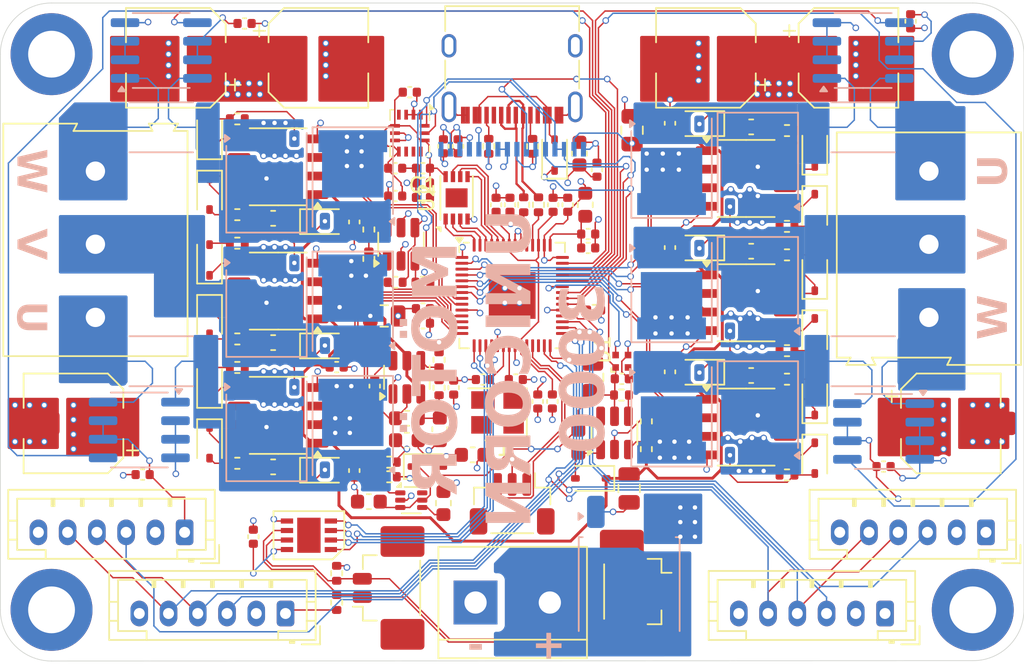
<source format=kicad_pcb>
(kicad_pcb (version 20240108) (generator "pcbnew") (generator_version "8.0")
  (layers (0 "F.Cu" signal "Front") (1 "In1.Cu" signal) (2 "In2.Cu" signal) (31 "B.Cu" signal "Back") (34 "B.Paste" user) (35 "F.Paste" user) (36 "B.SilkS" user "B.Silkscreen") (37 "F.SilkS" user "F.Silkscreen") (38 "B.Mask" user) (39 "F.Mask" user) (44 "Edge.Cuts" user))
  (net 0 "")
  (net 1 "GND")
  (net 2 "+3V3")
  (net 3 "+5V")
  (net 4 "/rp2040/OSC_IN")
  (net 5 "/rp2040/OSC_OUT")
  (net 6 "+1V1")
  (net 7 "/rp2040/V_ADC")
  (net 8 "Net-(D5-K)")
  (net 9 "/bridge/OUT")
  (net 10 "+12V")
  (net 11 "Net-(D6-K)")
  (net 12 "/bridge1/OUT")
  (net 13 "/bridge2/OUT")
  (net 14 "Net-(D9-K)")
  (net 15 "Net-(D12-K)")
  (net 16 "/bridge3/OUT")
  (net 17 "Net-(D15-K)")
  (net 18 "/bridge4/OUT")
  (net 19 "Net-(D18-K)")
  (net 20 "/bridge5/OUT")
  (net 21 "Net-(U16-C2P)")
  (net 22 "Net-(U16-C2N)")
  (net 23 "Net-(U16-C1N)")
  (net 24 "Net-(U16-C1P)")
  (net 25 "Net-(U16-VCOMH)")
  (net 26 "Net-(U16-VCC)")
  (net 27 "VPP")
  (net 28 "Net-(U31-CB)")
  (net 29 "Net-(U31-SW)")
  (net 30 "/rp2040/STATUS_LED")
  (net 31 "/rp2040/LED_OUT")
  (net 32 "Net-(D2-A)")
  (net 33 "Net-(D3-K)")
  (net 34 "Net-(D3-A)")
  (net 35 "Net-(D4-K)")
  (net 36 "Net-(D4-A)")
  (net 37 "Net-(D7-K)")
  (net 38 "Net-(D7-A)")
  (net 39 "Net-(D8-K)")
  (net 40 "Net-(D8-A)")
  (net 41 "Net-(D10-A)")
  (net 42 "Net-(D10-K)")
  (net 43 "Net-(D11-A)")
  (net 44 "Net-(D11-K)")
  (net 45 "Net-(D13-A)")
  (net 46 "Net-(D13-K)")
  (net 47 "Net-(D14-A)")
  (net 48 "Net-(D14-K)")
  (net 49 "Net-(D16-K)")
  (net 50 "Net-(D16-A)")
  (net 51 "Net-(D17-A)")
  (net 52 "Net-(D17-K)")
  (net 53 "Net-(D19-K)")
  (net 54 "Net-(D19-A)")
  (net 55 "Net-(D20-A)")
  (net 56 "Net-(D20-K)")
  (net 57 "Net-(D21-A)")
  (net 58 "/rp2040/SWDIO")
  (net 59 "/rp2040/SWCLK")
  (net 60 "Net-(J2-CC2)")
  (net 61 "Net-(J2-CC1)")
  (net 62 "Net-(J3-Pin_1)")
  (net 63 "Net-(J3-Pin_2)")
  (net 64 "/HALL_CSN")
  (net 65 "/HALL_CLK")
  (net 66 "/HALL_DAT_0")
  (net 67 "/HALL_DAT_1")
  (net 68 "/HALL_DAT_2")
  (net 69 "/HALL_DAT_3")
  (net 70 "Net-(U1-SW)")
  (net 71 "Net-(U1-FB)")
  (net 72 "/rp2040/QSPI_NCS")
  (net 73 "/I2C_SDA")
  (net 74 "/I2C_SCL")
  (net 75 "Net-(U17-EN)")
  (net 76 "Net-(U17-FB)")
  (net 77 "Net-(U31-FB)")
  (net 78 "Net-(U30-VIN+)")
  (net 79 "/bridge/L_IN")
  (net 80 "/bridge/H_IN")
  (net 81 "/bridge1/L_IN")
  (net 82 "/bridge1/H_IN")
  (net 83 "/bridge2/L_IN")
  (net 84 "/bridge2/H_IN")
  (net 85 "/bridge3/L_IN")
  (net 86 "/bridge3/H_IN")
  (net 87 "/bridge4/L_IN")
  (net 88 "/bridge4/H_IN")
  (net 89 "/bridge5/L_IN")
  (net 90 "/bridge5/H_IN")
  (net 92 "/rp2040/QSPI_SCK")
  (net 94 "/rp2040/QSPI_D0")
  (net 95 "/rp2040/QSPI_D1")
  (net 96 "/rp2040/QSPI_D3")
  (net 97 "/rp2040/QSPI_D2")
  (net 98 "/ADC_0")
  (net 99 "/RS485_DE")
  (net 100 "/RS485_TX")
  (net 102 "/ADC_3")
  (net 103 "/ADC_2")
  (net 104 "/ADC_1")
  (net 105 "/RS485_NRE")
  (net 106 "/DISP_RES")
  (net 107 "/RS485_RX")
  (net 112 "/power/VPP_IN")
  (net 113 "/rp2040/USB_D-")
  (net 114 "/rp2040/USB_D+")
  (net 115 "/rp2040/USB_DIN_P")
  (net 116 "/rp2040/USB_DIN_N")
  (net 117 "/cur_sense1/IO2")
  (net 118 "/cur_sense/IO1")
  (net 119 "/cur_sense3/IO2")
  (net 120 "/cur_sense2/IO1")
  (net 121 "Net-(D22-A)")
  (footprint "MountingHole:MountingHole_3.2mm_M3_DIN965_Pad_TopBottom" (layer "F.Cu") (at -31.5 16.5)
    (property "Reference" "H1" (hide yes))
    (property "Value" "MountingHole_Pad" (hide yes))
  )
  (footprint "Diode_SMD:D_SOD-323" (layer "F.Cu") (at -12.895001 6.95)
    (property "Reference" "D5" (hide yes))
    (property "Value" "D_Schottky" (hide yes))
  )
  (footprint "Capacitor_SMD:CP_Elec_6.3x7.7" (layer "F.Cu") (at 23 -21.25)
    (property "Reference" "C54" (hide yes))
    (property "Value" "100u" (hide yes))
  )
  (footprint "Diode_SMD:D_SOD-323" (layer "F.Cu") (at 20.695 2.125 90)
    (property "Reference" "D16" (hide yes))
    (property "Value" "D_Schottky" (hide yes))
  )
  (footprint "Capacitor_SMD:C_0402_1005Metric" (layer "F.Cu") (at 3.8 -11.2 90)
    (property "Reference" "C20" (hide yes))
    (property "Value" "1u" (hide yes))
  )
  (footprint "Diode_SMD:D_SOD-323" (layer "F.Cu") (at 20.695 6.125 -90)
    (property "Reference" "D17" (hide yes))
    (property "Value" "D_Schottky" (hide yes))
  )
  (footprint "Capacitor_SMD:C_0402_1005Metric" (layer "F.Cu") (at 2.8 -11.2 90)
    (property "Reference" "C19" (hide yes))
    (property "Value" "1u" (hide yes))
  )
  (footprint "Capacitor_SMD:C_0402_1005Metric" (layer "F.Cu") (at -8 -13.7)
    (property "Reference" "C30" (hide yes))
    (property "Value" "100n" (hide yes))
  )
  (footprint "MountingHole:MountingHole_3.2mm_M3_DIN965_Pad_TopBottom" (layer "F.Cu") (at -31.5 -21.5)
    (property "Reference" "H4" (hide yes))
    (property "Value" "MountingHole_Pad" (hide yes))
  )
  (footprint "Capacitor_SMD:C_0402_1005Metric" (layer "F.Cu") (at 7.5 0.7)
    (property "Reference" "C7" (hide yes))
    (property "Value" "100n" (hide yes))
  )
  (footprint "Package_TO_SOT_SMD:SOT-23-6" (layer "F.Cu") (at -7.2 0.6 90)
    (property "Reference" "U31" (hide yes))
    (property "Value" "LMR51420YDDCR" (hide yes))
  )
  (footprint "unicorn_footprints:DFN8-3x3mm" (layer "F.Cu") (at -13.9 11.4 90)
    (property "Reference" "U9" (hide yes))
    (property "Value" "SIT3088E" (hide yes))
  )
  (footprint "Resistor_SMD:R_0402_1005Metric" (layer "F.Cu") (at -9.8 -9.51 -90)
    (property "Reference" "R34" (hide yes))
    (property "Value" "10k" (hide yes))
  )
  (footprint "Capacitor_SMD:C_0402_1005Metric" (layer "F.Cu") (at -18.3 -23.6)
    (property "Reference" "C28" (hide yes))
    (property "Value" "100n" (hide yes))
  )
  (footprint "Capacitor_SMD:C_0402_1005Metric" (layer "F.Cu") (at 10.795 0.225 90)
    (property "Reference" "C34" (hide yes))
    (property "Value" "100n" (hide yes))
  )
  (footprint "Package_LGA:Bosch_LGA-14_3x2.5mm_P0.5mm" (layer "F.Cu") (at -7 -16.1 -90)
    (property "Reference" "U10" (hide yes))
    (property "Value" "QMI8658" (hide yes))
  )
  (footprint "Capacitor_SMD:C_0805_2012Metric" (layer "F.Cu") (at 8 8.2 -90)
    (property "Reference" "C46" (hide yes))
    (property "Value" "22u" (hide yes))
  )
  (footprint "Capacitor_SMD:C_0402_1005Metric" (layer "F.Cu") (at 5.2 -8.25)
    (property "Reference" "C16" (hide yes))
    (property "Value" "100n" (hide yes))
  )
  (footprint "Resistor_SMD:R_0402_1005Metric" (layer "F.Cu") (at 0.79 -11.2 -90)
    (property "Reference" "R5" (hide yes))
    (property "Value" "27" (hide yes))
  )
  (footprint "Package_TO_SOT_SMD:SOT-23-6" (layer "F.Cu") (at 7 4.4 90)
    (property "Reference" "U17" (hide yes))
    (property "Value" "CJ9340" (hide yes))
  )
  (footprint "Capacitor_SMD:C_0402_1005Metric" (layer "F.Cu") (at -6.1 -3.1 180)
    (property "Reference" "C15" (hide yes))
    (property "Value" "100n" (hide yes))
  )
  (footprint "Capacitor_SMD:C_0603_1608Metric" (layer "F.Cu") (at 16.345 -16.525)
    (property "Reference" "C33" (hide yes))
    (property "Value" "10u" (hide yes))
  )
  (footprint "Capacitor_SMD:C_0402_1005Metric" (layer "F.Cu") (at -10.795 6.975 -90)
    (property "Reference" "C22" (hide yes))
    (property "Value" "100n" (hide yes))
  )
  (footprint "Diode_SMD:D_SOD-323" (layer "F.Cu") (at -20.695 5.074999 -90)
    (property "Reference" "D3" (hide yes))
    (property "Value" "D_Schottky" (hide yes))
  )
  (footprint "Resistor_SMD:R_0402_1005Metric" (layer "F.Cu") (at -1.6 -15.2 -90)
    (property "Reference" "R7" (hide yes))
    (property "Value" "5.1k" (hide yes))
  )
  (footprint "Resistor_SMD:R_0402_1005Metric" (layer "F.Cu") (at 9.175 5.51 -90)
    (property "Reference" "R29" (hide yes))
    (property "Value" "8.2k" (hide yes))
  )
  (footprint "Diode_SMD:D_SOD-323" (layer "F.Cu") (at -20.695 -11.925001 -90)
    (property "Reference" "D7" (hide yes))
    (property "Value" "D_Schottky" (hide yes))
  )
  (footprint "Resistor_SMD:R_0402_1005Metric" (layer "F.Cu") (at 1.8 -11.2 -90)
    (property "Reference" "R4" (hide yes))
    (property "Value" "27" (hide yes))
  )
  (footprint "Capacitor_SMD:C_0402_1005Metric" (layer "F.Cu") (at -7 -18.9)
    (property "Reference" "C31" (hide yes))
    (property "Value" "100n" (hide yes))
  )
  (footprint "Package_TO_SOT_SMD:SOT-23-6" (layer "F.Cu") (at -7.6 -8.5 90)
    (property "Reference" "U30" (hide yes))
    (property "Value" "ADS1110" (hide yes))
  )
  (footprint "Resistor_SMD:R_0402_1005Metric" (layer "F.Cu") (at -18.794999 -8.575 180)
    (property "Reference" "R13" (hide yes))
    (property "Value" "22R" (hide yes))
  )
  (footprint "Resistor_SMD:R_0402_1005Metric" (layer "F.Cu") (at 18.795 0.725)
    (property "Reference" "R20" (hide yes))
    (property "Value" "22R" (hide yes))
  )
  (footprint "Diode_SMD:D_SOD-323" (layer "F.Cu") (at 5.375 7.51 180)
    (property "Reference" "D21" (hide yes))
    (property "Value" "D_Schottky" (hide yes))
  )
  (footprint "Inductor_SMD:L_0603_1608Metric" (layer "F.Cu") (at 4.525 5.01 -90)
    (property "Reference" "L2" (hide yes))
    (property "Value" "4.7u" (hide yes))
  )
  (footprint "Resistor_SMD:R_0402_1005Metric" (layer "F.Cu") (at -18.794999 -17.075 180)
    (property "Reference" "R11" (hide yes))
    (property "Value" "22R" (hide yes))
  )
  (footprint "Capacitor_SMD:C_0603_1608Metric" (layer "F.Cu") (at 16.345 -8.025)
    (property "Reference" "C37" (hide yes))
    (property "Value" "10u" (hide yes))
  )
  (footprint "Capacitor_SMD:C_0402_1005Metric" (layer "F.Cu") (at -6.1 -11.7 180)
    (property "Reference" "C10" (hide yes))
    (property "Value" "100n" (hide yes))
  )
  (footprint "Diode_SMD:D_SOD-323" (layer "F.Cu") (at 12.895 -8.25 180)
    (property "Reference" "D18" (hide yes))
    (property "Value" "D_Schottky" (hide yes))
  )
  (footprint "Diode_SMD:D_SOD-323" (layer "F.Cu") (at -5.8 6.7)
    (property "Reference" "D22" (hide yes))
    (property "Value" "D_Schottky" (hide yes))
  )
  (footprint "Capacitor_SMD:C_0402_1005Metric" (layer "F.Cu") (at -6.1 -4.1 180)
    (property "Reference" "C13" (hide yes))
    (property "Value" "100n" (hide yes))
  )
  (footprint "Diode_SMD:D_SOD-323" (layer "F.Cu") (at 20.695 -10.875 -90)
    (property "Reference" "D14" (hide yes))
    (property "Value" "D_Schottky" (hide yes))
  )
  (footprint "Connector_USB:USB_C_Receptacle_XKB_U262-16XN-4BVC11" (layer "F.Cu") (at 0 -21 180)
    (property "Reference" "J2" (hide yes))
    (property "Value" "USB_C_Receptacle_USB2.0" (hide yes))
  )
  (footprint "Capacitor_SMD:C_0402_1005Metric" (layer "F.Cu") (at -4 1.3 90)
    (property "Reference" "C9" (hide yes))
    (property "Value" "100n" (hide yes))
  )
  (footprint "Resistor_SMD:R_0402_1005Metric" (layer "F.Cu") (at -8.4 6.4)
    (property "Reference" "R2" (hide yes))
    (property "Value" "10k" (hide yes))
  )
  (footprint "Resistor_SMD:R_0402_1005Metric" (layer "F.Cu") (at 1.4 -15.2 -90)
    (property "Reference" "R6" (hide yes))
    (property "Value" "5.1k" (hide yes))
  )
  (footprint "Capacitor_SMD:C_0402_1005Metric" (layer "F.Cu") (at -2 0.75 180)
    (property "Reference" "C3" (hide yes))
    (property "Value" "15p" (hide yes))
  )
  (footprint "Capacitor_SMD:C_0805_2012Metric" (layer "F.Cu") (at 8.2 -16.3 90)
    (property "Reference" "C42" (hide yes))
    (property "Value" "2.2u" (hide yes))
  )
  (footprint "Diode_SMD:D_SOD-323" (layer "F.Cu") (at 12.895 0.25 180)
    (property "Reference" "D15" (hide yes))
    (property "Value" "D_Schottky" (hide yes))
  )
  (footprint "Resistor_SMD:R_0402_1005Metric" (layer "F.Cu") (at 18.795 -16.275)
    (property "Reference" "R18" (hide yes))
    (property "Value" "22R" (hide yes))
  )
  (footprint "Capacitor_SMD:CP_Elec_6.3x7.7" (layer "F.Cu") (at -23 -21.25 180)
    (property "Reference" "C52" (hide yes))
    (property "Value" "100u" (hide yes))
  )
  (footprint "MountingHole:MountingHole_3.2mm_M3_DIN965_Pad_TopBottom" (layer "F.Cu") (at 31.5 -21.5)
    (property "Reference" "H3" (hide yes))
    (property "Value" "MountingHole_Pad" (hide yes))
  )
  (footprint "Resistor_SMD:R_0402_1005Metric" (layer "F.Cu") (at -18.795 -10.525001 180)
    (property "Reference" "R10" (hide yes))
    (property "Value" "22R" (hide yes))
  )
  (footprint "Package_SO:SSOP-8_3.9x5.05mm_P1.27mm" (layer "F.Cu") (at 16 4)
    (property "Reference" "U12" (hide yes))
    (property "Value" "EG2132" (hide yes))
  )
  (footprint "Inductor_SMD:L_0603_1608Metric" (layer "F.Cu") (at -7.2 3.4)
    (property "Reference" "L3" (hide yes))
    (property "Value" "4.7u" (hide yes))
  )
  (footprint "Connector_JST:JST_PH_B6B-PH-K_1x06_P2.00mm_Vertical" (layer "F.Cu") (at 32.4 11.2 180)
    (property "Reference" "J8" (hide yes))
    (property "Value" "Conn_01x06_Pin" (hide yes))
  )
  (footprint "Resistor_SMD:R_0402_1005Metric" (layer "F.Cu") (at 18.795 -9.725)
    (property "Reference" "R19" (hide yes))
    (property "Value" "22R" (hide yes))
  )
  (footprint "Capacitor_SMD:C_0402_1005Metric" (layer "F.Cu") (at -10.795 -10.025 -90)
    (property "Reference" "C23" (hide yes))
    (property "Value" "100n" (hide yes))
  )
  (footprint "Resistor_SMD:R_0402_1005Metric" (layer "F.Cu") (at -18.795 6.474999 180)
    (property "Reference" "R8" (hide yes))
    (property "Value" "22R" (hide yes))
  )
  (footprint "Capacitor_SMD:C_0402_1005Metric" (layer "F.Cu") (at -9.4 1.2 -90)
    (property "Reference" "C48" (hide yes))
    (property "Value" "100n" (hide yes))
  )
  (footprint "Capacitor_SMD:C_0402_1005Metric" (layer "F.Cu") (at 27.25 -23.75 -90)
    (property "Reference" "C38" (hide yes))
    (property "Value" "100n" (hide yes))
  )
  (footprint "Capacitor_SMD:C_0402_1005Metric" (layer "F.Cu") (at 10.795 -8.275 90)
    (property "Reference" "C36" (hide yes))
    (property "Value" "100n" (hide yes))
  )
  (footprint "Connector_Molex:Molex_PicoBlade_53398-0271_1x02-1MP_P1.25mm_Vertical" (layer "F.Cu") (at 9 15.25 -90)
    (property "Reference" "J3" (hide yes))
    (property "Value" "Conn_01x02_Socket" (hide yes))
  )
  (footprint "Package_SO:SSOP-8_3.9x5.05mm_P1.27mm" (layer "F.Cu") (at 16 -13)
    (property "Reference" "U11" (hide yes))
    (property "Value" "EG2132" (hide yes))
  )
  (footprint "Capacitor_SMD:C_0402_1005Metric" (layer "F.Cu") (at -6.1 -13.7 180)
    (property "Reference" "C1")
    (property "Value" "2.2u")
  )
  (footprint "Capacitor_SMD:C_0603_1608Metric" (layer "F.Cu") (at -16.345 -1.775 180)
    (property "Reference" "C26" (hide yes))
    (property "Value" "10u" (hide yes))
  )
  (footprint "Connector_JST:JST_PH_B6B-PH-K_1x06_P2.00mm_Vertical" (layer "F.Cu") (at -15.5 16.75 180)
    (property "Reference" "J9" (hide yes))
    (property "Value" "Conn_01x06_Pin" (hide yes))
  )
  (footprint "Capacitor_SMD:C_0603_1608Metric" (layer "F.Cu") (at -9.8 9.1 180)
    (property "Reference" "C2" (hide yes))
    (property "Value" "4.7u" (hide yes))
  )
  (footprint "Package_TO_SOT_SMD:SOT-563" (layer "F.Cu") (at -6.9 9)
    (property "Reference" "U1" (hide yes))
    (property "Value" "TLV62568DRL" (hide yes))
  )
  (footprint "Resistor_SMD:R_0402_1005Metric" (layer "F.Cu") (at -9.8 -7.5 -90)
    (property "Reference" "R33" (hide yes))
    (property "Value" "100k" (hide yes))
  )
  (footprint "Diode_SMD:D_SOD-323" (layer "F.Cu") (at 2.9 -14.6 90)
    (property "Reference" "D2" (hide yes))
    (property "Value" "D_Schottky" (hide yes))
  )
  (footprint "Diode_SMD:D_SOD-323" (layer "F.Cu") (at -12.895001 -1.55)
    (property "Reference" "D9" (hide yes))
    (property "Value" "D_Schottky" (hide yes))
  )
  (footprint "Capacitor_SMD:CP_Elec_6.3x7.7" (layer "F.Cu") (at 30 3.75)
    (property "Reference" "C53" (hide yes))
    (property "Value" "100u" (hide yes))
  )
  (footprint "Resistor_SMD:R_0402_1005Metric" (layer "F.Cu") (at 18.795 -1.225)
    (property "Reference" "R23" (hide yes))
    (property "Value" "22R" (hide yes))
  )
  (footprint "Capacitor_SMD:C_0402_1005Metric" (layer "F.Cu") (at 2.75 2.25 -90)
    (property "Reference" "C8" (hide yes))
    (property "Value" "100n" (hide yes))
  )
  (footprint "TerminalBlock:TerminalBlock_Altech_AK300-3_P5.00mm" (layer "F.Cu") (at -28.5 -3.5 90)
    (property "Reference" "J5" (hide yes))
    (property "Value" "Conn_01x03_Socket" (hide yes))
  )
  (footprint "Resistor_SMD:R_0402_1005Metric" (layer "F.Cu") (at 18.795 7.275)
    (property "Reference" "R21" (hide yes))
    (property "Value" "22R" (hide yes))
  )
  (footprint "Capacitor_SMD:C_0603_1608Metric" (layer "F.Cu") (at -2.7 5.9)
    (property "Reference" "C6" (hide yes))
    (property "Value" "10u" (hide yes))
  )
  (footprint "unicorn_footprints:XL-1010RGBC-WS2812B" (layer "F.Cu") (at 7.5 -0.5 90)
    (property "Reference" "D1")
    (property "Value" "WS2812B")
  )
  (footprint "Capacitor_SMD:C_0402_1005Metric" (layer "F.Cu") (at -3.7 -15.2 90)
    (property "Reference" "C41" (hide yes))
    (property "Value" "1u" (hide yes))
  )
  (footprint "Capacitor_SMD:C_0402_1005Metric" (layer "F.Cu") (at -12 -0.1)
    (property "Reference" "C25" (hide yes))
    (property "Value" "100n" (hide yes))
  )
  (footprint "Resistor_SMD:R_0402_1005Metric" (layer "F.Cu") (at 18.795 -7.775)
    (property "Reference" "R22" (hide yes))
    (property "Value" "22R" (hide yes))
  )
  (footprint "Inductor_SMD:L_0603_1608Metric" (layer "F.Cu") (at 5 -11.2 -90)
    (property "Reference" "FB1" (hide yes))
    (property "Value" "FerriteBead" (hide yes))
  )
  (footprint "Crystal:Crystal_SMD_3225-4Pin_3.2x2.5mm" (layer "F.Cu") (at -1 3 180)
    (property "Reference" "Y1")
    (property "Value" "12MHz")
  )
  (footprint "Capacitor_SMD:C_0402_1005Metric" (layer "F.Cu") (at 5.6 -4)
    (property "Reference" "C14" (hide yes))
    (property "Value" "100n" (hide yes))
  )
  (footprint "Resistor_SMD:R_0402_1005Metric" (layer "F.Cu") (at -18.794999 -0.075 180)
    (property "Reference" "R9" (hide yes))
    (property "Value" "22R" (hide yes))
  )
  (footprint "Capacitor_SMD:C_0805_2012Metric" (layer "F.Cu") (at 5.5 0.6 90)
    (property "Reference" "C45" (hide yes))
    (property "Value" "22u" (hide yes))
  )
  (footprint "Package_SO:SSOP-8_3.9x5.05mm_P1.27mm" (layer "F.Cu") (at -16 -5.3 180)
    (property "Reference" "U6" (hide yes))
    (property "Value" "EG2132" (hide yes))
  )
  (footprint "Connector_JST:JST_PH_B6B-PH-K_1x06_P2.00mm_Vertical" (layer "F.Cu") (at 25.5 16.75 180)
    (property "Reference" "J7" (hide yes))
    (property "Value" "Conn_01x06_Pin" (hide yes))
  )
  (footprint "Capacitor_SMD:C_0402_1005Metric" (layer "F.Cu") (at 5.2 -9.2)
    (property "Reference" "C18" (hide yes))
    (property "Value" "1u" (hide yes))
  )
  (footprint "Capacitor_SMD:C_0603_1608Metric" (layer "F.Cu") (at 4.6 -14.7 -90)
    (property "Reference" "C44" (hide yes))
    (property "Value" "4.7u" (hide yes))
  )
  (footprint "Capacitor_SMD:CP_Elec_6.3x7.7" (layer "F.Cu") (at -30 3.75 180)
    (property "Reference" "C57" (hide yes))
    (property "Value" "100u" (hide yes))
  )
  (footprint "Capacitor_SMD:C_0402_1005Metric" (layer "F.Cu") (at -8 -11.8 180)
    (property "Reference" "C51" (hide yes))
    (property "Value" "100n" (hide yes))
  )
  (footprint "Capacitor_SMD:C_0402_1005Metric" (layer "F.Cu") (at 10.795 -16.775 90)
    (property "Reference" "C32" (hide yes))
    (property "Value" "100n" (hide yes))
  )
  (footprint "Capacitor_SMD:C_0402_1005Metric" (layer "F.Cu") (at -17.7 11.5 90)
    (property "Reference" "C29" (hide yes))
    (property "Value" "100n" (hide yes))
  )
  (footprint "Diode_SMD:D_SOD-323" (layer "F.Cu") (at -20.695 1.075 90)
    (property "Reference" "D4" (hide yes))
    (property "Value" "D_Schottky" (hide yes))
  )
  (footprint "Resistor_SMD:R_0402_1005Metric" (layer "F.Cu") (at 9.175 3.61 -90)
    (property "Reference" "R30" (hide yes))
    (property "Value" "430" (hide yes))
  )
  (footprint "TerminalBlock:TerminalBlock_Altech_AK300-3_P5.00mm" (layer "F.Cu") (at 28.5 -13.5 -90)
    (property "Reference" "J6" (hide yes))
    (property "Value" "Conn_01x03_Socket" (hide yes))
  )
  (footprint "MountingHole:MountingHole_3.2mm_M3_DIN965_Pad_TopBottom" (layer "F.Cu") (at 31.5 16.5)
    (property "Reference" "H2" (hide yes))
    (property "Value" "MountingHole_Pad" (hide yes))
  )
  (footprint "Diode_SMD:D_SOD-323" (layer "F.Cu") (at -20.695 -15.925 90)
    (property "Reference" "D8" (hide yes))
    (property "Value" "D_Schottky" (hide yes))
  )
  (footprint "Resistor_SMD:R_0402_1005Metric" (layer "F.Cu") (at -12 14 -90)
    (property "Reference" "R17" (hide yes))
    (property "Value" "1k" (hide yes))
  )
  (footprint "Capacitor_SMD:C_0402_1005Metric" (layer "F.Cu") (at -1.1 -11.2 90)
    (property "Reference" "C11" (hide yes))
    (property "Value" "100n" (hide yes))
  )
  (footprint "Package_SO:SSOP-8_3.9x5.05mm_P1.27mm" (layer "F.Cu") (at 16 -4.5)
    (property "Reference" "U13" (hide yes))
    (property "Value" "EG2132" (hide yes))
  )
  (footprint "Connector_Molex:Molex_PicoBlade_53398-0271_1x02-1MP_P1.25mm_Vertical" (layer "F.Cu") (at -9 15 90)
    (property "Reference" "J4" (hide yes))
    (property "Value" "Conn_01x02_Socket" (hide yes))
  )
  (footprint "Package_DFN_QFN:DFN-8-1EP_3x2mm_P0.5mm_EP1.3x1.5mm" (layer "F.Cu") (at -3.8 -11.675 90)
    (property "Reference" "U2")
    (property "Value" "W25Q16JVUXIQ")
  )
  (footprint "Diode_SMD:D_SOD-323" (layer "F.Cu") (at -20.695 -7.425 90)
    (property "Reference" "D11" (hide yes))
    (property "Value" "D_Schottky" (hide yes))
  )
  (footprint "Capacitor_SMD:C_0402_1005Metric" (layer "F.Cu") (at 5.8 -13.6 -90)
    (property "Reference" "C43" (hide yes))
    (property "Value" "100n" (hide yes))
  )
  (footprint "Capacitor_SMD:C_0603_1608Metric" (layer "F.Cu") (at -7.2 4.9 180)
    (property "Reference" "C50" (hide yes))
    (property "Value" "10u" (hide yes))
  )
  (footprint "Resistor_SMD:R_0402_1005Metric" (layer "F.Cu") (at 7.475 1.81)
    (property "Reference" "R28" (hide yes))
    (property "Value" "100k" (hide yes))
  )
  (footprint "Diode_SMD:D_SOD-323" (layer "F.Cu") (at 20.695 -2.375 -90)
    (property "Reference" "D20" (hide yes))
    (property "Value" "D_Schottky" (hide yes))
  )
  (footprint "Package_DFN_QFN:QFN-56-1EP_7x7mm_P0.4mm_EP3.2x3.2mm" (layer "F.Cu") (at 0 -5)
    (property "Reference" "U3" (hide yes))
    (property "Value" "RP2040" (hide yes))
  )
  (footprint "Resistor_SMD:R_0402_1005Metric" (layer "F.Cu") (at -6.1 -5.9 180)
    (property "Reference" "R27" (hide yes))
    (property "Value" "10k" (hide yes))
  )
  (footprint "Capacitor_SMD:C_0805_2012Metric" (layer "F.Cu") (at -8.75 -3.6)
    (property "Reference" "C47" (hide yes))
    (property "Value" "2.2u" (hide yes))
  )
  (footprint "Inductor_SMD:L_0603_1608Metric" (layer "F.Cu") (at -4.7 9.2 90)
    (property "Reference" "L1" (hide yes))
    (property "Value" "2.2u" (hide yes))
  )
  (footprint "Capacitor_SMD:C_0402_1005Metric" (layer "F.Cu") (at -6.1 -12.7 180)
    (property "Reference" "C4" (hide yes))
    (property "Value" "100n" (hide yes))
  )
  (footprint "Capacitor_SMD:C_0402_1005Metric" (layer "F.Cu") (at 25.4 6.7)
    (property "Reference" "C39" (hide yes))
    (property "Value" "100n" (hide yes))
  )
  (footprint "Capacitor_SMD:C_0402_1005Metric" (layer "F.Cu") (at 1.75 2.25 -90)
    (property "Reference" "C17" (hide yes))
    (property "Value" "100n" (hide yes))
  )
  (footprint "Resistor_SMD:R_0402_1005Metric" (layer "F.Cu") (at -5 -0.6 -90)
    (property "Reference" "R32" (hide yes))
    (property "Value" "13.7k" (hide yes))
  )
  (footprint "Diode_SMD:D_SOD-323" (layer "F.Cu") (at -12.895001 -10.05)
    (property "Reference" "D6" (hide yes))
    (property "Value" "D_Schottky" (hide yes))
  )
  (footprint "Capacitor_SMD:CP_Elec_6.3x7.7" (layer "F.Cu") (at 13.25 -21.25 180)
    (property "Reference" "C55" (hide yes))
    (property "Value" "100u" (hide yes))
  )
  (footprint "Diode_SMD:D_SOD-323" (layer "F.Cu") (at 12.895 -16.75 180)
    (property "Reference" "D12" (hide yes))
    (property "Value" "D_Schottky" (hide yes))
  )
  (footprint "Capacitor_SMD:C_0402_1005Metric" (layer "F.Cu") (at -4.7 -15.2 90)
    (property "Reference" "C40" (hide yes))
    (property "Value" "1u" (hide yes))
  )
  (footprint "Resistor_SMD:R_0402_1005Metric" (layer "F.Cu") (at -12 16 -90)
    (property "Reference" "R16" (hide yes))
    (property "Value" "1k" (hide yes))
  )
  (footprint "Capacitor_SMD:C_0603_1608Metric" (layer "F.Cu") (at -16.345 6.725 180)
    (property "Reference" "C21" (hide yes))
    (property "Value" "10u" (hide yes))
  )
  (footprint "Capacitor_SMD:CP_Elec_6.3x7.7" (layer "F.Cu") (at -13.25 -21.25)
    (property "Reference" "C56" (hide yes))
    (property "Value" "100u" (hide yes))
  )
  (footprint "Diode_SMD:D_SOD-323" (layer "F.Cu") (at 20.695 -6.375 90)
    (property "Reference" "D19" (hide yes))
    (property "Value" "D_Schottky" (hide yes))
  )
  (footprint "Capacitor_SMD:C_0402_1005Metric" (layer "F.Cu") (at 0.25 0.75)
    (property "Reference" "C5" (hide yes))
    (property "Value" "15p" (hide yes))
  )
  (footprint "Package_SO:SSOP-8_3.9x5.05mm_P1.27mm" (layer "F.Cu") (at -16 3.2 180)
    (property "Reference" "U4" (hide yes))
    (property "Value" "EG2132" (hide yes))
  )
  (footprint "Resistor_SMD:R_0402_1005Metric" (layer "F.Cu") (at -18.795 -2.025001 180)
    (property "Reference" "R12" (hide yes))
    (property "Value" "22R" (hide yes))
  )
  (footprint "Capacitor_SMD:C_0603_1608Metric" (layer "F.Cu") (at -16.345 -10.275 180)
    (property "Reference" "C24" (hide yes))
    (property "Value" "10u" (hide yes))
  )
  (footprint "Capacitor_SMD:C_0603_1608Metric" (layer "F.Cu") (at 16.345 0.475)
    (property "Reference" "C35" (hide yes))
    (property "Value" "10u" (hide yes))
  )
  (footprint "Package_SO:SSOP-8_3.9x5.05mm_P1.27mm" (layer "F.Cu") (at -16 -13.8 180)
    (property "Reference" "U5" (hide yes))
    (property "Value" "EG2132" (hide yes))
  )
  (footprint "Connector_JST:JST_SH_BM03B-SRSS-TB_1x03-1MP_P1.00mm_Vertical" (layer "F.Cu") (at 0 9.25 180)
    (property "Reference" "J1" (hide yes))
    (property "Value" "CON_SWD" (hide yes))
  )
  (footprint "Resistor_SMD:R_0402_1005Metric" (layer "F.Cu") (at -5 1.31 -90)
    (property "Reference" "R31" (hide yes))
    (property "Value" "100k" (hide yes))
  )
  (footprint "Capacitor_SMD:C_0603_1608Metric" (layer "F.Cu") (at -4.95 4.15 -90)
    (property "Reference" "C49" (hide yes))
    (property "Value" "10u" (hide yes))
  )
  (footprint "Capacitor_SMD:C_0402_1005Metric" (layer "F.Cu") (at -0.15 -11.2 90)
    (property "Reference" "C12" (hide yes))
    (property "Value" "100n" (hide yes))
  )
  (footprint "Diode_SMD:D_SOD-323" (layer "F.Cu") (at -20.695 -3.425001 -90)
    (property "Reference" "D10" (hide yes))
    (property "Value" "D_Schottky" (hide yes))
  )
  (footprint "Diode_SMD:D_SOD-323" (layer "F.Cu") (at 20.695 -14.875 90)
    (property "Reference" "D13" (hide yes))
    (property "Value" "D_Schottky" (hide yes))
  )
  (footprint "Resistor_SMD:R_0402_1005Metric" (layer "F.Cu") (at -8.4 7.4 180)
    (property "Reference" "R1" (hide yes))
    (property "Value" "44.2k" (hide yes))
  )
  (footprint "Capacitor_SMD:C_0402_1005Metric" (layer "F.Cu") (at -25.27 7.25 180)
    (property "Reference" "C27" (hide yes))
    (property "Value" "100n" (hide yes))
  )
  (footprint "TerminalBlock:TerminalBlock_bornier-2_P5.08mm" (layer "F.Cu") (at -2.504 16)
    (property "Reference" "J11" (hide yes))
    (property "Value" "Conn_01x02_Socket" (hide yes))
  )
  (footprint "Resistor_SMD:R_0402_1005Metric" (layer "F.Cu") (at -8 -5.9)
    (property "Reference" "R26" (hide yes))
    (property "Value" "10k" (hide yes))
  )
  (footprint "Connector_JST:JST_PH_B6B-PH-K_1x06_P2.00mm_Vertical" (layer "F.Cu") (at -22.4 11.2 180)
    (property "Reference" "J10" (hide yes))
    (property "Value" "Conn_01x06_Pin" (hide yes))
  )
  (footprint "unicorn_footprints:PQFN-8-EP_6x5mm_P1.27mm_Generic" (layer "B.Cu") (at -16.8 -4.500001 -90)
    (property "Reference" "Q4" (hide yes))
    (property "Value" "Q_NMOS_SGD" (hide yes))
  )
  (footprint "Resistor_SMD:R_2512_6332Metric" (layer "B.Cu") (at 24 -16.5 180)
    (property "Reference" "R24" (hide yes))
    (property "Value" "5mR" (hide yes))
  )
  (footprint "Resistor_SMD:R_2512_6332Metric" (layer "B.Cu") (at -24 -16.5 180)
    (property "Reference" "R15" (hide yes))
    (property "Value" "5mR" (hide yes))
  )
  (footprint "Package_SO:SOIC-8_3.9x4.9mm_P1.27mm" (layer "B.Cu") (at -24 -21.75)
    (property "Reference" "U8" (hide yes))
    (property "Value" "INA240A1D" (hide yes))
  )
  (footprint "unicorn_footprints:PQFN-8-EP_6x5mm_P1.27mm_Generic" (layer "B.Cu") (at -10.9 4.2 90)
    (property "Reference" "Q8" (hide yes))
    (property "Value" "Q_NMOS_SGD" (hide yes))
  )
  (footprint "Resistor_SMD:R_2512_6332Metric" (layer "B.Cu") (at 24 -0.5)
    (property "Reference" "R25" (hide yes))
    (property "Value" "5mR" (hide yes))
  )
  (footprint "unicorn_footprints:PQFN-8-EP_6x5mm_P1.27mm_Generic" (layer "B.Cu") (at 10.9 -14 -90)
    (property "Reference" "Q11" (hide yes))
    (property "Value" "Q_NMOS_SGD" (hide yes))
  )
  (footprint "Package_SO:SOIC-8_3.9x4.9mm_P1.27mm" (layer "B.Cu") (at 24 -21.75)
    (property "Reference" "U14" (hide yes))
    (property "Value" "INA240A1D" (hide yes))
  )
  (footprint "unicorn_footprints:PQFN-8-EP_6x5mm_P1.27mm_Generic" (layer "B.Cu") (at -10.9 -4.3 90)
    (property "Reference" "Q10" (hide yes))
    (property "Value" "Q_NMOS_SGD" (hide yes))
  )
  (footprint "unicorn_footprints:PQFN-8-EP_6x5mm_P1.27mm_Generic" (layer "B.Cu") (at 16.8 3.2 90)
    (property "Reference" "Q6" (hide yes))
    (property "Value" "Q_NMOS_SGD" (hide yes))
  )
  (footprint "unicorn_footprints:PQFN-8-EP_6x5mm_P1.27mm_Generic" (layer "B.Cu") (at 10.9 -5.5 -90)
    (property "Reference" "Q13" (hide yes))
    (property "Value" "Q_NMOS_SGD" (hide yes))
  )
  (footprint "unicorn_footprints:OLED" (layer "B.Cu") (at 0 -15)
    (property "Reference" "U16" (hide yes))
    (property "Value" "OLED" (hide yes))
  )
  (footprint "Package_SO:SOIC-8_3.9x4.9mm_P1.27mm" (layer "B.Cu") (at -25.5 4.2 180)
    (property "Reference" "U7" (hide yes))
    (property "Value" "INA240A1D" (hide yes))
  )
  (footprint "Package_SO:SOIC-8_3.9x4.9mm_P1.27mm" (layer "B.Cu") (at 25.4 4.3 180)
    (property "Reference" "U15" (hide yes))
    (property "Value" "INA240A1D" (hide yes))
  )
  (footprint "unicorn_footprints:PQFN-8-EP_6x5mm_P1.27mm_Generic" (layer "B.Cu") (at -10.9 -12.8 90)
    (property "Reference" "Q9" (hide yes))
    (property "Value" "Q_NMOS_SGD" (hide yes))
  )
  (footprint "Package_TO_SOT_SMD:TO-252-2" (layer "B.Cu") (at 8.0025 14.84 -90)
    (property "Reference" "Q1" (hide yes))
    (property "Value" "IPD068P03L3" (hide yes))
  )
  (footprint "unicorn_footprints:PQFN-8-EP_6x5mm_P1.27mm_Generic" (layer "B.Cu") (at -16.8 3.999999 -90)
    (property "Reference" "Q2" (hide yes))
    (property "Value" "Q_NMOS_SGD" (hide yes))
  )
  (footprint "unicorn_footprints:PQFN-8-EP_6x5mm_P1.27mm_Generic" (layer "B.Cu") (at 16.8 -13.8 90)
    (property "Reference" "Q5" (hide yes))
    (property "Value" "Q_NMOS_SGD" (hide yes))
  )
  (footprint "unicorn_footprints:PQFN-8-EP_6x5mm_P1.27mm_Generic" (layer "B.Cu") (at 10.9 3 -90)
    (property "Reference" "Q12" (hide yes))
    (property "Value" "Q_NMOS_SGD" (hide yes))
  )
  (footprint "Resistor_SMD:R_2512_6332Metric" (layer "B.Cu") (at -24 -0.5)
    (property "Reference" "R14" (hide yes))
    (property "Value" "5mR" (hide yes))
  )
  (footprint "unicorn_footprints:PQFN-8-EP_6x5mm_P1.27mm_Generic" (layer "B.Cu") (at -16.8 -13.000001 -90)
    (property "Reference" "Q3" (hide yes))
    (property "Value" "Q_NMOS_SGD" (hide yes))
  )
  (footprint "unicorn_footprints:PQFN-8-EP_6x5mm_P1.27mm_Generic" (layer "B.Cu") (at 16.8 -5.3 90)
    (property "Reference" "Q7" (hide yes))
    (property "Value" "Q_NMOS_SGD" (hide yes))
  )
  (gr_line (start 31.525126 19.974874) (end -31.5 20) (stroke (width 0.05)) (layer "Edge.Cuts"))
  (gr_line (start -35 16.5) (end -35 -21.5) (stroke (width 0.05)) (layer "Edge.Cuts"))
  (gr_arc (start 35 16.5) (mid 33.982233 18.957107) (end 31.525126 19.974874) (stroke (width 0.05)) (layer "Edge.Cuts"))
  (gr_arc (start -35 -21.5) (mid -33.974874 -23.974874) (end -31.5 -25) (stroke (width 0.05)) (layer "Edge.Cuts"))
  (gr_line (start 35 -21.5) (end 35 16.5) (stroke (width 0.05)) (layer "Edge.Cuts"))
  (gr_arc (start 31.5 -25) (mid 33.974874 -23.974874) (end 35 -21.5) (stroke (width 0.05)) (layer "Edge.Cuts"))
  (gr_line (start -31.5 -25) (end 31.5 -25) (stroke (width 0.05)) (layer "Edge.Cuts"))
  (gr_arc (start -31.5 20) (mid -33.974874 18.974874) (end -35 16.5) (stroke (width 0.05)) (layer "Edge.Cuts"))
  (gr_text "-" (at -2.5 19 0) (layer "B.SilkS") (effects (font (size 2 2) (thickness 0.1524) (bold yes)) (justify mirror)))
  (gr_text "U" (at 33 -13.5 90) (layer "B.SilkS") (effects (font (size 2 2) (thickness 0.1524) (bold yes)) (justify mirror)))
  (gr_text "W" (at -33 -13.5 -90) (layer "B.SilkS") (effects (font (size 2 2) (thickness 0.1524) (bold yes)) (justify mirror)))
  (gr_text "V" (at -33 -8.5 -90) (layer "B.SilkS") (effects (font (size 2 2) (thickness 0.1524) (bold yes)) (justify mirror)))
  (gr_text "V" (at 33 -8.5 90) (layer "B.SilkS") (effects (font (size 2 2) (thickness 0.1524) (bold yes)) (justify mirror)))
  (gr_text "+" (at 2.5 19 0) (layer "B.SilkS") (effects (font (size 2 2) (thickness 0.1524) (bold yes)) (justify mirror)))
  (gr_text "W" (at 33 -3.5 90) (layer "B.SilkS") (effects (font (size 2 2) (thickness 0.1524) (bold yes)) (justify mirror)))
  (gr_text "U" (at -33 -3.5 -90) (layer "B.SilkS") (effects (font (size 2 2) (thickness 0.1524) (bold yes)) (justify mirror)))
  (gr_text "MÖTÖR\nUNICORN\n3000" (at 0 0 90) (layer "B.SilkS") (effects (font (size 3 3) (thickness 0.1524) (bold yes)) (justify mirror)))
  (segment (start 12.23 -10) (end 11.9 -10) (width 0.1) (layer "F.Cu") (net 1))
  (segment (start -11.41 13.49) (end -12 13.49) (width 0.1) (layer "F.Cu") (net 1))
  (segment (start -2.625 -10.225) (end -2.6 -10.2) (width 0.1) (layer "F.Cu") (net 1))
  (segment (start -13.325 1.295) (end -13.325 0.225) (width 0.1) (layer "F.Cu") (net 1))
  (segment (start -6.58 -13.7) (end -6.58 -12.7) (width 0.1) (layer "F.Cu") (net 1))
  (segment (start -7.6 -7.3625) (end -7.6 -8.2) (width 0.1) (layer "F.Cu") (net 1))
  (segment (start 3.755 -17.33) (end 4.32 -17.895) (width 0.1) (layer "F.Cu") (net 1))
  (segment (start 7.925 -0.925) (end 7.925 -1.675) (width 0.1) (layer "F.Cu") (net 1))
  (segment (start 2.75 2.73) (end 2.75 3.5) (width 0.1) (layer "F.Cu") (net 1))
  (segment (start 7.7 -17.75) (end 7.7 -18.4) (width 0.1) (layer "F.Cu") (net 1))
  (segment (start 5.405 -13.12) (end 5.8 -13.12) (width 0.1) (layer "F.Cu") (net 1))
  (segment (start -6.25 -17.3625) (end -6.75 -17.3625) (width 0.1) (layer "F.Cu") (net 1))
  (segment (start -6.52 -18.9) (end -6.52 -18.28) (width 0.1) (layer "F.Cu") (net 1))
  (segment (start -0.15 -11.68) (end -1.1 -11.68) (width 0.1) (layer "F.Cu") (net 1))
  (segment (start 5.5 -0.35) (end 6.1 -0.95) (width 0.1) (layer "F.Cu") (net 1))
  (segment (start -7.65 9) (end -7.2 9) (width 0.1) (layer "F.Cu") (net 1))
  (segment (start -16.175 10.425) (end -16.3 10.3) (width 0.1) (layer "F.Cu") (net 1))
  (segment (start -8.9325 -10.02) (end -8.55 -9.6375) (width 0.1) (layer "F.Cu") (net 1))
  (segment (start -13.325 -7.205) (end -13.325 -8.125) (width 0.1) (layer "F.Cu") (net 1))
  (segment (start 3.35 -17.33) (end 3.755 -17.33) (width 0.1) (layer "F.Cu") (net 1))
  (segment (start 6.08 -4) (end 6.08 -3.32) (width 0.1) (layer "F.Cu") (net 1))
  (segment (start -10.9 -0.1) (end -10.8 0) (width 0.1) (layer "F.Cu") (net 1))
  (segment (start -6.58 -11.7) (end -6.58 -12.7) (width 0.1) (layer "F.Cu") (net 1))
  (segment (start 3.8 -11.68) (end 2.8 -11.68) (width 0.1) (layer "F.Cu") (net 1))
  (segment (start -10.8 8.1) (end -10.575 8.325) (width 0.1) (layer "F.Cu") (net 1))
  (segment (start 25.9 6.7) (end 26.7 7.5) (width 0.1) (layer "F.Cu") (net 1))
  (segment (start -7.375 5.5) (end -7.975 4.9) (width 0.1) (layer "F.Cu") (net 1))
  (segment (start -13.325 -8.125) (end -13.4 -8.2) (width 0.1) (layer "F.Cu") (net 1))
  (segment (start 7.98 0.7) (end 7.5 0.22) (width 0.1) (layer "F.Cu") (net 1))
  (segment (start 3.8 -13.125) (end 4.6 -13.925) (width 0.1) (layer "F.Cu") (net 1))
  (segment (start -13.325 -15.705) (end -13.325 -16.575) (width 0.1) (layer "F.Cu") (net 1))
  (segment (start -26.55 7.25) (end -26.6 7.3) (width 0.1) (layer "F.Cu") (net 1))
  (segment (start 1.75 2.73) (end 1.75 3.5) (width 0.1) (layer "F.Cu") (net 1))
  (segment (start 4.6 -13.925) (end 5.405 -13.12) (width 0.1) (layer "F.Cu") (net 1))
  (segment (start -11.3 13.6) (end -11.41 13.49) (width 0.1) (layer "F.Cu") (net 1))
  (segment (start -6.52 -18.28) (end -6.7 -18.1) (width 0.1) (layer "F.Cu") (net 1))
  (segment (start -7.2 9) (end -6.9 8.7) (width 0.1) (layer "F.Cu") (net 1))
  (segment (start -7.3 -4.1) (end -7.8 -3.6) (width 0.1) (layer "F.Cu") (net 1))
  (segment (start -1.6 -14.69) (end -1.6 -13.8) (width 0.1) (layer "F.Cu") (net 1))
  (segment (start 13.325 -11.095) (end 12.23 -10) (width 0.1) (layer "F.Cu") (net 1))
  (segment (start 0.73 0.75) (end 1.5 0.75) (width 0.1) (layer "F.Cu") (net 1))
  (segment (start -7.3 -15.6) (end -7.1 -15.8) (width 0.1) (layer "F.Cu") (net 1))
  (segment (start 27.25 -23.27) (end 28.17 -23.27) (width 0.1) (layer "F.Cu") (net 1))
  (segment (start -7.2 5.5) (end -7.375 5.5) (width 0.1) (layer "F.Cu") (net 1))
  (segment (start 7.90342 4.4) (end 9.175 3.12842) (width 0.1) (layer "F.Cu") (net 1))
  (segment (start -13.325 -16.575) (end -13.1 -16.8) (width 0.1) (layer "F.Cu") (net 1))
  (segment (start 7 4.4) (end 7.90342 4.4) (width 0.1) (layer "F.Cu") (net 1))
  (segment (start -8.48 -11.8) (end -8.48 -12.52) (width 0.1) (layer "F.Cu") (net 1))
  (segment (start -7.6 -8.2) (end -7.3 -8.5) (width 0.1) (layer "F.Cu") (net 1))
  (segment (start -1 -1.5625) (end -1 -2.5) (width 0.1) (layer "F.Cu") (net 1))
  (segment (start -7.89 6.19) (end -7.89 6.4) (width 0.1) (layer "F.Cu") (net 1))
  (segment (start -8.15 1.7375) (end -8.15 0.95) (width 0.1) (layer "F.Cu") (net 1))
  (segment (start 7.5 0.22) (end 7.5 -0.5) (width 0.1) (layer "F.Cu") (net 1))
  (segment (start -3.755 -17.33) (end -4.32 -17.895) (width 0.1) (layer "F.Cu") (net 1))
  (segment (start -6.75 -17.3625) (end -7.25 -17.3625) (width 0.1) (layer "F.Cu") (net 1))
  (segment (start 7.8 9.6) (end 7.6 9.8) (width 0.1) (layer "F.Cu") (net 1))
  (segment (start -10.795 8.095) (end -10.795 7.455) (width 0.1) (layer "F.Cu") (net 1))
  (segment (start -5.625 5.6) (end -4.95 4.925) (width 0.1) (layer "F.Cu") (net 1))
  (segment (start -1.1 -11.68) (end -1.1 -12.5) (width 0.1) (layer "F.Cu") (net 1))
  (segment (start 13.325 5.905) (end 13.325 6.875) (width 0.1) (layer "F.Cu") (net 1))
  (segment (start -15.4 10.425) (end -16.175 10.425) (width 0.1) (layer "F.Cu") (net 1))
  (segment (start 7.925 -1.675) (end 7.9 -1.7) (width 0.1) (layer "F.Cu") (net 1))
  (segment (start -7.2 5.5) (end -7.89 6.19) (width 0.1) (layer "F.Cu") (net 1))
  (segment (start -10.795 -9.545) (end -10.795 -8.405) (width 0.1) (layer "F.Cu") (net 1))
  (segment (start 28.17 -23.27) (end 28.2 -23.3) (width 0.1) (layer "F.Cu") (net 1))
  (segment (start -25.75 7.25) (end -26.55 7.25) (width 0.1) (layer "F.Cu") (net 1))
  (segment (start -7.4 -16.1) (end -8.0125 -16.1) (width 0.1) (layer "F.Cu") (net 1))
  (segment (start 3.8 -12.7) (end 3.8 -13.125) (width 0.1) (layer "F.Cu") (net 1))
  (segment (start 6.1 -0.95) (end 6.1 -1.4) (width 0.1) (layer "F.Cu") (net 1))
  (segment (start -9.8 -10.02) (end -8.9325 -10.02) (width 0.1) (layer "F.Cu") (net 1))
  (segment (start -17.7 10.4) (end -17.7 11.02) (width 0.1) (layer "F.Cu") (net 1))
  (segment (start -1.925 5.9) (end -2.4 6.375) (width 0.1) (layer "F.Cu") (net 1))
  (segment (start -8.15 0.95) (end -7.8 0.6) (width 0.1) (layer "F.Cu") (net 1))
  (segment (start 1.4 -14.69) (end 1.4 -13.8) (width 0.1) (layer "F.Cu") (net 1))
  (segment (start -3.32 0.82) (end -3.25 0.75) (width 0.1) (layer "F.Cu") (net 1))
  (segment (start 5.68 -8.25) (end 5.68 -9.2) (width 0.1) (layer "F.Cu") (net 1))
  (segment (start 13.325 6.875) (end 13.3 6.9) (width 0.1) (layer "F.Cu") (net 1))
  (segment (start 10.795 -8.895) (end 11.9 -10) (width 0.1) (layer "F.Cu") (net 1))
  (segment (start -6.75 -18.05) (end -6.7 -18.1) (width 0.1) (layer "F.Cu") (net 1))
  (segment (start -10.575 8.325) (end -10.575 9.1) (width 0.1) (layer "F.Cu") (net 1))
  (segment (start -3.35 -17.33) (end -3.05 -17.33) (width 0.1) (layer "F.Cu") (net 1))
  (segment (start 5.68 -9.2) (end 5.68 -9.98) (width 0.1) (layer "F.Cu") (net 1))
  (segment (start -8.48 -12.52) (end -8.4 -12.6) (width 0.1) (layer "F.Cu") (net 1))
  (segment (start -7.1 -15.8) (end -7.4 -16.1) (width 0.1) (layer "F.Cu") (net 1))
  (segment (start -2.4 6.375) (end -2.4 6.8) (width 0.1) (layer "F.Cu") (net 1))
  (segment (start 12.23 -1.5) (end 13.325 -2.595) (width 0.1) (layer "F.Cu") (net 1))
  (segment (start 10.795 -18.395) (end 10.8 -18.4) (width 0.1) (layer "F.Cu") (net 1))
  (segment (start 2.8 -11.68) (end 2.8 -12.45) (width 0.1) (layer "F.Cu") (net 1))
  (segment (start 10.795 -17.255) (end 10.795 -18.395) (width 0.1) (layer "F.Cu") (net 1))
  (segment (start -11.52 -0.1) (end -10.9 -0.1) (width 0.1) (layer "F.Cu") (net 1))
  (segment (start -10.8 8.1) (end -10.795 8.095) (width 0.1) (layer "F.Cu") (net 1))
  (segment (start -2.48 0.75) (end -3.25 0.75) (width 0.1) (layer "F.Cu") (net 1))
  (segment (start 8.2 -17.25) (end 7.7 -17.75) (width 0.1) (layer "F.Cu") (net 1))
  (segment (start 0 7.925) (end 0 6.2) (width 0.1) (layer "F.Cu") (net 1))
  (segment (start 3.35 -17.33) (end 3.05 -17.33) (width 0.1) (layer "F.Cu") (net 1))
  (segment (start -5 -1.8) (end -5 -1.11) (width 0.1) (layer "F.Cu") (net 1))
  (segment (start -3.05 -10.225) (end -2.625 -10.225) (width 0.1) (layer "F.Cu") (net 1))
  (segment (start 7.5 -0.5) (end 7.925 -0.925) (width 0.1) (layer "F.Cu") (net 1))
  (segment (start -8.0125 -15.6) (end -7.3 -15.6) (width 0.1) (layer "F.Cu") (net 1))
  (segment (start -6.75 -17.3625) (end -6.75 -18.05) (width 0.1) (layer "F.Cu") (net 1))
  (segment (start 7.6 9.8) (end 6.9 9.8) (width 0.1) (layer "F.Cu") (net 1))
  (segment (start -6.58 -13.7) (end -7.52 -13.7) (width 0.1) (layer "F.Cu") (net 1))
  (segment (start -9.8 -10.02) (end -10.32 -10.02) (width 0.1) (layer "F.Cu") (net 1))
  (segment (start -5.7 5.6) (end -5.625 5.6) (width 0.1) (layer "F.Cu") (net 1))
  (segment (start -13.325 0.225) (end -13.3 0.2) (width 0.1) (layer "F.Cu") (net 1))
  (segment (start 7 5.5375) (end 7 4.4) (width 0.1) (layer "F.Cu") (net 1))
  (segment (start 6.08 -3.32) (end 6.1 -3.3) (width 0.1) (layer "F.Cu") (net 1))
  (segment (start 7.8 8.775) (end 7.8 9.6) (width 0.1) (layer "F.Cu") (net 1))
  (segment (start -6.58 -4.1) (end -6.58 -3.1) (width 0.1) (layer "F.Cu") (net 1))
  (segment (start -6.58 -12.7) (end -7.2 -12.7) (width 0.1) (layer "F.Cu") (net 1))
  (segment (start -10.32 -10.02) (end -10.795 -9.545) (width 0.1) (layer "F.Cu") (net 1))
  (segment (start 11.9 -1.5) (end 12.23 -1.5) (width 0.1) (layer "F.Cu") (net 1))
  (segment (start -4 0.82) (end -3.32 0.82) (width 0.1) (layer "F.Cu") (net 1))
  (segment (start -17.82 -23.6) (end -16.9 -23.6) (width 0.1) (layer "F.Cu") (net 1))
  (segment (start 5.68 -9.98) (end 5.9 -10.2) (width 0.1) (layer "F.Cu") (net 1))
  (segment (start -6.58 -4.1) (end -7.3 -4.1) (width 0.1) (layer "F.Cu") (net 1))
  (segment (start -10.795 -8.405) (end -10.9 -8.3) (width 0.1) (layer "F.Cu") (net 1))
  (segment (start -3.35 -17.33) (end -3.755 -17.33) (width 0.1) (layer "F.Cu") (net 1))
  (segment (start 11.9 -1.5) (end 10.795 -0.395) (width 0.1) (layer "F.Cu") (net 1))
  (via (at 10.8 -18.4) (size 0.45) (drill 0.3) (layers "F.Cu" "B.Cu") (net 1))
  (via (at -26.6 7.3) (size 0.45) (drill 0.3) (layers "F.Cu" "B.Cu") (net 1))
  (via (at -14.75 -14.55) (size 0.45) (drill 0.3) (layers "F.Cu" "B.Cu") (net 1))
  (via (at 15.5 7) (size 0.45) (drill 0.3) (layers "F.Cu" "B.Cu") (net 1))
  (via (at 16.3 7) (size 0.45) (drill 0.3) (layers "F.Cu" "B.Cu") (net 1))
  (via (at 16.4 4.75) (size 0.45) (drill 0.3) (layers "F.Cu" "B.Cu") (net 1))
  (via (at -6.7 -18.1) (size 0.45) (drill 0.3) (layers "F.Cu" "B.Cu") (net 1))
  (via (at -16.25 2.45) (size 0.45) (drill 0.3) (layers "F.Cu" "B.Cu") (net 1))
  (via (at -14.85 -6.05) (size 0.45) (drill 0.3) (layers "F.Cu" "B.Cu") (net 1))
  (via (at -15.5 -14.55) (size 0.45) (drill 0.3) (layers "F.Cu" "B.Cu") (net 1))
  (via (at -10.9 -8.3) (size 0.45) (drill 0.3) (layers "F.Cu" "B.Cu") (net 1))
  (via (at 16.25 -10) (size 0.45) (drill 0.3) (layers "F.Cu" "B.Cu") (net 1))
  (via (at 1.4 -13.8) (size 0.45) (drill 0.3) (layers "F.Cu" "B.Cu") (net 1))
  (via (at 28.2 -23.3) (size 0.45) (drill 0.3) (layers "F.Cu" "B.Cu") (net 1))
  (via (at 33.5 2.5) (size 0.45) (drill 0.3) (layers "F.Cu" "B.Cu") (net 1))
  (via (at 12.75 -19.7) (size 0.45) (drill 0.3) (layers "F.Cu" "B.Cu") (net 1))
  (via (at -17 -8.3) (size 0.45) (drill 0.3) (layers "F.Cu" "B.Cu") (net 1))
  (via (at -12.75 -20) (size 0.45) (drill 0.3) (layers "F.Cu" "B.Cu") (net 1))
  (via (at 6.1 -1.4) (size 0.45) (drill 0.3) (layers "F.Cu" "B.Cu") (net 1))
  (via (at -7.8 -3.6) (size 0.45) (drill 0.3) (layers "F.Cu" "B.Cu") (net 1))
  (via (at 17.1 -1.5) (size 0.45) (drill 0.3) (layers "F.Cu" "B.Cu") (net 1))
  (via (at -14.75 2.45) (size 0.45) (drill 0.3) (layers "F.Cu" "B.Cu") (net 1))
  (via (at 31.5 5) (size 0.45) (drill 0.3) (layers "F.Cu" "B.Cu") (net 1))
  (via (at 5.9 -10.2) (size 0.45) (drill 0.3) (layers "F.Cu" "B.Cu") (net 1))
  (via (at -15.5 -16.8) (size 0.45) (drill 0.3) (layers "F.Cu" "B.Cu") (net 1))
  (via (at 6.1 -3.3) (size 0.45) (drill 0.3) (layers "F.Cu" "B.Cu") (net 1))
  (via (at 12.75 -20.55) (size 0.45) (drill 0.3) (layers "F.Cu" "B.Cu") (net 1))
  (via (at -23.5 -20) (size 0.45) (drill 0.3) (layers "F.Cu" "B.Cu") (net 1))
  (via (at 15.4 -10) (size 0.45) (drill 0.3) (layers "F.Cu" "B.Cu") (net 1))
  (via (at -12.75 -22.25) (size 0.45) (drill 0.3) (layers "F.Cu" "B.Cu") (net 1))
  (via (at -10.8 8.1) (size 0.45) (drill 0.3) (layers "F.Cu" "B.Cu") (net 1))
  (via (at 31.5 2.5) (size 0.45) (drill 0.3) (layers "F.Cu" "B.Cu") (net 1))
  (via (at 17.2 4.75) (size 0.45) (drill 0.3) (layers "F.Cu" "B.Cu") (net 1))
  (via (at 15.6 -11.8) (size 0.45) (drill 0.3) (layers "F.Cu" "B.Cu") (net 1))
  (via (at -1.6 -13.8) (size 0.45) (drill 0.3) (layers "F.Cu" "B.Cu") (net 1))
  (via (at 7.7 -18.4) (size 0.45) (drill 0.3) (layers "F.Cu" "B.Cu") (net 1))
  (via (at -8.4 -12.6) (size 0.45) (drill 0.3) (layers "F.Cu" "B.Cu") (net 1))
  (via (at -1.1 -12.5) (size 0.45) (drill 0.3) (layers "F.Cu" "B.Cu") (net 1))
  (via (at -7.2 5.5) (size 0.45) (drill 0.3) (layers "F.Cu" "B.Cu") (net 1))
  (via (at -16.9 -23.6) (size 0.45) (drill 0.3) (layers "F.Cu" "B.Cu") (net 1))
  (via (at -11.3 13.6) (size 0.45) (drill 0.3) (layers "F.Cu" "B.Cu") (net 1))
  (via (at 15.6 5) (size 0.45) (drill 0.3) (layers "F.Cu" "B.Cu") (net 1))
  (via (at 14.95 -3.75) (size 0.45) (drill 0.3) (layers "F.Cu" "B.Cu") (net 1))
  (via (at 14.95 -12.25) (size 0.45) (drill 0.3) (layers "F.Cu" "B.Cu") (net 1))
  (via (at -5 -1.8) (size 0.45) (drill 0.3) (layers "F.Cu" "B.Cu") (net 1))
  (via (at 23.5 -21.5) (size 0.45) (drill 0.3) (layers "F.Cu" "B.Cu") (net 1))
  (via (at 23.5 -22.25) (size 0.45) (drill 0.3) (layers "F.Cu" "B.Cu") (net 1))
  (via (at -34 5) (size 0.45) (drill 0.3) (layers "F.Cu" "B.Cu") (net 1))
  (via (at -15.5 -6.05) (size 0.45) (drill 0.3) (layers "F.Cu" "B.Cu") (net 1))
  (via (at -15.5 2.45) (size 0.45) (drill 0.3) (layers "F.Cu" "B.Cu") (net 1))
  (via (at -0.5 -5.5) (size 0.45) (drill 0.3) (layers "F.Cu" "B.Cu") (net 1))
  (via (at 17.1 -10) (size 0.45) (drill 0.3) (layers "F.Cu" "B.Cu") (net 1))
  (via (at 16.25 -1.5) (size 0.45) (drill 0.3) (layers "F.Cu" "B.Cu") (net 1))
  (via (at -16.25 -16.8) (size 0.45) (drill 0.3) (layers "F.Cu" "B.Cu") (net 1))
  (via (at 32.5 2.5) (size 0.45) (drill 0.3) (layers "F.Cu" "B.Cu") (net 1))
  (via (at -7.8 0.6) (size 0.45) (drill 0.3) (layers "F.Cu" "B.Cu") (net 1))
  (via (at 12.75 -21.4) (size 0.45) (drill 0.3) (layers "F.Cu" "B.Cu") (net 1))
  (via (at 11.9 -1.5) (size 0.45) (drill 0.3) (layers "F.Cu" "B.Cu") (net 1))
  (via (at -17.7 10.4) (size 0.45) (drill 0.3) (layers "F.Cu" "B.Cu") (net 1))
  (via (at 17.2 7) (size 0.45) (drill 0.3) (layers "F.Cu" "B.Cu") (net 1))
  (via (at 23.5 -20) (size 0.45) (drill 0.3) (layers "F.Cu" "B.Cu") (net 1))
  (via (at 23.5 -20.75) (size 0.45) (drill 0.3) (layers "F.Cu" "B.Cu") (net 1))
  (via (at -17 2.45) (size 0.45) (drill 0.3) (layers "F.Cu" "B.Cu") (net 1))
  (via (at 16.25 -12.25) (size 0.45) (drill 0.3) (layers "F.Cu" "B.Cu") (net 1))
  (via (at 7 4.4) (size 0.45) (drill 0.3) (layers "F.Cu" "B.Cu") (net 1))
  (via (at 32.5 5) (size 0.45) (drill 0.3) (layers "F.Cu" "B.Cu") (net 1))
  (via (at 0 6.2) (size 0.45) (drill 0.3) (layers "F.Cu" "B.Cu") (net 1))
  (via (at 26.7 7.5) (size 0.45) (drill 0.3) (layers "F.Cu" "B.Cu") (net 1))
  (via (at 29.5 6.3) (size 0.45) (drill 0.3) (layers "F.Cu" "B.Cu") (net 1))
  (via (at 3.8 -12.7) (size 0.45) (drill 0.3) (layers "F.Cu" "B.Cu") (net 1))
  (via (at 16.25 -3.75) (size 0.45) (drill 0.3) (layers "F.Cu" "B.Cu") (net 1))
  (via (at -3.25 0.75) (size 0.45) (drill 0.3) (layers "F.Cu" "B.Cu") (net 1))
  (via (at 0.5 -4.5) (size 0.45) (drill 0.3) (layers "F.Cu" "B.Cu") (net 1))
  (via (at -23.5 -20.75) (size 0.45) (drill 0.3) (layers "F.Cu" "B.Cu") (net 1))
  (via (at 16.8 -3.4) (size 0.45) (drill 0.3) (layers "F.Cu" "B.Cu") (net 1))
  (via (at -32 5) (size 0.45) (drill 0.3) (layers "F.Cu" "B.Cu") (net 1))
  (via (at -2.6 -10.2) (size 0.45) (drill 0.3) (layers "F.Cu" "B.Cu") (net 1))
  (via (at -1 -2.5) (size 0.45) (drill 0.3) (layers "F.Cu" "B.Cu") (net 1))
  (via (at -13.1 -16.8) (size 0.45) (drill 0.3) (layers "F.Cu" "B.Cu") (net 1))
  (via (at -17 -14.55) (size 0.45) (drill 0.3) (layers "F.Cu" "B.Cu") (net 1))
  (via (at -33 5) (size 0.45) (drill 0.3) (layers "F.Cu" "B.Cu") (net 1))
  (via (at 0.5 -5.5) (size 0.45) (drill 0.3) (layers "F.Cu" "B.Cu") (net 1))
  (via (at -17 -6.05) (size 0.45) (drill 0.3) (layers "F.Cu" "B.Cu") (net 1))
  (via (at -5.7 5.6) (size 0.45) (drill 0.3) (layers "F.Cu" "B.Cu") (net 1))
  (via (at 13.3 6.9) (size 0.45) (drill 0.3) (layers "F.Cu" "B.Cu") (net 1))
  (via (at 2.75 3.5) (size 0.45) (drill 0.3) (layers "F.Cu" "B.Cu") (net 1))
  (via (at -15.5 -8.3) (size 0.45) (drill 0.3) (layers "F.Cu" "B.Cu") (net 1))
  (via (at 33.5 5) (size 0.45) (drill 0.3) (layers "F.Cu" "B.Cu") (net 1))
  (via (at -16.25 -14.55) (size 0.45) (drill 0.3) (layers "F.Cu" "B.Cu") (net 1))
  (via (at 11.9 -10) (size 0.45) (drill 0.3) (layers "F.Cu" "B.Cu") (net 1))
  (via (at 15.4 -1.5) (size 0.45) (drill 0.3) (layers "F.Cu" "B.Cu") (net 1))
  (via (at 23.5 -23.3) (size 0.45) (drill 0.3) (layers "F.Cu" "B.Cu") (net 1))
  (via (at -17 -16.8) (size 0.45) (drill 0.3) (layers "F.Cu" "B.Cu") (net 1))
  (via (at 16.8 -11.8) (size 0.45) (drill 0.3) (layers "F.Cu" "B.Cu") (net 1))
  (via (at -7.3 -8.5) (size 0.45) (drill 0.3) (layers "F.Cu" "B.Cu") (net 1))
  (via (at -16.25 -6.05) (size 0.45) (drill 0.3) (layers "F.Cu" "B.Cu") (net 1))
  (via (at -34 2.5) (size 0.45) (drill 0.3) (layers "F.Cu" "B.Cu") (net 1))
  (via (at 15.6 -3.4) (size 0.45) (drill 0.3) (layers "F.Cu" "B.Cu") (net 1))
  (via (at -23.5 -21.5) (size 0.45) (drill 0.3) (layers "F.Cu" "B.Cu") (net 1))
  (via (at -2.4 6.8) (size 0.45) (drill 0.3) (layers "F.Cu" "B.Cu") (net 1))
  (via (at -15.5 0.2) (size 0.45) (drill 0.3) (layers "F.Cu" "B.Cu") (net 1))
  (via (at -32 2.5) (size 0.45) (drill 0.3) (layers "F.Cu" "B.Cu") (net 1))
  (via (at -7.2 -12.7) (size 0.45) (drill 0.3) (layers "F.Cu" "B.Cu") (net 1))
  (via (at -10.8 0) (size 0.45) (drill 0.3) (layers "F.Cu" "B.Cu") (net 1))
  (via (at -13.4 -8.2) (size 0.45) (drill 0.3) (layers "F.Cu" "B.Cu") (net 1))
  (via (at -16.3 10.3) (size 0.45) (drill 0.3) (layers "F.Cu" "B.Cu") (net 1))
  (via (at -23.5 -22.25) (size 0.45) (drill 0.3) (layers "F.Cu" "B.Cu") (net 1))
  (via (at -16.25 -8.3) (size 0.45) (drill 0.3) (layers "F.Cu" "B.Cu") (net 1))
  (via (at -13.3 0.2) (size 0.45) (drill 0.3) (layers "F.Cu" "B.Cu") (net 1))
  (via (at 1.75 3.5) (size 0.45) (drill 0.3) (layers "F.Cu" "B.Cu") (net 1))
  (via (at 6.9 9.8) (size 0.45) (drill 0.3) (layers "F.Cu" "B.Cu") (net 1))
  (via (at -6.9 8.7) (size 0.45) (drill 0.3) (layers "F.Cu" "B.Cu") (net 1))
  (via (at 1.5 0.75) (size 0.45) (drill 0.3) (layers "F.Cu" "B.Cu") (net 1))
  (via (at 12.75 -22.25) (size 0.45) (drill 0.3) (layers "F.Cu" "B.Cu") (net 1))
  (via (at -17 0.2) (size 0.45) (drill 0.3) (layers "F.Cu" "B.Cu") (net 1))
  (via (at -12.75 -20.75) (size 0.45) (drill 0.3) (layers "F.Cu" "B.Cu") (net 1))
  (via (at -24.9 -23.7) (size 0.45) (drill 0.3) (layers "F.Cu" "B.Cu") (net 1))
  (via (at -33 2.5) (size 0.45) (drill 0.3) (layers "F.Cu" "B.Cu") (net 1))
  (via (at 14.75 4.75) (size 0.45) (drill 0.3) (layers "F.Cu" "B.Cu") (net 1))
  (via (at -16.25 0.2) (size 0.45) (drill 0.3) (layers "F.Cu" "B.Cu") (net 1))
  (via (at 7.9 -1.7) (size 0.45) (drill 0.3) (layers "F.Cu" "B.Cu") (net 1))
  (via (at -0.5 -4.5) (size 0.45) (drill 0.3) (layers "F.Cu" "B.Cu") (net 1))
  (via (at -7.1 -15.8) (size 0.45) (drill 0.3) (layers "F.Cu" "B.Cu") (net 1))
  (via (at -12.75 -21.5) (size 0.45) (drill 0.3) (layers "F.Cu" "B.Cu") (net 1))
  (via (at 2.8 -12.45) (size 0.45) (drill 0.3) (layers "F.Cu" "B.Cu") (net 1))
  (via (at -23 7.2) (size 0.45) (drill 0.3) (layers "F.Cu" "B.Cu") (net 1))
  (segment (start -23.025 6.105) (end -23.025 7.175) (width 0.1) (layer "B.Cu") (net 1))
  (segment (start 27.6 7.5) (end 27.875 7.225) (width 0.1) (layer "B.Cu") (net 1))
  (segment (start -23.025 3.565) (end -23.025 4.835) (width 0.1) (layer "B.Cu") (net 1))
  (segment (start 1.625 -14.025) (end 1.4 -13.8) (width 0.1) (layer "B.Cu") (net 1))
  (segment (start 29.5 6.3) (end 27.97 6.3) (width 0.1) (layer "B.Cu") (net 1))
  (segment (start -23.025 7.175) (end -23 7.2) (width 0.1) (layer "B.Cu") (net 1))
  (segment (start 0.325 -14.275) (end 0.8 -13.8) (width 0.1) (layer "B.Cu") (net 1))
  (segment (start -26.475 -21.115) (end -26.475 -22.385) (width 0.1) (layer "B.Cu") (net 1))
  (segment (start -26.475 -22.385) (end -26.475 -23.655) (width 0.1) (layer "B.Cu") (net 1))
  (segment (start -26.475 -23.655) (end -24.945 -23.655) (width 0.1) (layer "B.Cu") (net 1))
  (segment (start 5.7225 9.8) (end 6.9 9.8) (width 0.1) (layer "B.Cu") (net 1))
  (segment (start 27.875 6.205) (end 27.875 4.935) (width 0.1) (layer "B.Cu") (net 1))
  (segment (start 0.8 -13.8) (end 1.4 -13.8) (width 0.1) (layer "B.Cu") (net 1))
  (segment (start -24.945 -23.655) (end -24.9 -23.7) (width 0.1) (layer "B.Cu") (net 1))
  (segment (start 0.325 -15) (end 0.325 -14.275) (width 0.1) (layer "B.Cu") (net 1))
  (segment (start -1.625 -13.825) (end -1.6 -13.8) (width 0.1) (layer "B.Cu") (net 1))
  (segment (start 27.875 7.225) (end 27.875 6.205) (width 0.1) (layer "B.Cu") (net 1))
  (segment (start -23.025 4.835) (end -23.025 6.105) (width 0.1) (layer "B.Cu") (net 1))
  (segment (start 26.7 7.5) (end 27.6 7.5) (width 0.1) (layer "B.Cu") (net 1))
  (segment (start 23.5 -23.3) (end 23.145 -23.655) (width 0.1) (layer "B.Cu") (net 1))
  (segment (start 23.145 -23.655) (end 21.525 -23.655) (width 0.1) (layer "B.Cu") (net 1))
  (segment (start 27.875 4.935) (end 27.875 3.665) (width 0.1) (layer "B.Cu") (net 1))
  (segment (start 21.525 -23.655) (end 21.525 -22.385) (width 0.1) (layer "B.Cu") (net 1))
  (segment (start -1.625 -15) (end -1.625 -13.825) (width 0.1) (layer "B.Cu") (net 1))
  (segment (start 21.525 -22.385) (end 21.525 -21.115) (width 0.1) (layer "B.Cu") (net 1))
  (segment (start 1.625 -15) (end 1.625 -14.025) (width 0.1) (layer "B.Cu") (net 1))
  (segment (start 1.75 1.77) (end 1.75 1.35) (width 0.1) (layer "F.Cu") (net 2))
  (segment (start -17.7 11.98) (end -17.7 14) (width 0.1) (layer "F.Cu") (net 2))
  (segment (start -6 -6.31) (end -5.59 -5.9) (width 0.1) (layer "F.Cu") (net 2))
  (segment (start -5.62 -11.7) (end -5.62 -12.7) (width 0.1) (layer "F.Cu") (net 2))
  (segment (start 24.92 7.42) (end 24.92 6.7) (width 0.1) (layer "F.Cu") (net 2))
  (segment (start -7.48 -18.9) (end -8.025 -18.355) (width 0.1) (layer "F.Cu") (net 2))
  (segment (start -5.62 -2.38) (end -5.7 -2.3) (width 0.1) (layer "F.Cu") (net 2))
  (segment (start 26.4 8.9) (end 24.92 7.42) (width 0.1) (layer "F.Cu") (net 2))
  (segment (start -4.4 5.9) (end -4.5 6) (width 0.1) (layer "F.Cu") (net 2))
  (segment (start 0.2 -0.5) (end 0.3 -0.4) (width 0.1) (layer "F.Cu") (net 2))
  (segment (start -8.0125 -16.6) (end -8.4 -16.6) (width 0.1) (layer "F.Cu") (net 2))
  (segment (start -7.1 7.4) (end -7 7.5) (width 0.1) (layer "F.Cu") (net 2))
  (segment (start 0.2 -1.5625) (end 0.2 -0.5) (width 0.1) (layer "F.Cu") (net 2))
  (segment (start -5.59 -5.9) (end -6.06 -5.43) (width 0.1) (layer "F.Cu") (net 2))
  (segment (start -4.55 -13.125) (end -5.125 -13.7) (width 0.1) (layer "F.Cu") (net 2))
  (segment (start -7.75 -14.8375) (end -8.48 -14.1075) (width 0.1) (layer "F.Cu") (net 2))
  (segment (start -4.7 8.4125) (end -4.4125 8.4125) (width 0.1) (layer "F.Cu") (net 2))
  (segment (start 2.2 -8.4375) (end 2.2 -7.4) (width 0.1) (layer "F.Cu") (net 2))
  (segment (start -2.4 -4) (end -2.2 -3.8) (width 0.1) (layer "F.Cu") (net 2))
  (segment (start -4 2.4) (end -3.8 2.6) (width 0.1) (layer "F.Cu") (net 2))
  (segment (start 24.5 6.2) (end 24.5 5) (width 0.1) (layer "F.Cu") (net 2))
  (segment (start -7.6 -10.1) (end -7.1 -10.6) (width 0.1) (layer "F.Cu") (net 2))
  (segment (start -6.475 -15.825) (end -6.25 -15.6) (width 0.1) (layer "F.Cu") (net 2))
  (segment (start -4 1.78) (end -4 2.4) (width 0.1) (layer "F.Cu") (net 2))
  (segment (start -19.4 -23.6) (end -18.78 -23.6) (width 0.1) (layer "F.Cu") (net 2))
  (segment (start -4.4125 8.4125) (end -3.8 7.8) (width 0.1) (layer "F.Cu") (net 2))
  (segment (start 24.92 6.62) (end 24.5 6.2) (width 0.1) (layer "F.Cu") (net 2))
  (segment (start -8.1125 -15.2) (end -7.75 -14.8375) (width 0.1) (layer "F.Cu") (net 2))
  (segment (start -7.6 -12.7) (end -7.6 -12.534314) (width 0.1) (layer "F.Cu") (net 2))
  (segment (start -3.4 -8.3) (end -3.4 -7.6375) (width 0.1) (layer "F.Cu") (net 2))
  (segment (start 28.2 -24.2) (end 27.28 -24.2) (width 0.1) (layer "F.Cu") (net 2))
  (segment (start -7.6 -9.6375) (end -7.6 -10.1) (width 0.1) (layer "F.Cu") (net 2))
  (segment (start 2.2 -8.4375) (end 2.2 -9.1) (width 0.1) (layer "F.Cu") (net 2))
  (segment (start -22.4 11.2) (end -22.4 8.8) (width 0.1) (layer "F.Cu") (net 2))
  (segment (start -15.4 12.375) (end -16.175 12.375) (width 0.1) (layer "F.Cu") (net 2))
  (segment (start -5.62 -13.7) (end -5.62 -12.7) (width 0.1) (layer "F.Cu") (net 2))
  (segment (start 1.75 1.35) (end 2.125003 0.974997) (width 0.1) (layer "F.Cu") (net 2))
  (segment (start -3.4375 -4) (end -2.4 -4) (width 0.1) (layer "F.Cu") (net 2))
  (segment (start -24.8 6.3) (end -24.8 7.24) (width 0.1) (layer "F.Cu") (net 2))
  (segment (start -5.7 -15.3125) (end -5.9875 -15.6) (width 0.1) (layer "F.Cu") (net 2))
  (segment (start -6.06 -5.43) (end -8.04 -5.43) (width 0.1) (layer "F.Cu") (net 2))
  (segment (start -0.15 -10.72) (end -0.15 -9.95) (width 0.1) (layer "F.Cu") (net 2))
  (segment (start -8.04 -5.43) (end -8.51 -5.9) (width 0.1) (layer "F.Cu") (net 2))
  (segment (start -5.62 -3.1) (end -5.62 -2.38) (width 0.1) (layer "F.Cu") (net 2))
  (segment (start -8.48 -14.1075) (end -8.48 -13.7) (width 0.1) (layer "F.Cu") (net 2))
  (segment (start 3.4375 -4) (end 5.12 -4) (width 0.1) (layer "F.Cu") (net 2))
  (segment (start -8.4 -16.6) (end -8.7 -16.3) (width 0.1) (layer "F.Cu") (net 2))
  (segment (start -5.62 -14.52) (end -5.7 -14.6) (width 0.1) (layer "F.Cu") (net 2))
  (segment (start -7.89 7.4) (end -7.1 7.4) (width 0.1) (layer "F.Cu") (net 2))
  (segment (start -3.475 5.9) (end -4.4 5.9) (width 0.1) (layer "F.Cu") (net 2))
  (segment (start 3.5 -9.9) (end 3.8 -10.2) (width 0.1) (layer "F.Cu") (net 2))
  (segment (start -8.0125 -16.6) (end -7 -16.6) (width 0.1) (layer "F.Cu") (net 2))
  (segment (start -0.15 -9.95) (end -0.1 -9.9) (width 0.1) (layer "F.Cu") (net 2))
  (segment (start -8.025 -18.355) (end -8.025 -16.6125) (width 0.1) (layer "F.Cu") (net 2))
  (segment (start -7.6 -12.534314) (end -7.52 -12.454314) (width 0.1) (layer "F.Cu") (net 2))
  (segment (start -5.62 -13.7) (end -5.62 -14.52) (width 0.1) (layer "F.Cu") (net 2))
  (segment (start 2.6 -7.4) (end 2.8 -7.6) (width 0.1) (layer "F.Cu") (net 2))
  (segment (start 2.2 -7.4) (end 2.6 -7.4) (width 0.1) (layer "F.Cu") (net 2))
  (segment (start 3.4375 -4) (end 2.4 -4) (width 0.1) (layer "F.Cu") (net 2))
  (segment (start -22.4 8.8) (end -23.24 8.8) (width 0.1) (layer "F.Cu") (net 2))
  (segment (start 0.6 -9.2) (end 0.4 -9.4) (width 0.1) (layer "F.Cu") (net 2))
  (segment (start -5.7 -14.6) (end -5.7 -15.3125) (width 0.1) (layer "F.Cu") (net 2))
  (segment (start -19.8 -24) (end -19.4 -23.6) (width 0.1) (layer "F.Cu") (net 2))
  (segment (start 5 -12.5) (end 5 -11.975) (width 0.1) (layer "F.Cu") (net 2))
  (segment (start -8.7 -16.3) (end -8.7 -15.4) (width 0.1) (layer "F.Cu") (net 2))
  (segment (start -8.48 -13.7) (end -8.48 -13.58) (width 0.1) (layer "F.Cu") (net 2))
  (segment (start -6.475 -16.075) (end -6.475 -15.825) (width 0.1) (layer "F.Cu") (net 2))
  (segment (start 0.2 -9.2) (end 0.4 -9.4) (width 0.1) (layer "F.Cu") (net 2))
  (segment (start -6 -6.6) (end -6 -6.31) (width 0.1) (layer "F.Cu") (net 2))
  (segment (start 2.2 -9.1) (end 3 -9.9) (width 0.1) (layer "F.Cu") (net 2))
  (segment (start -23.24 8.8) (end -24.79 7.25) (width 0.1) (layer "F.Cu") (net 2))
  (segment (start -8.5 -15.2) (end -8.1125 -15.2) (width 0.1) (layer "F.Cu") (net 2))
  (segment (start -8.7 -15.4) (end -8.5 -15.2) (width 0.1) (layer "F.Cu") (net 2))
  (segment (start -5.62 -4.1) (end -5.62 -3.1) (width 0.1) (layer "F.Cu") (net 2))
  (segment (start 0.2 -8.4375) (end 0.2 -9.2) (width 0.1) (layer "F.Cu") (net 2))
  (segment (start -7.52 -12.454314) (end -7.52 -11.92) (width 0.1) (layer "F.Cu") (net 2))
  (segment (start 3.4375 -7.6) (end 2.8 -7.6) (width 0.1) (layer "F.Cu") (net 2))
  (segment (start -16.175 12.375) (end -16.3 12.5) (width 0.1) (layer "F.Cu") (net 2))
  (segment (start 4.7 -12.8) (end 5 -12.5) (width 0.1) (layer "F.Cu") (net 2))
  (segment (start 3.8 -10.2) (end 3.8 -10.72) (width 0.1) (layer "F.Cu") (net 2))
  (segment (start -8.48 -13.58) (end -7.6 -12.7) (width 0.1) (layer "F.Cu") (net 2))
  (segment (start -5.125 -13.7) (end -5.62 -13.7) (width 0.1) (layer "F.Cu") (net 2))
  (segment (start 24.5 5) (end 24.4 4.9) (width 0.1) (layer "F.Cu") (net 2))
  (segment (start -15.26 16.51) (end -12 16.51) (width 0.1) (layer "F.Cu") (net 2))
  (segment (start 2.125003 0.974997) (end 2.125003 0.75) (width 0.1) (layer "F.Cu") (net 2))
  (segment (start 5 -11.92) (end 3.8 -10.72) (width 0.1) (layer "F.Cu") (net 2))
  (segment (start -7 -16.6) (end -6.475 -16.075) (width 0.1) (layer "F.Cu") (net 2))
  (segment (start 0.6 -8.4375) (end 0.6 -9.2) (width 0.1) (layer "F.Cu") (net 2))
  (segment (start 3 -9.9) (end 3.5 -9.9) (width 0.1) (layer "F.Cu") (net 2))
  (via (at -2.2 -3.8) (size 0.45) (drill 0.3) (layers "F.Cu" "B.Cu") (net 2))
  (via (at -2.3 -16.3) (size 0.45) (drill 0.3) (layers "F.Cu" "B.Cu") (net 2))
  (via (at -17.7 14) (size 0.45) (drill 0.3) (layers "F.Cu" "B.Cu") (net 2))
  (via (at 28.2 -24.2) (size 0.45) (drill 0.3) (layers "F.Cu" "B.Cu") (net 2))
  (via (at 2.125003 0.75) (size 0.45) (drill 0.3) (layers "F.Cu" "B.Cu") (net 2))
  (via (at 2.2 -7.4) (size 0.45) (drill 0.3) (layers "F.Cu" "B.Cu") (net 2))
  (via (at -4.5 6) (size 0.45) (drill 0.3) (layers "F.Cu" "B.Cu") (net 2))
  (via (at -16.3 12.5) (size 0.45) (drill 0.3) (layers "F.Cu" "B.Cu") (net 2))
  (via (at -0.6 -13.8) (size 0.45) (drill 0.3) (layers "F.Cu" "B.Cu") (net 2))
  (via (at -3.8 2.6) (size 0.45) (drill 0.3) (layers "F.Cu" "B.Cu") (net 2))
  (via (at -7 7.5) (size 0.45) (drill 0.3) (layers "F.Cu" "B.Cu") (net 2))
  (via (at 0.4 -9.4) (size 0.45) (drill 0.3) (layers "F.Cu" "B.Cu") (net 2))
  (via (at 2.4 -4) (size 0.45) (drill 0.3) (layers "F.Cu" "B.Cu") (net 2))
  (via (at -19.8 -24) (size 0.45) (drill 0.3) (layers "F.Cu" "B.Cu") (net 2))
  (via (at -3.8 7.8) (size 0.45) (drill 0.3) (layers "F.Cu" "B.Cu") (net 2))
  (via (at 0.3 -0.4) (size 0.45) (drill 0.3) (layers "F.Cu" "B.Cu") (net 2))
  (via (at 24.4 4.9) (size 0.45) (drill 0.3) (layers "F.Cu" "B.Cu") (net 2))
  (via (at -5.7 -14.6) (size 0.45) (drill 0.3) (layers "F.Cu" "B.Cu") (net 2))
  (via (at -5.7 -2.3) (size 0.45) (drill 0.3) (layers "F.Cu" "B.Cu") (net 2))
  (via (at -3.4 -8.3) (size 0.45) (drill 0.3) (layers "F.Cu" "B.Cu") (net 2))
  (via (at -7.1 -10.6) (size 0.45) (drill 0.3) (layers "F.Cu" "B.Cu") (net 2))
  (via (at -6 -6.6) (size 0.45) (drill 0.3) (layers "F.Cu" "B.Cu") (net 2))
  (via (at -0.1 -9.9) (size 0.45) (drill 0.3) (layers "F.Cu" "B.Cu") (net 2))
  (via (at 4.7 -12.8) (size 0.45) (drill 0.3) (layers "F.Cu" "B.Cu") (net 2))
  (via (at -24.8 6.3) (size 0.45) (drill 0.3) (layers "F.Cu" "B.Cu") (net 2))
  (via (at 26.4 8.9) (size 0.45) (drill 0.3) (layers "F.Cu" "B.Cu") (net 2))
  (segment (start 26.475 -22.385) (end 26.475 -21.115) (width 0.1) (layer "B.Cu") (net 2))
  (segment (start -17.7 13.9) (end -16.3 12.5) (width 0.1) (layer "B.Cu") (net 2))
  (segment (start 24.4 4.9) (end 24.365 4.935) (width 0.1) (layer "B.Cu") (net 2))
  (segment (start -0.325 -15) (end -0.325 -14.075) (width 0.1) (layer "B.Cu") (net 2))
  (segment (start -0.325 -14.075) (end -0.6 -13.8) (width 0.1) (layer "B.Cu") (net 2))
  (segment (start -19.8 -23.97658) (end -21.39158 -22.385) (width 0.1) (layer "B.Cu") (net 2))
  (segment (start 28.085 -22.385) (end 28.65 -22.95) (width 0.1) (layer "B.Cu") (net 2))
  (segment (start -2.275 -16.275) (end -2.3 -16.3) (width 0.1) (layer "B.Cu") (net 2))
  (segment (start -17.7 14) (end -17.7 13.9) (width 0.1) (layer "B.Cu") (net 2))
  (segment (start 24.365 4.935) (end 22.925 4.935) (width 0.1) (layer "B.Cu") (net 2))
  (segment (start -27.975 4.835) (end -26.265 4.835) (width 0.1) (layer "B.Cu") (net 2))
  (segment (start 26.475 -22.385) (end 28.085 -22.385) (width 0.1) (layer "B.Cu") (net 2))
  (segment (start 28.65 -22.95) (end 28.65 -23.75) (width 0.1) (layer "B.Cu") (net 2))
  (segment (start -0.325 -15) (end -0.975 -15) (width 0.1) (layer "B.Cu") (net 2))
  (segment (start -21.525 -21.115) (end -21.525 -22.385) (width 0.1) (layer "B.Cu") (net 2))
  (segment (start -27.975 3.565) (end -27.975 4.835) (width 0.1) (layer "B.Cu") (net 2))
  (segment (start -19.8 -24) (end -19.8 -23.97658) (width 0.1) (layer "B.Cu") (net 2))
  (segment (start 28.65 -23.75) (end 28.2 -24.2) (width 0.1) (layer "B.Cu") (net 2))
  (segment (start 22.925 3.665) (end 22.925 4.935) (width 0.1) (layer "B.Cu") (net 2))
  (segment (start -2.275 -15) (end -2.275 -16.275) (width 0.1) (layer "B.Cu") (net 2))
  (segment (start -26.265 4.835) (end -24.8 6.3) (width 0.1) (layer "B.Cu") (net 2))
  (segment (start -6.4 6.7) (end -5.6 7.5) (width 0.1) (layer "F.Cu") (net 3))
  (segment (start 5.575 1.81) (end 6.965 1.81) (width 0.1) (layer "F.Cu") (net 3))
  (segment (start -1.8 7.3) (end -5.4 7.3) (width 0.1) (layer "F.Cu") (net 3))
  (segment (start 2.65 -13.55) (end 2.2 -13.1) (width 0.1) (layer "F.Cu") (net 3))
  (segment (start 2.9 -13.55) (end 2.65 -13.55) (width 0.1) (layer "F.Cu") (net 3))
  (segment (start -9.025 9.1) (end -8.625 9.5) (width 0.1) (layer "F.Cu") (net 3))
  (segment (start -5.6 8.634696) (end -5.965304 9) (width 0.1) (layer "F.Cu") (net 3))
  (segment (start -5.965304 9) (end -6.15 9) (width 0.1) (layer "F.Cu") (net 3))
  (segment (start 7.075 -0.075) (end 7.075 0.645) (width 0.1) (layer "F.Cu") (net 3))
  (segment (start 6.6 -0.55) (end 7.075 -0.075) (width 0.1) (layer "F.Cu") (net 3))
  (segment (start -7 9.5) (end -7.65 9.5) (width 0.1) (layer "F.Cu") (net 3))
  (segment (start -5.6 7.5) (end -5.6 8.634696) (width 0.1) (layer "F.Cu") (net 3))
  (segment (start -6.5 9) (end -7 9.5) (width 0.1) (layer "F.Cu") (net 3))
  (segment (start 0 5.5) (end -1.8 7.3) (width 0.1) (layer "F.Cu") (net 3))
  (segment (start 7.8 -11.7) (end 7.8 -7.5) (width 0.1) (layer "F.Cu") (net 3))
  (segment (start 1.3 5.5) (end 0 5.5) (width 0.1) (layer "F.Cu") (net 3))
  (segment (start 4.525 4.2225) (end 4.525 2.86) (width 0.1) (layer "F.Cu") (net 3))
  (segment (start 8.1 -12) (end 7.8 -11.7) (width 0.1) (layer "F.Cu") (net 3))
  (segment (start 7.8 -7.5) (end 6.6 -6.3) (width 0.1) (layer "F.Cu") (net 3))
  (segment (start 6.6 -6.3) (end 6.6 -0.55) (width 0.1) (layer "F.Cu") (net 3))
  (segment (start 8.1 -12.3) (end 8.1 -12) (width 0.1) (layer "F.Cu") (net 3))
  (segment (start 4.525 2.86) (end 5.575 1.81) (width 0.1) (layer "F.Cu") (net 3))
  (segment (start 3.1 5.5) (end 4.365 4.235) (width 0.1) (layer "F.Cu") (net 3))
  (segment (start 7 3.2625) (end 7 1.845) (width 0.1) (layer "F.Cu") (net 3))
  (segment (start -5.4 7.3) (end -5.6 7.5) (width 0.1) (layer "F.Cu") (net 3))
  (segment (start -6.5 9) (end -6.15 9) (width 0.1) (layer "F.Cu") (net 3))
  (segment (start -8.625 9.5) (end -7.65 9.5) (width 0.1) (layer "F.Cu") (net 3))
  (segment (start 7.02 1.68) (end 7.02 0.7) (width 0.1) (layer "F.Cu") (net 3))
  (segment (start -6.85 6.7) (end -6.4 6.7) (width 0.1) (layer "F.Cu") (net 3))
  (via (at 2.2 -13.1) (size 0.45) (drill 0.3) (layers "F.Cu" "B.Cu") (net 3))
  (via (at 8.1 -12.3) (size 0.45) (drill 0.3) (layers "F.Cu" "B.Cu") (net 3))
  (via (at 1.3 5.5) (size 0.45) (drill 0.3) (layers "F.Cu" "B.Cu") (net 3))
  (via (at 3.1 5.5) (size 0.45) (drill 0.3) (layers "F.Cu" "B.Cu") (net 3))
  (segment (start 2.965686 -12.85) (end 3.2 -12.615686) (width 0.1) (layer "B.Cu") (net 3))
  (segment (start 1.3 5.5) (end 3.1 5.5) (width 0.1) (layer "B.Cu") (net 3))
  (segment (start 3.2 -12.615686) (end 3.2 -12.6) (width 0.1) (layer "B.Cu") (net 3))
  (segment (start 3.2 -12.6) (end 3.6 -12.2) (width 0.1) (layer "B.Cu") (net 3))
  (segment (start 8 -12.2) (end 8.1 -12.3) (width 0.1) (layer "B.Cu") (net 3))
  (segment (start 2.45 -12.85) (end 2.965686 -12.85) (width 0.1) (layer "B.Cu") (net 3))
  (segment (start 3.6 -12.2) (end 8 -12.2) (width 0.1) (layer "B.Cu") (net 3))
  (segment (start 2.2 -13.1) (end 2.45 -12.85) (width 0.1) (layer "B.Cu") (net 3))
  (segment (start -1.52 0.75) (end -0.6 -0.17) (width 0.1) (layer "F.Cu") (net 4))
  (segment (start -0.6 -0.17) (end -0.6 -1.5625) (width 0.1) (layer "F.Cu") (net 4))
  (segment (start -1.25 1.02) (end -1.52 0.75) (width 0.1) (layer "F.Cu") (net 4))
  (segment (start -1.25 3) (end -1.25 1.02) (width 0.1) (layer "F.Cu") (net 4))
  (segment (start -2.1 3.85) (end -1.25 3) (width 0.1) (layer "F.Cu") (net 4))
  (segment (start -0.23 1.82) (end -0.23 0.75) (width 0.1) (layer "F.Cu") (net 5))
  (segment (start -0.2 0.72) (end -0.2 -1.5625) (width 0.1) (layer "F.Cu") (net 5))
  (segment (start 2.2114 0.2) (end 1.8 0.2) (width 0.1) (layer "F.Cu") (net 6))
  (segment (start -0.2 -8.4375) (end -0.2 -8) (width 0.1) (layer "F.Cu") (net 6))
  (segment (start 1.8 -7.6) (end 1.8 -8.4375) (width 0.1) (layer "F.Cu") (net 6))
  (segment (start -0.2 -9.2) (end -0.2 -8.4375) (width 0.1) (layer "F.Cu") (net 6))
  (segment (start 1.8 -3.2) (end 1.8 -7.2) (width 0.1) (layer "F.Cu") (net 6))
  (segment (start 0.6 -1) (end 0.6 -1.5625) (width 0.1) (layer "F.Cu") (net 6))
  (segment (start -1.1 -10.1) (end -0.2 -9.2) (width 0.1) (layer "F.Cu") (net 6))
  (segment (start 0.6 -1.5625) (end 0.6 -2) (width 0.1) (layer "F.Cu") (net 6))
  (segment (start -1.1 -10.72) (end -1.1 -10.1) (width 0.1) (layer "F.Cu") (net 6))
  (segment (start 2.75 0.7386) (end 2.2114 0.2) (width 0.1) (layer "F.Cu") (net 6))
  (segment (start 0.6 -2) (end 1.8 -3.2) (width 0.1) (layer "F.Cu") (net 6))
  (segment (start 0.4 -7.4) (end 1.6 -7.4) (width 0.1) (layer "F.Cu") (net 6))
  (segment (start 2.75 1.77) (end 2.75 0.7386) (width 0.1) (layer "F.Cu") (net 6))
  (segment (start 1.8 -9.5) (end 1.8 -8.4375) (width 0.1) (layer "F.Cu") (net 6))
  (segment (start 1.8 0.2) (end 0.6 -1) (width 0.1) (layer "F.Cu") (net 6))
  (segment (start 1.6 -7.4) (end 1.8 -7.6) (width 0.1) (layer "F.Cu") (net 6))
  (segment (start 2.8 -10.5) (end 1.8 -9.5) (width 0.1) (layer "F.Cu") (net 6))
  (segment (start 1.8 -7.2) (end 1.6 -7.4) (width 0.1) (layer "F.Cu") (net 6))
  (segment (start -0.2 -8) (end 0.4 -7.4) (width 0.1) (layer "F.Cu") (net 6))
  (segment (start 4.72 -10.145) (end 4.72 -9.2) (width 0.1) (layer "F.Cu") (net 7))
  (segment (start 4.72 -9.2) (end 4.72 -8.25) (width 0.1) (layer "F.Cu") (net 7))
  (segment (start 2.6 -9) (end 2.8 -9.2) (width 0.1) (layer "F.Cu") (net 7))
  (segment (start 2.8 -9.2) (end 4.72 -9.2) (width 0.1) (layer "F.Cu") (net 7))
  (segment (start 2.6 -8.4375) (end 2.6 -9) (width 0.1) (layer "F.Cu") (net 7))
  (segment (start -14.372 7.377) (end -16.468 7.377) (width 0.1) (layer "F.Cu") (net 8))
  (segment (start -16.468 7.377) (end -17.12 6.725) (width 0.1) (layer "F.Cu") (net 8))
  (segment (start -13.945 6.95) (end -14.372 7.377) (width 0.1) (layer "F.Cu") (net 8))
  (segment (start -17.12 6.66) (end -18.675 5.105) (width 0.1) (layer "F.Cu") (net 8))
  (segment (start -18.235 2.565) (end -16.8 4) (width 0.1) (layer "F.Cu") (net 9))
  (segment (start -15.57 6.725) (end -15.57 5.23) (width 0.1) (layer "F.Cu") (net 9))
  (segment (start -15.57 5.23) (end -16.8 4) (width 0.1) (layer "F.Cu") (net 9))
  (via (at -16.8 4) (size 0.45) (drill 0.3) (layers "F.Cu" "B.Cu") (net 9))
  (segment (start -22.6 -0.5) (end -21.0375 -0.5) (width 0.1) (layer "B.Cu") (net 9))
  (segment (start -23.025 2.295) (end -23.025 -0.075) (width 0.1) (layer "B.Cu") (net 9))
  (segment (start -23.025 -0.075) (end -22.6 -0.5) (width 0.1) (layer "B.Cu") (net 9))
  (segment (start 13.85 -1.35) (end 12.45 -1.35) (width 0.2) (layer "F.Cu") (net 10))
  (segment (start -11.25 6.95) (end -10.795 6.495) (width 0.2) (layer "F.Cu") (net 10))
  (segment (start 11.25 0.25) (end 11.845 0.25) (width 0.2) (layer "F.Cu") (net 10))
  (segment (start 12.45 -9.7) (end 11.845 -9.095) (width 0.2) (layer "F.Cu") (net 10))
  (segment (start -13.6 -8.9) (end -12.1 -8.9) (width 0.2) (layer "F.Cu") (net 10))
  (segment (start -11.25 -10.05) (end -10.795 -10.505) (width 0.2) (layer "F.Cu") (net 10))
  (segment (start -11 10.2) (end -11.845001 9.354999) (width 0.2) (layer "F.Cu") (net 10))
  (segment (start -13.325 -3.395) (end -14.195 -3.395) (width 0.2) (layer "F.Cu") (net 10))
  (segment (start 14.371446 -1.871446) (end 13.85 -1.35) (width 0.2) (layer "F.Cu") (net 10))
  (segment (start 10.795 0.705) (end 11.25 0.25) (width 0.2) (layer "F.Cu") (net 10))
  (segment (start -12.1 -8.9) (end -11.845001 -9.154999) (width 0.2) (layer "F.Cu") (net 10))
  (segment (start 13.325 -14.905) (end 11.845 -16.385) (width 0.2) (layer "F.Cu") (net 10))
  (segment (start 14.35 -14.7) (end 14.35 -10.35) (width 0.2) (layer "F.Cu") (net 10))
  (segment (start -11.845 5.605) (end -11.845 6.95) (width 0.2) (layer "F.Cu") (net 10))
  (segment (start -12.345 5.105) (end -11.845 5.605) (width 0.2) (layer "F.Cu") (net 10))
  (segment (start -11.845 -11.345) (end -11.845 -10.05) (width 0.2) (layer "F.Cu") (net 10))
  (segment (start 14.3 2.295001) (end 14.3 6.9) (width 0.2) (layer "F.Cu") (net 10))
  (segment (start 6.425 7.51) (end 7.515 7.51) (width 0.2) (layer "F.Cu") (net 10))
  (segment (start 12.45 -1.35) (end 11.845 -0.745) (width 0.2) (layer "F.Cu") (net 10))
  (segment (start -13.113603 -0.25) (end -13.75 -0.25) (width 0.2) (layer "F.Cu") (net 10))
  (segment (start 14.3 6.9) (end 13.7 7.5) (width 0.2) (layer "F.Cu") (net 10))
  (segment (start -14.3 4.5) (end -13.695 5.105) (width 0.2) (layer "F.Cu") (net 10))
  (segment (start 11.845 0.615) (end 11.845 0.25) (width 0.2) (layer "F.Cu") (net 10))
  (segment (start 6.425 9.375) (end 4 11.8) (width 0.2) (layer "F.Cu") (net 10))
  (segment (start 7.8 7.225) (end 8.675 7.225) (width 0.2) (layer "F.Cu") (net 10))
  (segment (start 11.845 -9.095) (end 11.845 -8.25) (width 0.2) (layer "F.Cu") (net 10))
  (segment (start -14.35 -8.15) (end -13.6 -8.9) (width 0.2) (layer "F.Cu") (net 10))
  (segment (start 13.325 -6.405) (end 11.845 -7.885) (width 0.2) (layer "F.Cu") (net 10))
  (segment (start 11.845 -7.885) (end 11.845 -8.25) (width 0.2) (layer "F.Cu") (net 10))
  (segment (start 13.7 -9.7) (end 12.45 -9.7) (width 0.2) (layer "F.Cu") (net 10))
  (segment (start -14.35 -3.55) (end -14.35 -8.15) (width 0.2) (layer "F.Cu") (net 10))
  (segment (start 14.371446 -6.133553) (end 14.371446 -1.871446) (width 0.2) (layer "F.Cu") (net 10))
  (segment (start 10.795 -7.795) (end 11.25 -8.25) (width 0.2) (layer "F.Cu") (net 10))
  (segment (start 11.25 -16.75) (end 11.845 -16.75) (width 0.2) (layer "F.Cu") (net 10))
  (segment (start 13.325 -14.905) (end 14.145 -14.905) (width 0.2) (layer "F.Cu") (net 10))
  (segment (start -12.48 -0.915001) (end -11.845001 -1.55) (width 0.2) (layer "F.Cu") (net 10))
  (segment (start 13.7 7.5) (end 9.95 7.5) (width 0.2) (layer "F.Cu") (net 10))
  (segment (start 14.099999 -6.405) (end 14.371446 -6.133553) (width 0.2) (layer "F.Cu") (net 10))
  (segment (start 4 11.8) (end -4 11.8) (width 0.2) (layer "F.Cu") (net 10))
  (segment (start -11.845001 9.354999) (end -11.845001 6.95) (width 0.2) (layer "F.Cu") (net 10))
  (segment (start 13.325 2.095) (end 11.845 0.615) (width 0.2) (layer "F.Cu") (net 10))
  (segment (start 13.325 -6.405) (end 14.099999 -6.405) (width 0.2) (layer "F.Cu") (net 10))
  (segment (start 9.175 6.725) (end 9.175 6.02) (width 0.2) (layer "F.Cu") (net 10))
  (segment (start -4 11.8) (end -5.6 10.2) (width 0.2) (layer "F.Cu") (net 10))
  (segment (start -12.963603 -0.1) (end -13.113603 -0.25) (width 0.2) (layer "F.Cu") (net 10))
  (segment (start 13.325 2.095) (end 14.099999 2.095) (width 0.2) (layer "F.Cu") (net 10))
  (segment (start -14.195 -3.395) (end -14.35 -3.55) (width 0.2) (layer "F.Cu") (net 10))
  (segment (start -14.3 0.3) (end -14.3 4.5) (width 0.2) (layer "F.Cu") (net 10))
  (segment (start 11.25 -8.25) (end 11.845 -8.25) (width 0.2) (layer "F.Cu") (net 10))
  (segment (start 14.35 -10.35) (end 13.7 -9.7) (width 0.2) (layer "F.Cu") (net 10))
  (segment (start -11.845 -10.05) (end -11.25 -10.05) (width 0.2) (layer "F.Cu") (net 10))
  (segment (start -11.845 6.95) (end -11.25 6.95) (width 0.2) (layer "F.Cu") (net 10))
  (segment (start 11.845 -16.385) (end 11.845 -16.75) (width 0.2) (layer "F.Cu") (net 10))
  (segment (start -12.48 -0.1) (end -12.48 -0.915001) (width 0.2) (layer "F.Cu") (net 10))
  (segment (start 6.425 7.51) (end 6.425 9.375) (width 0.2) (layer "F.Cu") (net 10))
  (segment (start 11.845 -0.745) (end 11.845 0.25) (width 0.2) (layer "F.Cu") (net 10))
  (segment (start 9.95 7.5) (end 9.175 6.725) (width 0.2) (layer "F.Cu") (net 10))
  (segment (start 14.145 -14.905) (end 14.35 -14.7) (width 0.2) (layer "F.Cu") (net 10))
  (segment (start -12.395 -11.895) (end -11.845 -11.345) (width 0.2) (layer "F.Cu") (net 10))
  (segment (start -12.48 -0.1) (end -12.963603 -0.1) (width 0.2) (layer "F.Cu") (net 10))
  (segment (start -13.75 -0.25) (end -14.3 0.3) (width 0.2) (layer "F.Cu") (net 10))
  (segment (start 14.099999 2.095) (end 14.3 2.295001) (width 0.2) (layer "F.Cu") (net 10))
  (segment (start 10.795 -16.295) (end 11.25 -16.75) (width 0.2) (layer "F.Cu") (net 10))
  (segment (start -11.845001 -2.745001) (end -11.845001 -1.55) (width 0.2) (layer "F.Cu") (net 10))
  (segment (start -12.495 -3.395) (end -11.845001 -2.745001) (width 0.2) (layer "F.Cu") (net 10))
  (segment (start -13.325 -3.395) (end -12.495 -3.395) (width 0.2) (layer "F.Cu") (net 10))
  (segment (start -11.845001 -9.154999) (end -11.845001 -10.05) (width 0.2) (layer "F.Cu") (net 10))
  (segment (start -13.695 5.105) (end -13.325 5.105) (width 0.2) (layer "F.Cu") (net 10))
  (segment (start -13.325 -11.895) (end -12.395 -11.895) (width 0.2) (layer "F.Cu") (net 10))
  (segment (start -5.6 10.2) (end -11 10.2) (width 0.2) (layer "F.Cu") (net 10))
  (segment (start -13.325 5.105) (end -12.345 5.105) (width 0.2) (layer "F.Cu") (net 10))
  (segment (start 8.675 7.225) (end 9.175 6.725) (width 0.2) (layer "F.Cu") (net 10))
  (segment (start -17.12 -10.34) (end -18.675 -11.895) (width 0.1) (layer "F.Cu") (net 11))
  (segment (start -16.468 -9.623) (end -17.12 -10.275) (width 0.1) (layer "F.Cu") (net 11))
  (segment (start -14.372 -9.623) (end -16.468 -9.623) (width 0.1) (layer "F.Cu") (net 11))
  (segment (start -13.945 -10.05) (end -14.372 -9.623) (width 0.1) (layer "F.Cu") (net 11))
  (segment (start -15.57 -11.77) (end -16.8 -13) (width 0.1) (layer "F.Cu") (net 12))
  (segment (start -15.57 -10.275) (end -15.57 -11.77) (width 0.1) (layer "F.Cu") (net 12))
  (segment (start -18.235 -14.435) (end -16.8 -13) (width 0.1) (layer "F.Cu") (net 12))
  (via (at -16.8 -13) (size 0.45) (drill 0.3) (layers "F.Cu" "B.Cu") (net 12))
  (segment (start -22.755 -19.845) (end -23.5 -19.1) (width 0.1) (layer "B.Cu") (net 12))
  (segment (start -22.9 -16.5) (end -21.0375 -16.5) (width 0.1) (layer "B.Cu") (net 12))
  (segment (start -23.5 -19.1) (end -23.5 -17.1) (width 0.1) (layer "B.Cu") (net 12))
  (segment (start -23.5 -17.1) (end -22.9 -16.5) (width 0.1) (layer "B.Cu") (net 12))
  (segment (start -21.525 -19.845) (end -22.755 -19.845) (width 0.1) (layer "B.Cu") (net 12))
  (segment (start -15.57 -1.775) (end -15.57 -3.27) (width 0.1) (layer "F.Cu") (net 13))
  (segment (start -18.235 -5.935) (end -16.8 -4.5) (width 0.1) (layer "F.Cu") (net 13))
  (segment (start -15.57 -3.27) (end -16.8 -4.5) (width 0.1) (layer "F.Cu") (net 13))
  (via (at -16.8 -4.5) (size 0.45) (drill 0.3) (layers "F.Cu" "B.Cu") (net 13))
  (segment (start -14.372 -1.123) (end -16.468 -1.123) (width 0.1) (layer "F.Cu") (net 14))
  (segment (start -17.12 -1.84) (end -18.675 -3.395) (width 0.1) (layer "F.Cu") (net 14))
  (segment (start -13.945 -1.55) (end -14.372 -1.123) (width 0.1) (layer "F.Cu") (net 14))
  (segment (start -16.468 -1.123) (end -17.12 -1.775) (width 0.1) (layer "F.Cu") (net 14))
  (segment (start 13.945 -16.75) (end 14.372 -17.177) (width 0.1) (layer "F.Cu") (net 15))
  (segment (start 16.468 -17.177) (end 17.12 -16.525) (width 0.1) (layer "F.Cu") (net 15))
  (segment (start 14.372 -17.177) (end 16.468 -17.177) (width 0.1) (layer "F.Cu") (net 15))
  (segment (start 17.12 -16.46) (end 18.675 -14.905) (width 0.1) (layer "F.Cu") (net 15))
  (segment (start 15.57 -16.525) (end 15.57 -15.03) (width 0.1) (layer "F.Cu") (net 16))
  (segment (start 15.57 -15.03) (end 16.8 -13.8) (width 0.1) (layer "F.Cu") (net 16))
  (segment (start 18.235 -12.365) (end 16.8 -13.8) (width 0.1) (layer "F.Cu") (net 16))
  (via (at 16.8 -13.8) (size 0.45) (drill 0.3) (layers "F.Cu" "B.Cu") (net 16))
  (segment (start 23.4 -19.2) (end 23.4 -17) (width 0.1) (layer "B.Cu") (net 16))
  (segment (start 21.525 -19.845) (end 22.755 -19.845) (width 0.1) (layer "B.Cu") (net 16))
  (segment (start 22.755 -19.845) (end 23.4 -19.2) (width 0.1) (layer "B.Cu") (net 16))
  (segment (start 22.9 -16.5) (end 21.0375 -16.5) (width 0.1) (layer "B.Cu") (net 16))
  (segment (start 23.4 -17) (end 22.9 -16.5) (width 0.1) (layer "B.Cu") (net 16))
  (segment (start 16.468 -0.177) (end 17.12 0.475) (width 0.1) (layer "F.Cu") (net 17))
  (segment (start 13.945 0.25) (end 14.372 -0.177) (width 0.1) (layer "F.Cu") (net 17))
  (segment (start 14.372 -0.177) (end 16.468 -0.177) (width 0.1) (layer "F.Cu") (net 17))
  (segment (start 17.12 0.54) (end 18.675 2.095) (width 0.1) (layer "F.Cu") (net 17))
  (segment (start 15.57 0.475) (end 15.57 1.97) (width 0.1) (layer "F.Cu") (net 18))
  (segment (start 15.57 1.97) (end 16.8 3.2) (width 0.1) (layer "F.Cu") (net 18))
  (segment (start 18.235 4.635) (end 16.8 3.2) (width 0.1) (layer "F.Cu") (net 18))
  (via (at 16.8 3.2) (size 0.45) (drill 0.3) (layers "F.Cu" "B.Cu") (net 18))
  (segment (start 24.105 2.395) (end 22.925 2.395) (width 0.1) (layer "B.Cu") (net 18))
  (segment (start 24.6 0.1) (end 24.6 1.9) (width 0.1) (layer "B.Cu") (net 18))
  (segment (start 21.0375 -0.5) (end 24 -0.5) (width 0.1) (layer "B.Cu") (net 18))
  (segment (start 24 -0.5) (end 24.6 0.1) (width 0.1) (layer "B.Cu") (net 18))
  (segment (start 24.6 1.9) (end 24.105 2.395) (width 0.1) (layer "B.Cu") (net 18))
  (segment (start 16.468 -8.677) (end 17.12 -8.025) (width 0.1) (layer "F.Cu") (net 19))
  (segment (start 14.372 -8.677) (end 16.468 -8.677) (width 0.1) (layer "F.Cu") (net 19))
  (segment (start 17.12 -7.96) (end 18.675 -6.405) (width 0.1) (layer "F.Cu") (net 19))
  (segment (start 13.945 -8.25) (end 14.372 -8.677) (width 0.1) (layer "F.Cu") (net 19))
  (segment (start 15.57 -8.025) (end 15.57 -6.53) (width 0.1) (layer "F.Cu") (net 20))
  (segment (start 18.235 -3.865) (end 16.8 -5.3) (width 0.1) (layer "F.Cu") (net 20))
  (segment (start 15.57 -6.53) (end 16.8 -5.3) (width 0.1) (layer "F.Cu") (net 20))
  (via (at 16.8 -5.3) (size 0.45) (drill 0.3) (layers "F.Cu" "B.Cu") (net 20))
  (segment (start -4.6 -14) (end -4.7 -14.1) (width 0.1) (layer "F.Cu") (net 21))
  (segment (start -4.7 -14.1) (end -4.7 -14.72) (width 0.1) (layer "F.Cu") (net 21))
  (via (at -4.6 -14) (size 0.45) (drill 0.3) (layers "F.Cu" "B.Cu") (net 21))
  (segment (start -4.875 -14.275) (end -4.6 -14) (width 0.1) (layer "B.Cu") (net 21))
  (segment (start -4.875 -15) (end -4.875 -14.275) (width 0.1) (layer "B.Cu") (net 21))
  (segment (start -4.7 -16.5) (end -4.7 -15.68) (width 0.1) (layer "F.Cu") (net 22))
  (via (at -4.7 -16.5) (size 0.45) (drill 0.3) (layers "F.Cu" "B.Cu") (net 22))
  (segment (start -4.225 -15) (end -4.225 -16.025) (width 0.1) (layer "B.Cu") (net 22))
  (segment (start -4.225 -16.025) (end -4.7 -16.5) (width 0.1) (layer "B.Cu") (net 22))
  (segment (start -2.9 -15.8) (end -3.58 -15.8) (width 0.1) (layer "F.Cu") (net 23))
  (via (at -2.9 -15.8) (size 0.45) (drill 0.3) (layers "F.Cu" "B.Cu") (net 23))
  (segment (start -2.925 -15.775) (end -2.9 -15.8) (width 0.1) (layer "B.Cu") (net 23))
  (segment (start -2.925 -15) (end -2.925 -15.775) (width 0.1) (layer "B.Cu") (net 23))
  (segment (start -4.16 -15.18) (end -3.7 -14.72) (width 0.1) (layer "F.Cu") (net 24))
  (segment (start -4.16 -16.14) (end -4.16 -15.18) (width 0.1) (layer "F.Cu") (net 24))
  (segment (start -3.8 -16.5) (end -4.16 -16.14) (width 0.1) (layer "F.Cu") (net 24))
  (via (at -3.8 -16.5) (size 0.45) (drill 0.3) (layers "F.Cu" "B.Cu") (net 24))
  (segment (start -3.575 -15) (end -3.575 -16.275) (width 0.1) (layer "B.Cu") (net 24))
  (segment (start -3.575 -16.275) (end -3.8 -16.5) (width 0.1) (layer "B.Cu") (net 24))
  (segment (start 8.2 -15.35) (end 8.2 -15.4) (width 0.1) (layer "F.Cu") (net 25))
  (via (at 8.2 -15.4) (size 0.45) (drill 0.3) (layers "F.Cu" "B.Cu") (net 25))
  (segment (start 4.225 -15.725) (end 4.225 -15) (width 0.1) (layer "B.Cu") (net 25))
  (segment (start 4.6 -16.1) (end 4.225 -15.725) (width 0.1) (layer "B.Cu") (net 25))
  (segment (start 7.9 -15.4) (end 7.2 -16.1) (width 0.1) (layer "B.Cu") (net 25))
  (segment (start 8.2 -15.4) (end 7.9 -15.4) (width 0.1) (layer "B.Cu") (net 25))
  (segment (start 7.2 -16.1) (end 4.6 -16.1) (width 0.1) (layer "B.Cu") (net 25))
  (segment (start 5.625 -15.475) (end 5.7 -15.4) (width 0.1) (layer "F.Cu") (net 26))
  (segment (start 5.7 -15.4) (end 5.9 -15.2) (width 0.1) (layer "F.Cu") (net 26))
  (segment (start 4.6 -15.475) (end 5.625 -15.475) (width 0.1) (layer "F.Cu") (net 26))
  (segment (start 5.9 -15.2) (end 5.9 -14.18) (width 0.1) (layer "F.Cu") (net 26))
  (via (at 5.7 -15.4) (size 0.45) (drill 0.3) (layers "F.Cu" "B.Cu") (net 26))
  (segment (start 5.7 -15.4) (end 5.3 -15) (width 0.1) (layer "B.Cu") (net 26))
  (segment (start 5.3 -15) (end 4.875 -15) (width 0.1) (layer "B.Cu") (net 26))
  (segment (start -9.8 -6.99) (end -9.8 -6.55) (width 0.1) (layer "F.Cu") (net 27))
  (segment (start -7.2 0.5) (end -7.2 -0.5375) (width 0.2) (layer "F.Cu") (net 27))
  (segment (start -6.25 1.45) (end -7.2 0.5) (width 0.2) (layer "F.Cu") (net 27))
  (segment (start -8.95 -3.6) (end -9.7 -3.6) (width 0.2) (layer "F.Cu") (net 27))
  (segment (start -7.2 -0.92) (end -8.7 -2.42) (width 0.2) (layer "F.Cu") (net 27))
  (segment (start -8.7 -2.42) (end -8.7 -3.35) (width 0.2) (layer "F.Cu") (net 27))
  (segment (start -8.7 -3.35) (end -8.95 -3.6) (width 0.2) (layer "F.Cu") (net 27))
  (segment (start -9.8 -6.55) (end -10 -6.35) (width 0.1) (layer "F.Cu") (net 27))
  (via (at -11.3 -14.85) (size 0.45) (drill 0.3) (layers "F.Cu" "B.Cu") (net 27))
  (via (at 11.1 6.1) (size 0.45) (drill 0.3) (layers "F.Cu" "B.Cu") (net 27))
  (via (at 29.5 2.5) (size 0.45) (drill 0.3) (layers "F.Cu" "B.Cu") (net 27))
  (via (at 29.5 5.5) (size 0.45) (drill 0.3) (layers "F.Cu" "B.Cu") (net 27))
  (via (at 17.5 -19.5) (size 0.45) (drill 0.3) (layers "F.Cu" "B.Cu") (net 27))
  (via (at 16.75 -19.5) (size 0.45) (drill 0.3) (layers "F.Cu" "B.Cu") (net 27))
  (via (at 12.1 5) (size 0.45) (drill 0.3) (layers "F.Cu" "B.Cu") (net 27))
  (via (at 12.5 10.5) (size 0.45) (drill 0.3) (layers "F.Cu" "B.Cu") (net 27))
  (via (at 18.25 -18.75) (size 0.45) (drill 0.3) (layers "F.Cu" "B.Cu") (net 27))
  (via (at 29.5 4.5) (size 0.45) (drill 0.3) (layers "F.Cu" "B.Cu") (net 27))
  (via (at 11.1 5) (size 0.45) (drill 0.3) (layers "F.Cu" "B.Cu") (net 27))
  (via (at 19 -19.5) (size 0.45) (drill 0.3) (layers "F.Cu" "B.Cu") (net 27))
  (via (at -11 -6.35) (size 0.45) (drill 0.3) (layers "F.Cu" "B.Cu") (net 27))
  (via (at -30 5.5) (size 0.45) (drill 0.3) (layers "F.Cu" "B.Cu") (net 27))
  (via (at 10.1 6.1) (size 0.45) (drill 0.3) (layers "F.Cu" "B.Cu") (net 27))
  (via (at -12 1.2) (size 0.45) (drill 0.3) (layers "F.Cu" "B.Cu") (net 27))
  (via (at -18.75 -18.75) (size 0.45) (drill 0.3) (layers "F.Cu" "B.Cu") (net 27))
  (via (at 12.5 9.5) (size 0.45) (drill 0.3) (layers "F.Cu" "B.Cu") (net 27))
  (via (at 17.5 -18.75) (size 0.45) (drill 0.3) (layers "F.Cu" "B.Cu") (net 27))
  (via (at -10 -6.35) (size 0.45) (drill 0.3) (layers "F.Cu" "B.Cu") (net 27))
  (via (at 11.5 10.5) (size 0.45) (drill 0.3) (layers "F.Cu" "B.Cu") (net 27))
  (via (at 11.4 -13.6) (size 0.45) (drill 0.3) (layers "F.Cu" "B.Cu") (net 27))
  (via (at -19.5 -18.75) (size 0.45) (drill 0.3) (layers "F.Cu" "B.Cu") (net 27))
  (via (at 19 -18.75) (size 0.45) (drill 0.3) (layers "F.Cu" "B.Cu") (net 27))
  (via (at -18 -19.5) (size 0.45) (drill 0.3) (layers "F.Cu" "B.Cu") (net 27))
  (via (at 10.3 -14.7) (size 0.45) (drill 0.3) (layers "F.Cu" "B.Cu") (net 27))
  (via (at -17.25 -18.75) (size 0.45) (drill 0.3) (layers "F.Cu" "B.Cu") (net 27))
  (via (at -30 4.5) (size 0.45) (drill 0.3) (layers "F.Cu" "B.Cu") (net 27))
  (via (at 10.9 -3.5) (size 0.45) (drill 0.3) (layers "F.Cu" "B.Cu") (net 27))
  (via (at 9.2 -14.7) (size 0.45) (drill 0.3) (layers "F.Cu" "B.Cu") (net 27))
  (via (at -11 1.2) (size 0.45) (drill 0.3) (layers "F.Cu" "B.Cu") (net 27))
  (via (at -11 -7.35) (size 0.45) (drill 0.3) (layers "F.Cu" "B.Cu") (net 27))
  (via (at 9.8 -3.5) (size 0.45) (drill 0.3) (layers "F.Cu" "B.Cu") (net 27))
  (via (at -19.5 -19.5) (size 0.45) (drill 0.3) (layers "F.Cu" "B.Cu") (net 27))
  (via (at -10.3 -14.85) (size 0.45) (drill 0.3) (layers "F.Cu" "B.Cu") (net 27))
  (via (at -11.3 -13.85) (size 0.45) (drill 0.3) (layers "F.Cu" "B.Cu") (net 27))
  (via (at -18.75 -19.5) (size 0.45) (drill 0.3) (layers "F.Cu" "B.Cu") (net 27))
  (via (at -17.25 -19.5) (size 0.45) (drill 0.3) (layers "F.Cu" "B.Cu") (net 27))
  (via (at 12.5 11.5) (size 0.45) (drill 0.3) (layers "F.Cu" "B.Cu") (net 27))
  (via (at -18 -18.75) (size 0.45) (drill 0.3) (layers "F.Cu" "B.Cu") (net 27))
  (via (at 11.5 11.5) (size 0.45) (drill 0.3) (layers "F.Cu" "B.Cu") (net 27))
  (via (at 18.25 -19.5) (size 0.45) (drill 0.3) (layers "F.Cu" "B.Cu") (net 27))
  (via (at -30 2.5) (size 0.45) (drill 0.3) (layers "F.Cu" "B.Cu") (net 27))
  (via (at -10.3 -13.85) (size 0.45) (drill 0.3) (layers "F.Cu" "B.Cu") (net 27))
  (via (at 29.5 3.5) (size 0.45) (drill 0.3) (layers "F.Cu" "B.Cu") (net 27))
  (via (at -11.8 -4.2) (size 0.45) (drill 0.3) (layers "F.Cu" "B.Cu") (net 27))
  (via (at 9.2 -13.6) (size 0.45) (drill 0.3) (layers "F.Cu" "B.Cu") (net 27))
  (via (at -9.7 -3.6) (size 0.45) (drill 0.3) (layers "F.Cu" "B.Cu") (net 27))
  (via (at 11.5 9.5) (size 0.45) (drill 0.3) (layers "F.Cu" "B.Cu") (net 27))
  (via (at 9.8 -2.4) (size 0.45) (drill 0.3) (layers "F.Cu" "B.Cu") (net 27))
  (via (at -10.3 -15.85) (size 0.45) (drill 0.3) (layers "F.Cu" "B.Cu") (net 27))
  (via (at -11.3 -15.85) (size 0.45) (drill 0.3) (layers "F.Cu" "B.Cu") (net 27))
  (via (at -11.1 3.4) (size 0.45) (drill 0.3) (layers "F.Cu" "B.Cu") (net 27))
  (via (at -11.1 4.4) (size 0.45) (drill 0.3) (layers "F.Cu" "B.Cu") (net 27))
  (via (at 10.9 -2.4) (size 0.45) (drill 0.3) (layers "F.Cu" "B.Cu") (net 27))
  (via (at -12.1 3.4) (size 0.45) (drill 0.3) (layers "F.Cu" "B.Cu") (net 27))
  (via (at -12.1 4.4) (size 0.45) (drill 0.3) (layers "F.Cu" "B.Cu") (net 27))
  (via (at 10.1 5) (size 0.45) (drill 0.3) (layers "F.Cu" "B.Cu") (net 27))
  (via (at 11.4 -14.7) (size 0.45) (drill 0.3) (layers "F.Cu" "B.Cu") (net 27))
  (via (at 12.1 6.1) (size 0.45) (drill 0.3) (layers "F.Cu" "B.Cu") (net 27))
  (via (at 12 -2.4) (size 0.45) (drill 0.3) (layers "F.Cu" "B.Cu") (net 27))
  (via (at 10.3 -13.6) (size 0.45) (drill 0.3) (layers "F.Cu" "B.Cu") (net 27))
  (via (at 16.75 -18.75) (size 0.45) (drill 0.3) (layers "F.Cu" "B.Cu") (net 27))
  (via (at -30 3.5) (size 0.45) (drill 0.3) (layers "F.Cu" "B.Cu") (net 27))
  (via (at 12 -3.5) (size 0.45) (drill 0.3) (layers "F.Cu" "B.Cu") (net 27))
  (segment (start -8.4625 -0.5375) (end -8.15 -0.5375) (width 0.1) (layer "F.Cu") (net 28))
  (segment (start -9.4 0.4) (end -8.4625 -0.5375) (width 0.1) (layer "F.Cu") (net 28))
  (segment (start -9.4 0.72) (end -9.4 0.4) (width 0.1) (layer "F.Cu") (net 28))
  (segment (start -7.2 2.625) (end -7.975 3.4) (width 0.1) (layer "F.Cu") (net 29))
  (segment (start -8.4 3.4) (end -7.975 3.4) (width 0.1) (layer "F.Cu") (net 29))
  (segment (start -7.2 1.7375) (end -7.2 2.625) (width 0.1) (layer "F.Cu") (net 29))
  (segment (start -9.4 1.68) (end -9.4 2.4) (width 0.1) (layer "F.Cu") (net 29))
  (segment (start -9.4 2.4) (end -8.4 3.4) (width 0.1) (layer "F.Cu") (net 29))
  (segment (start 7.075 -0.925) (end 7.075 -1.575) (width 0.1) (layer "F.Cu") (net 30))
  (segment (start 2.6 -5.6) (end 2.5 -5.5) (width 0.1) (layer "F.Cu") (net 30))
  (segment (start 7.075 -1.575) (end 7.2 -1.7) (width 0.1) (layer "F.Cu") (net 30))
  (segment (start 3.4375 -5.6) (end 2.6 -5.6) (width 0.1) (layer "F.Cu") (net 30))
  (via (at 2.5 -5.5) (size 0.45) (drill 0.3) (layers "F.Cu" "B.Cu") (net 30))
  (via (at 7.2 -1.7) (size 0.45) (drill 0.3) (layers "F.Cu" "B.Cu") (net 30))
  (segment (start 2.5 -5.5) (end 2.8 -5.5) (width 0.1) (layer "B.Cu") (net 30))
  (segment (start 6.692894 -4.992894) (end 6.692894 -4.507106) (width 0.1) (layer "B.Cu") (net 30))
  (segment (start 6.685788 -5) (end 6.692894 -4.992894) (width 0.1) (layer "B.Cu") (net 30))
  (segment (start 6.692894 -4.507106) (end 7.3 -3.9) (width 0.1) (layer "B.Cu") (net 30))
  (segment (start 5.985788 -5.7) (end 6.685788 -5) (width 0.1) (layer "B.Cu") (net 30))
  (segment (start 3 -5.7) (end 5.985788 -5.7) (width 0.1) (layer "B.Cu") (net 30))
  (segment (start 7.3 -3.9) (end 7.3 -1.8) (width 0.1) (layer "B.Cu") (net 30))
  (segment (start 7.3 -1.8) (end 7.2 -1.7) (width 0.1) (layer "B.Cu") (net 30))
  (segment (start 2.8 -5.5) (end 3 -5.7) (width 0.1) (layer "B.Cu") (net 30))
  (segment (start 2.55 -16) (end 2.9 -15.65) (width 0.1) (layer "F.Cu") (net 32))
  (segment (start 2.55 -17.33) (end 2.55 -16) (width 0.1) (layer "F.Cu") (net 32))
  (segment (start 1.655 -18.6) (end 2.55 -17.705) (width 0.1) (layer "F.Cu") (net 32))
  (segment (start -2.25 -17.33) (end -2.25 -18.005) (width 0.1) (layer "F.Cu") (net 32))
  (segment (start -2.25 -18.005) (end -1.655 -18.6) (width 0.1) (layer "F.Cu") (net 32))
  (segment (start -1.655 -18.6) (end 1.655 -18.6) (width 0.1) (layer "F.Cu") (net 32))
  (segment (start -19.32 5.8) (end -20.695 4.425) (width 0.1) (layer "F.Cu") (net 33))
  (segment (start -18.675 3.835) (end -20.505 3.835) (width 0.1) (layer "F.Cu") (net 33))
  (segment (start -20.505 3.835) (end -20.695 4.025) (width 0.1) (layer "F.Cu") (net 33))
  (segment (start -18.32 6.475) (end -18.995 5.8) (width 0.1) (layer "F.Cu") (net 33))
  (segment (start -20.695 4.425) (end -20.695 4.025) (width 0.1) (layer "F.Cu") (net 33))
  (segment (start -18.995 5.8) (end -19.32 5.8) (width 0.1) (layer "F.Cu") (net 33))
  (segment (start -20.695 6.125) (end -20.345 6.475) (width 0.1) (layer "F.Cu") (net 34))
  (segment (start -18.176 7.604) (end -13.484 7.604) (width 0.1) (layer "F.Cu") (net 34))
  (segment (start -20.345 6.475) (end -19.305 6.475) (width 0.1) (layer "F.Cu") (net 34))
  (segment (start -13.484 7.604) (end -12.805 6.925) (width 0.1) (layer "F.Cu") (net 34))
  (segment (start -19.305 6.475) (end -18.176 7.604) (width 0.1) (layer "F.Cu") (net 34))
  (via (at -12.805 6.925) (size 0.45) (drill 0.3) (layers "F.Cu" "B.Cu") (net 34))
  (segment (start -18.675 1.295) (end -19.865 1.295) (width 0.1) (layer "F.Cu") (net 35))
  (segment (start -19.865 1.295) (end -20.695 2.125) (width 0.1) (layer "F.Cu") (net 35))
  (segment (start -18.285 0.905) (end -18.675 1.295) (width 0.1) (layer "F.Cu") (net 35))
  (segment (start -18.285 -0.075) (end -18.285 0.905) (width 0.1) (layer "F.Cu") (net 35))
  (segment (start -20.595 -0.075) (end -19.305 -0.075) (width 0.1) (layer "F.Cu") (net 36))
  (segment (start -15.417 -0.572) (end -14.895 -0.05) (width 0.1) (layer "F.Cu") (net 36))
  (segment (start -14.895 -0.05) (end -14.895 1.275) (width 0.1) (layer "F.Cu") (net 36))
  (segment (start -19.305 -0.075) (end -18.808 -0.572) (width 0.1) (layer "F.Cu") (net 36))
  (segment (start -18.808 -0.572) (end -15.417 -0.572) (width 0.1) (layer "F.Cu") (net 36))
  (via (at -14.895 1.275) (size 0.45) (drill 0.3) (layers "F.Cu" "B.Cu") (net 36))
  (segment (start -18.995 -11.2) (end -19.32 -11.2) (width 0.1) (layer "F.Cu") (net 37))
  (segment (start -20.695 -12.575) (end -20.695 -12.975) (width 0.1) (layer "F.Cu") (net 37))
  (segment (start -18.675 -13.165) (end -20.505 -13.165) (width 0.1) (layer "F.Cu") (net 37))
  (segment (start -18.32 -10.525) (end -18.995 -11.2) (width 0.1) (layer "F.Cu") (net 37))
  (segment (start -19.32 -11.2) (end -20.695 -12.575) (width 0.1) (layer "F.Cu") (net 37))
  (segment (start -20.505 -13.165) (end -20.695 -12.975) (width 0.1) (layer "F.Cu") (net 37))
  (segment (start -18.176 -9.396) (end -13.484 -9.396) (width 0.1) (layer "F.Cu") (net 38))
  (segment (start -20.695 -10.875) (end -20.345 -10.525) (width 0.1) (layer "F.Cu") (net 38))
  (segment (start -19.305 -10.525) (end -18.176 -9.396) (width 0.1) (layer "F.Cu") (net 38))
  (segment (start -20.345 -10.525) (end -19.305 -10.525) (width 0.1) (layer "F.Cu") (net 38))
  (segment (start -13.484 -9.396) (end -12.805 -10.075) (width 0.1) (layer "F.Cu") (net 38))
  (via (at -12.805 -10.075) (size 0.45) (drill 0.3) (layers "F.Cu" "B.Cu") (net 38))
  (segment (start -18.285 -17.075) (end -18.285 -16.095) (width 0.1) (layer "F.Cu") (net 39))
  (segment (start -18.675 -15.705) (end -19.865 -15.705) (width 0.1) (layer "F.Cu") (net 39))
  (segment (start -19.865 -15.705) (end -20.695 -14.875) (width 0.1) (layer "F.Cu") (net 39))
  (segment (start -18.285 -16.095) (end -18.675 -15.705) (width 0.1) (layer "F.Cu") (net 39))
  (segment (start -20.595 -17.075) (end -19.305 -17.075) (width 0.1) (layer "F.Cu") (net 40))
  (segment (start -15.417 -17.572) (end -14.895 -17.05) (width 0.1) (layer "F.Cu") (net 40))
  (segment (start -18.808 -17.572) (end -15.417 -17.572) (width 0.1) (layer "F.Cu") (net 40))
  (segment (start -14.895 -17.05) (end -14.895 -15.725) (width 0.1) (layer "F.Cu") (net 40))
  (segment (start -19.305 -17.075) (end -18.808 -17.572) (width 0.1) (layer "F.Cu") (net 40))
  (via (at -14.895 -15.725) (size 0.45) (drill 0.3) (layers "F.Cu" "B.Cu") (net 40))
  (segment (start -13.484 -0.896) (end -12.805 -1.575) (width 0.1) (layer "F.Cu") (net 41))
  (segment (start -20.345 -2.025) (end -19.305 -2.025) (width 0.1) (layer "F.Cu") (net 41))
  (segment (start -20.695 -2.375) (end -20.345 -2.025) (width 0.1) (layer "F.Cu") (net 41))
  (segment (start -18.176 -0.896) (end -13.484 -0.896) (width 0.1) (layer "F.Cu") (net 41))
  (segment (start -19.305 -2.025) (end -18.176 -0.896) (width 0.1) (layer "F.Cu") (net 41))
  (via (at -12.805 -1.575) (size 0.45) (drill 0.3) (layers "F.Cu" "B.Cu") (net 41))
  (segment (start -20.695 -4.075) (end -20.695 -4.475) (width 0.1) (layer "F.Cu") (net 42))
  (segment (start -20.505 -4.665) (end -20.695 -4.475) (width 0.1) (layer "F.Cu") (net 42))
  (segment (start -19.32 -2.7) (end -20.695 -4.075) (width 0.1) (layer "F.Cu") (net 42))
  (segment (start -18.995 -2.7) (end -19.32 -2.7) (width 0.1) (layer "F.Cu") (net 42))
  (segment (start -18.32 -2.025) (end -18.995 -2.7) (width 0.1) (layer "F.Cu") (net 42))
  (segment (start -18.675 -4.665) (end -20.505 -4.665) (width 0.1) (layer "F.Cu") (net 42))
  (segment (start -15.417 -9.072) (end -14.895 -8.55) (width 0.1) (layer "F.Cu") (net 43))
  (segment (start -14.895 -8.55) (end -14.895 -7.225) (width 0.1) (layer "F.Cu") (net 43))
  (segment (start -19.305 -8.575) (end -18.808 -9.072) (width 0.1) (layer "F.Cu") (net 43))
  (segment (start -20.595 -8.575) (end -19.305 -8.575) (width 0.1) (layer "F.Cu") (net 43))
  (segment (start -18.808 -9.072) (end -15.417 -9.072) (width 0.1) (layer "F.Cu") (net 43))
  (via (at -14.895 -7.225) (size 0.45) (drill 0.3) (layers "F.Cu" "B.Cu") (net 43))
  (segment (start -18.285 -7.595) (end -18.675 -7.205) (width 0.1) (layer "F.Cu") (net 44))
  (segment (start -19.865 -7.205) (end -20.695 -6.375) (width 0.1) (layer "F.Cu") (net 44))
  (segment (start -18.675 -7.205) (end -19.865 -7.205) (width 0.1) (layer "F.Cu") (net 44))
  (segment (start -18.285 -8.575) (end -18.285 -7.595) (width 0.1) (layer "F.Cu") (net 44))
  (segment (start 18.176 -17.404) (end 13.484 -17.404) (width 0.1) (layer "F.Cu") (net 45))
  (segment (start 13.484 -17.404) (end 12.805 -16.725) (width 0.1) (layer "F.Cu") (net 45))
  (segment (start 20.345 -16.275) (end 19.305 -16.275) (width 0.1) (layer "F.Cu") (net 45))
  (segment (start 20.695 -15.925) (end 20.345 -16.275) (width 0.1) (layer "F.Cu") (net 45))
  (segment (start 19.305 -16.275) (end 18.176 -17.404) (width 0.1) (layer "F.Cu") (net 45))
  (via (at 12.805 -16.725) (size 0.45) (drill 0.3) (layers "F.Cu" "B.Cu") (net 45))
  (segment (start 20.695 -14.225) (end 20.695 -13.825) (width 0.1) (layer "F.Cu") (net 46))
  (segment (start 20.505 -13.635) (end 20.695 -13.825) (width 0.1) (layer "F.Cu") (net 46))
  (segment (start 18.995 -15.6) (end 19.32 -15.6) (width 0.1) (layer "F.Cu") (net 46))
  (segment (start 18.32 -16.275) (end 18.995 -15.6) (width 0.1) (layer "F.Cu") (net 46))
  (segment (start 19.32 -15.6) (end 20.695 -14.225) (width 0.1) (layer "F.Cu") (net 46))
  (segment (start 18.675 -13.635) (end 20.505 -13.635) (width 0.1) (layer "F.Cu") (net 46))
  (segment (start 18.808 -9.228) (end 15.417 -9.228) (width 0.1) (layer "F.Cu") (net 47))
  (segment (start 19.305 -9.725) (end 18.808 -9.228) (width 0.1) (layer "F.Cu") (net 47))
  (segment (start 20.595 -9.725) (end 19.305 -9.725) (width 0.1) (layer "F.Cu") (net 47))
  (segment (start 14.895 -9.75) (end 14.895 -11.075) (width 0.1) (layer "F.Cu") (net 47))
  (segment (start 15.417 -9.228) (end 14.895 -9.75) (width 0.1) (layer "F.Cu") (net 47))
  (via (at 14.895 -11.075) (size 0.45) (drill 0.3) (layers "F.Cu" "B.Cu") (net 47))
  (segment (start 18.285 -10.705) (end 18.675 -11.095) (width 0.1) (layer "F.Cu") (net 48))
  (segment (start 18.675 -11.095) (end 19.865 -11.095) (width 0.1) (layer "F.Cu") (net 48))
  (segment (start 18.285 -9.725) (end 18.285 -10.705) (width 0.1) (layer "F.Cu") (net 48))
  (segment (start 19.865 -11.095) (end 20.695 -11.925) (width 0.1) (layer "F.Cu") (net 48))
  (segment (start 20.505 3.365) (end 20.695 3.175) (width 0.1) (layer "F.Cu") (net 49))
  (segment (start 18.32 0.725) (end 18.995 1.4) (width 0.1) (layer "F.Cu") (net 49))
  (segment (start 18.995 1.4) (end 19.32 1.4) (width 0.1) (layer "F.Cu") (net 49))
  (segment (start 18.675 3.365) (end 20.505 3.365) (width 0.1) (layer "F.Cu") (net 49))
  (segment (start 19.32 1.4) (end 20.695 2.775) (width 0.1) (layer "F.Cu") (net 49))
  (segment (start 20.695 2.775) (end 20.695 3.175) (width 0.1) (layer "F.Cu") (net 49))
  (segment (start 20.695 1.075) (end 20.345 0.725) (width 0.1) (layer "F.Cu") (net 50))
  (segment (start 20.345 0.725) (end 19.305 0.725) (width 0.1) (layer "F.Cu") (net 50))
  (segment (start 18.176 -0.404) (end 13.484 -0.404) (width 0.1) (layer "F.Cu") (net 50))
  (segment (start 13.484 -0.404) (end 12.805 0.275) (width 0.1) (layer "F.Cu") (net 50))
  (segment (start 19.305 0.725) (end 18.176 -0.404) (width 0.1) (layer "F.Cu") (net 50))
  (via (at 12.805 0.275) (size 0.45) (drill 0.3) (layers "F.Cu" "B.Cu") (net 50))
  (segment (start 15.417 7.772) (end 14.895 7.25) (width 0.1) (layer "F.Cu") (net 51))
  (segment (start 19.305 7.275) (end 18.808 7.772) (width 0.1) (layer "F.Cu") (net 51))
  (segment (start 18.808 7.772) (end 15.417 7.772) (width 0.1) (layer "F.Cu") (net 51))
  (segment (start 14.895 7.25) (end 14.895 5.925) (width 0.1) (layer "F.Cu") (net 51))
  (segment (start 20.595 7.275) (end 19.305 7.275) (width 0.1) (layer "F.Cu") (net 51))
  (via (at 14.895 5.925) (size 0.45) (drill 0.3) (layers "F.Cu" "B.Cu") (net 51))
  (segment (start 18.675 5.905) (end 19.865 5.905) (width 0.1) (layer "F.Cu") (net 52))
  (segment (start 18.285 6.295) (end 18.675 5.905) (width 0.1) (layer "F.Cu") (net 52))
  (segment (start 18.285 7.275) (end 18.285 6.295) (width 0.1) (layer "F.Cu") (net 52))
  (segment (start 19.865 5.905) (end 20.695 5.075) (width 0.1) (layer "F.Cu") (net 52))
  (segment (start 18.32 -7.775) (end 18.995 -7.1) (width 0.1) (layer "F.Cu") (net 53))
  (segment (start 19.32 -7.1) (end 20.695 -5.725) (width 0.1) (layer "F.Cu") (net 53))
  (segment (start 20.695 -5.725) (end 20.695 -5.325) (width 0.1) (layer "F.Cu") (net 53))
  (segment (start 18.675 -5.135) (end 20.505 -5.135) (width 0.1) (layer "F.Cu") (net 53))
  (segment (start 20.505 -5.135) (end 20.695 -5.325) (width 0.1) (layer "F.Cu") (net 53))
  (segment (start 18.995 -7.1) (end 19.32 -7.1) (width 0.1) (layer "F.Cu") (net 53))
  (segment (start 20.695 -7.425) (end 20.345 -7.775) (width 0.1) (layer "F.Cu") (net 54))
  (segment (start 19.305 -7.775) (end 18.176 -8.904) (width 0.1) (layer "F.Cu") (net 54))
  (segment (start 20.345 -7.775) (end 19.305 -7.775) (width 0.1) (layer "F.Cu") (net 54))
  (segment (start 18.176 -8.904) (end 13.484 -8.904) (width 0.1) (layer "F.Cu") (net 54))
  (segment (start 13.484 -8.904) (end 12.805 -8.225) (width 0.1) (layer "F.Cu") (net 54))
  (via (at 12.805 -8.225) (size 0.45) (drill 0.3) (layers "F.Cu" "B.Cu") (net 54))
  (segment (start 14.895 -1.25) (end 14.895 -2.575) (width 0.1) (layer "F.Cu") (net 55))
  (segment (start 20.595 -1.225) (end 19.305 -1.225) (width 0.1) (layer "F.Cu") (net 55))
  (segment (start 18.808 -0.728) (end 15.417 -0.728) (width 0.1) (layer "F.Cu") (net 55))
  (segment (start 19.305 -1.225) (end 18.808 -0.728) (width 0.1) (layer "F.Cu") (net 55))
  (segment (start 15.417 -0.728) (end 14.895 -1.25) (width 0.1) (layer "F.Cu") (net 55))
  (via (at 14.895 -2.575) (size 0.45) (drill 0.3) (layers "F.Cu" "B.Cu") (net 55))
  (segment (start 19.865 -2.595) (end 20.695 -3.425) (width 0.1) (layer "F.Cu") (net 56))
  (segment (start 18.285 -1.225) (end 18.285 -2.205) (width 0.1) (layer "F.Cu") (net 56))
  (segment (start 18.285 -2.205) (end 18.675 -2.595) (width 0.1) (layer "F.Cu") (net 56))
  (segment (start 18.675 -2.595) (end 19.865 -2.595) (width 0.1) (layer "F.Cu") (net 56))
  (segment (start 4.525 5.785) (end 5.8025 5.785) (width 0.1) (layer "F.Cu") (net 57))
  (segment (start 4.325 7.51) (end 4.325 5.985) (width 0.1) (layer "F.Cu") (net 57))
  (segment (start -1 8.699999) (end -0.849999 8.85) (width 0.1) (layer "F.Cu") (net 58))
  (segment (start -0.849999 8.85) (end 1.27842 8.85) (width 0.1) (layer "F.Cu") (net 58))
  (segment (start 1.45 6.35) (end 3.6 4.2) (width 0.1) (layer "F.Cu") (net 58))
  (segment (start -1 7.925) (end -1 8.699999) (width 0.1) (layer "F.Cu") (net 58))
  (segment (start 1.965684 -0.2) (end 1.4 -0.765684) (width 0.1) (layer "F.Cu") (net 58))
  (segment (start 1.27842 8.85) (end 1.45 8.67842) (width 0.1) (layer "F.Cu") (net 58))
  (segment (start 3.6 0.870036) (end 2.529963 -0.2) (width 0.1) (layer "F.Cu") (net 58))
  (segment (start 1.4 -0.765684) (end 1.4 -1.5625) (width 0.1) (layer "F.Cu") (net 58))
  (segment (start 2.529963 -0.2) (end 1.965684 -0.2) (width 0.1) (layer "F.Cu") (net 58))
  (segment (start 1.45 8.67842) (end 1.45 6.35) (width 0.1) (layer "F.Cu") (net 58))
  (segment (start 3.6 4.2) (end 3.6 0.870036) (width 0.1) (layer "F.Cu") (net 58))
  (segment (start 1 6.5) (end 1 7.925) (width 0.1) (layer "F.Cu") (net 59))
  (segment (start 1.882842 0) (end 2.447121 0) (width 0.1) (layer "F.Cu") (net 59))
  (segment (start 3.4 4.1) (end 1 6.5) (width 0.1) (layer "F.Cu") (net 59))
  (segment (start 1 -0.882842) (end 1.882842 0) (width 0.1) (layer "F.Cu") (net 59))
  (segment (start 3.4 0.952879) (end 3.4 4.1) (width 0.1) (layer "F.Cu") (net 59))
  (segment (start 1 -1.5625) (end 1 -0.882842) (width 0.1) (layer "F.Cu") (net 59))
  (segment (start 2.447121 0) (end 3.4 0.952879) (width 0.1) (layer "F.Cu") (net 59))
  (segment (start -1.6 -16.505) (end -1.6 -15.71) (width 0.1) (layer "F.Cu") (net 60))
  (segment (start -1.75 -16.655) (end -1.6 -16.505) (width 0.1) (layer "F.Cu") (net 60))
  (segment (start -1.75 -17.33) (end -1.75 -16.655) (width 0.1) (layer "F.Cu") (net 60))
  (segment (start 1.25 -17.33) (end 1.25 -15.86) (width 0.1) (layer "F.Cu") (net 61))
  (segment (start -16.275 11.075) (end -15.4 11.075) (width 0.1) (layer "F.Cu") (net 62))
  (segment (start -7.427388 15.625) (end -4.352388 18.7) (width 0.1) (layer "F.Cu") (net 62))
  (segment (start -16.441421 13.741421) (end -17 13.182842) (width 0.1) (layer "F.Cu") (net 62))
  (segment (start -10.385 15.49) (end -12 15.49) (width 0.1) (layer "F.Cu") (net 62))
  (segment (start 10.925 14.625) (end 10.25 14.625) (width 0.1) (layer "F.Cu") (net 62))
  (segment (start -10.25 15.625) (end -7.427388 15.625) (width 0.1) (layer "F.Cu") (net 62))
  (segment (start -13.641421 13.741421) (end -16.441421 13.741421) (width 0.1) (layer "F.Cu") (net 62))
  (segment (start 10.7 16.9) (end 11.2 16.4) (width 0.1) (layer "F.Cu") (net 62))
  (segment (start -17 11.8) (end -16.275 11.075) (width 0.1) (layer "F.Cu") (net 62))
  (segment (start 11.2 14.9) (end 10.925 14.625) (width 0.1) (layer "F.Cu") (net 62))
  (segment (start 4.4 18.7) (end 6.2 16.9) (width 0.1) (layer "F.Cu") (net 62))
  (segment (start 11.2 16.4) (end 11.2 14.9) (width 0.1) (layer "F.Cu") (net 62))
  (segment (start -17 13.182842) (end -17 11.8) (width 0.1) (layer "F.Cu") (net 62))
  (segment (start -4.352388 18.7) (end 4.4 18.7) (width 0.1) (layer "F.Cu") (net 62))
  (segment (start 6.2 16.9) (end 10.7 16.9) (width 0.1) (layer "F.Cu") (net 62))
  (segment (start -12 15.382842) (end -13.641421 13.741421) (width 0.1) (layer "F.Cu") (net 62))
  (segment (start -12 14.51) (end -12.59 14.51) (width 0.1) (layer "F.Cu") (net 63))
  (segment (start -8.394545 14.375) (end -4.269546 18.5) (width 0.1) (layer "F.Cu") (net 63))
  (segment (start 6.117157 16.7) (end 10 16.7) (width 0.1) (layer "F.Cu") (net 63))
  (segment (start -16.8 12.1) (end -16.425 11.725) (width 0.1) (layer "F.Cu") (net 63))
  (segment (start 10 16.7) (end 10.25 16.45) (width 0.1) (layer "F.Cu") (net 63))
  (segment (start -13.6 13.5) (end -16.4 13.5) (width 0.1) (layer "F.Cu") (net 63))
  (segment (start -10.25 14.375) (end -8.394545 14.375) (width 0.1) (layer "F.Cu") (net 63))
  (segment (start -12.59 14.51) (end -13.6 13.5) (width 0.1) (layer "F.Cu") (net 63))
  (segment (start -10.25 14.375) (end -11.865 14.375) (width 0.1) (layer "F.Cu") (net 63))
  (segment (start -16.4 13.5) (end -16.8 13.1) (width 0.1) (layer "F.Cu") (net 63))
  (segment (start 4.317158 18.5) (end 6.117157 16.7) (width 0.1) (layer "F.Cu") (net 63))
  (segment (start -16.8 13.1) (end -16.8 12.1) (width 0.1) (layer "F.Cu") (net 63))
  (segment (start 10.25 16.45) (end 10.25 15.875) (width 0.1) (layer "F.Cu") (net 63))
  (segment (start -4.269546 18.5) (end 4.317158 18.5) (width 0.1) (layer "F.Cu") (net 63))
  (segment (start -16.425 11.725) (end -15.4 11.725) (width 0.1) (layer "F.Cu") (net 63))
  (segment (start 19 13.8) (end 17.5 15.3) (width 0.1) (layer "F.Cu") (net 64))
  (segment (start 3.3 -0.2) (end 3 -0.5) (width 0.1) (layer "F.Cu") (net 64))
  (segment (start 2.6 7.6) (end 3.9 8.9) (width 0.1) (layer "F.Cu") (net 64))
  (segment (start 2.7 -0.5) (end 2.2 -1) (width 0.1) (layer "F.Cu") (net 64))
  (segment (start -27.3 14.3) (end -25.95 14.3) (width 0.1) (layer "F.Cu") (net 64))
  (segment (start 24.4 11.2) (end 21.8 13.8) (width 0.1) (layer "F.Cu") (net 64))
  (segment (start 2.5 7.6) (end 2.6 7.6) (width 0.1) (layer "F.Cu") (net 64))
  (segment (start -30.4 11.2) (end -27.3 14.3) (width 0.1) (layer "F.Cu") (net 64))
  (segment (start 2.2 -1) (end 2.2 -1.5625) (width 0.1) (layer "F.Cu") (net 64))
  (segment (start 17.5 15.3) (end 17.5 16.75) (width 0.1) (layer "F.Cu") (net 64))
  (segment (start -25.95 14.3) (end -23.5 16.75) (width 0.1) (layer "F.Cu") (net 64))
  (segment (start 21.8 13.8) (end 19 13.8) (width 0.1) (layer "F.Cu") (net 64))
  (segment (start 3 -0.5) (end 2.7 -0.5) (width 0.1) (layer "F.Cu") (net 64))
  (via (at 2.5 7.6) (size 0.45) (drill 0.3) (layers "F.Cu" "B.Cu") (net 64))
  (via (at 3.9 8.9) (size 0.45) (drill 0.3) (layers "F.Cu" "B.Cu") (net 64))
  (via (at 3.3 -0.2) (size 0.45) (drill 0.3) (layers "F.Cu" "B.Cu") (net 64))
  (segment (start 3.6 6.8) (end 4.2 6.2) (width 0.1) (layer "B.Cu") (net 64))
  (segment (start 3.034314 6.8) (end 3.6 6.8) (width 0.1) (layer "B.Cu") (net 64))
  (segment (start 4.5 8.3) (end 13.6 8.3) (width 0.1) (layer "B.Cu") (net 64))
  (segment (start 13.6 8.3) (end 17.5 12.2) (width 0.1) (layer "B.Cu") (net 64))
  (segment (start -21.95 15.2) (end -23.5 16.75) (width 0.1) (layer "B.Cu") (net 64))
  (segment (start -2.665684 13.1) (end -5.665684 13.1) (width 0.1) (layer "B.Cu") (net 64))
  (segment (start 2.5 7.6) (end 2.5 7.934316) (width 0.1) (layer "B.Cu") (net 64))
  (segment (start 2.5 7.334314) (end 3.034314 6.8) (width 0.1) (layer "B.Cu") (net 64))
  (segment (start 2.5 7.934316) (end -2.665684 13.1) (width 0.1) (layer "B.Cu") (net 64))
  (segment (start 3.7 -0.2) (end 3.3 -0.2) (width 0.1) (layer "B.Cu") (net 64))
  (segment (start 4.2 0.3) (end 3.7 -0.2) (width 0.1) (layer "B.Cu") (net 64))
  (segment (start 3.9 8.9) (end 4.5 8.3) (width 0.1) (layer "B.Cu") (net 64))
  (segment (start -7.765684 15.2) (end -21.95 15.2) (width 0.1) (layer "B.Cu") (net 64))
  (segment (start -5.665684 13.1) (end -7.765684 15.2) (width 0.1) (layer "B.Cu") (net 64))
  (segment (start 4.2 6.2) (end 4.2 0.3) (width 0.1) (layer "B.Cu") (net 64))
  (segment (start 17.5 12.2) (end 17.5 16.75) (width 0.1) (layer "B.Cu") (net 64))
  (segment (start 2.5 7.6) (end 2.5 7.334314) (width 0.1) (layer "B.Cu") (net 64))
  (segment (start -23.95 14.3) (end -21.5 16.75) (width 0.1) (layer "F.Cu") (net 65))
  (segment (start 3.9 -0.6) (end 3.8 -0.7) (width 0.1) (layer "F.Cu") (net 65))
  (segment (start 2.782842 -0.7) (end 2.6 -0.882842) (width 0.1) (layer "F.Cu") (net 65))
  (segment (start 3.139459 7.260541) (end 3.2 7.2) (width 0.1) (layer "F.Cu") (net 65))
  (segment (start 3.8 -0.7) (end 2.782842 -0.7) (width 0.1) (layer "F.Cu") (net 65))
  (segment (start 19.5 16.5) (end 22.1 13.9) (width 0.1) (layer "F.Cu") (net 65))
  (segment (start 2.6 -0.882842) (end 2.6 -1.5625) (width 0.1) (layer "F.Cu") (net 65))
  (segment (start 3.9 8.3) (end 3.139459 7.539459) (width 0.1) (layer "F.Cu") (net 65))
  (segment (start -28.4 11.2) (end -25.3 14.3) (width 0.1) (layer "F.Cu") (net 65))
  (segment (start 3.139459 7.539459) (end 3.139459 7.260541) (width 0.1) (layer "F.Cu") (net 65))
  (segment (start 22.1 13.9) (end 23.7 13.9) (width 0.1) (layer "F.Cu") (net 65))
  (segment (start -25.3 14.3) (end -23.95 14.3) (width 0.1) (layer "F.Cu") (net 65))
  (segment (start 23.7 13.9) (end 26.4 11.2) (width 0.1) (layer "F.Cu") (net 65))
  (via (at 3.2 7.2) (size 0.45) (drill 0.3) (layers "F.Cu" "B.Cu") (net 65))
  (via (at 3.9 8.3) (size 0.45) (drill 0.3) (layers "F.Cu" "B.Cu") (net 65))
  (via (at 3.9 -0.6) (size 0.45) (drill 0.3) (layers "F.Cu" "B.Cu") (net 65))
  (segment (start -5.582842 13.3) (end -7.682842 15.4) (width 0.1) (layer "B.Cu") (net 65))
  (segment (start 4.1 8.1) (end 13.682842 8.1) (width 0.1) (layer "B.Cu") (net 65))
  (segment (start 4.4 6.317158) (end 4.4 -0.1) (width 0.1) (layer "B.Cu") (net 65))
  (segment (start 3.2 7.2) (end 3.2 7.517158) (width 0.1) (layer "B.Cu") (net 65))
  (segment (start -7.682842 15.4) (end -20.15 15.4) (width 0.1) (layer "B.Cu") (net 65))
  (segment (start -20.15 15.4) (end -21.5 16.75) (width 0.1) (layer "B.Cu") (net 65))
  (segment (start 3.517158 7.2) (end 4.4 6.317158) (width 0.1) (layer "B.Cu") (net 65))
  (segment (start 3.2 7.517158) (end -2.582842 13.3) (width 0.1) (layer "B.Cu") (net 65))
  (segment (start 13.682842 8.1) (end 19.5 13.917158) (width 0.1) (layer "B.Cu") (net 65))
  (segment (start 3.2 7.2) (end 3.517158 7.2) (width 0.1) (layer "B.Cu") (net 65))
  (segment (start -2.582842 13.3) (end -5.582842 13.3) (width 0.1) (layer "B.Cu") (net 65))
  (segment (start 19.5 16.75) (end 19.5 13.917158) (width 0.1) (layer "B.Cu") (net 65))
  (segment (start 4.1 8.1) (end 3.9 8.3) (width 0.1) (layer "B.Cu") (net 65))
  (segment (start 4.4 -0.1) (end 3.9 -0.6) (width 0.1) (layer "B.Cu") (net 65))
  (segment (start 4.6 -3.2) (end 5.3 -2.5) (width 0.1) (layer "F.Cu") (net 66))
  (segment (start 3.4375 -3.2) (end 4.6 -3.2) (width 0.1) (layer "F.Cu") (net 66))
  (via (at 5.3 -2.5) (size 0.45) (drill 0.3) (layers "F.Cu" "B.Cu") (net 66))
  (segment (start 13.765684 7.9) (end 21.5 15.634316) (width 0.1) (layer "B.Cu") (net 66))
  (segment (start 5.3 -2.5) (end 5.3 6.5) (width 0.1) (layer "B.Cu") (net 66))
  (segment (start 5.3 6.5) (end 6.7 7.9) (width 0.1) (layer "B.Cu") (net 66))
  (segment (start 6.7 7.9) (end 13.765684 7.9) (width 0.1) (layer "B.Cu") (net 66))
  (segment (start 21.5 15.634316) (end 21.5 16.75) (width 0.1) (layer "B.Cu") (net 66))
  (segment (start 4.3 -3.6) (end 3.4375 -3.6) (width 0.1) (layer "F.Cu") (net 67))
  (segment (start 4.5 -3.4) (end 4.3 -3.6) (width 0.1) (layer "F.Cu") (net 67))
  (segment (start 5.1 -3.4) (end 4.5 -3.4) (width 0.1) (layer "F.Cu") (net 67))
  (segment (start 6 -2.5) (end 5.1 -3.4) (width 0.1) (layer "F.Cu") (net 67))
  (via (at 6 -2.5) (size 0.45) (drill 0.3) (layers "F.Cu" "B.Cu") (net 67))
  (segment (start 28.4 11.2) (end 24.7 14.9) (width 0.1) (layer "B.Cu") (net 67))
  (segment (start 6.782842 7.7) (end 5.5 6.417158) (width 0.1) (layer "B.Cu") (net 67))
  (segment (start 21.1 14.9) (end 13.9 7.7) (width 0.1) (layer "B.Cu") (net 67))
  (segment (start 13.9 7.7) (end 6.782842 7.7) (width 0.1) (layer "B.Cu") (net 67))
  (segment (start 6 -2.3) (end 6 -2.5) (width 0.1) (layer "B.Cu") (net 67))
  (segment (start 5.5 -1.8) (end 6 -2.3) (width 0.1) (layer "B.Cu") (net 67))
  (segment (start 24.7 14.9) (end 21.1 14.9) (width 0.1) (layer "B.Cu") (net 67))
  (segment (start 5.5 6.417158) (end 5.5 -1.8) (width 0.1) (layer "B.Cu") (net 67))
  (segment (start 4.3 -1.9) (end 3.8 -2.4) (width 0.1) (layer "F.Cu") (net 68))
  (via (at 4.3 -1.9) (size 0.45) (drill 0.3) (layers "F.Cu" "B.Cu") (net 68))
  (segment (start -5.5 13.5) (end -2.5 13.5) (width 0.1) (layer "B.Cu") (net 68))
  (segment (start 4.6 6.4) (end 4.6 -1.6) (width 0.1) (layer "B.Cu") (net 68))
  (segment (start -19.5 16.6) (end -18.5 15.6) (width 0.1) (layer "B.Cu") (net 68))
  (segment (start -18.5 15.6) (end -7.6 15.6) (width 0.1) (layer "B.Cu") (net 68))
  (segment (start -2.5 13.5) (end 4.6 6.4) (width 0.1) (layer "B.Cu") (net 68))
  (segment (start 4.6 -1.6) (end 4.3 -1.9) (width 0.1) (layer "B.Cu") (net 68))
  (segment (start -7.6 15.6) (end -5.5 13.5) (width 0.1) (layer "B.Cu") (net 68))
  (segment (start 4.3 -2.8) (end 3.4375 -2.8) (width 0.1) (layer "F.Cu") (net 69))
  (segment (start 4.6 -2.5) (end 4.3 -2.8) (width 0.1) (layer "F.Cu") (net 69))
  (via (at 4.6 -2.5) (size 0.45) (drill 0.3) (layers "F.Cu" "B.Cu") (net 69))
  (segment (start 4.9 -2.2) (end 4.6 -2.5) (width 0.1) (layer "B.Cu") (net 69))
  (segment (start -24.1 18) (end -13.9 18) (width 0.1) (layer "B.Cu") (net 69))
  (segment (start 4.8 -1.6) (end 4.9 -1.7) (width 0.1) (layer "B.Cu") (net 69))
  (segment (start -26.4 13.1) (end -24.5 15) (width 0.1) (layer "B.Cu") (net 69))
  (segment (start -5.417158 13.7) (end -2.417158 13.7) (width 0.1) (layer "B.Cu") (net 69))
  (segment (start -24.5 15) (end -24.5 17.6) (width 0.1) (layer "B.Cu") (net 69))
  (segment (start 4.9 -1.7) (end 4.9 -2.2) (width 0.1) (layer "B.Cu") (net 69))
  (segment (start -13.9 18) (end -11.7 15.8) (width 0.1) (layer "B.Cu") (net 69))
  (segment (start -2.417158 13.7) (end 4.8 6.482842) (width 0.1) (layer "B.Cu") (net 69))
  (segment (start -7.517158 15.8) (end -5.417158 13.7) (width 0.1) (layer "B.Cu") (net 69))
  (segment (start 4.8 6.482842) (end 4.8 -1.6) (width 0.1) (layer "B.Cu") (net 69))
  (segment (start -11.7 15.8) (end -7.517158 15.8) (width 0.1) (layer "B.Cu") (net 69))
  (segment (start -26.4 11.2) (end -26.4 13.1) (width 0.1) (layer "B.Cu") (net 69))
  (segment (start -24.5 17.6) (end -24.1 18) (width 0.1) (layer "B.Cu") (net 69))
  (segment (start -6.15 9.5) (end -5.8 9.5) (width 0.1) (layer "F.Cu") (net 70))
  (segment (start -5.8 9.5) (end -5.3125 9.9875) (width 0.1) (layer "F.Cu") (net 70))
  (segment (start -5.3125 9.9875) (end -4.7 9.9875) (width 0.1) (layer "F.Cu") (net 70))
  (segment (start -8.91 7.99) (end -8.4 8.5) (width 0.1) (layer "F.Cu") (net 71))
  (segment (start -8.4 8.5) (end -7.65 8.5) (width 0.1) (layer "F.Cu") (net 71))
  (segment (start -8.91 7.4) (end -8.91 6.4) (width 0.1) (layer "F.Cu") (net 71))
  (segment (start -8.91 7.4) (end -8.91 7.99) (width 0.1) (layer "F.Cu") (net 71))
  (segment (start -4.55 -10.225) (end -4.55 -9.65) (width 0.1) (layer "F.Cu") (net 72))
  (segment (start -2.6 -8.9) (end -2.6 -8.4375) (width 0.1) (layer "F.Cu") (net 72))
  (segment (start -4.55 -9.65) (end -4 -9.1) (width 0.1) (layer "F.Cu") (net 72))
  (segment (start -4 -9.1) (end -2.8 -9.1) (width 0.1) (layer "F.Cu") (net 72))
  (segment (start -2.8 -9.1) (end -2.6 -8.9) (width 0.1) (layer "F.Cu") (net 72))
  (segment (start -5.9875 -16.6) (end -5.85 -16.7375) (width 0.1) (layer "F.Cu") (net 73))
  (segment (start -7.1 -8.00342) (end -6.65 -8.45342) (width 0.1) (layer "F.Cu") (net 73))
  (segment (start -6.6125 -9.6375) (end -6 -10.25) (width 0.1) (layer "F.Cu") (net 73))
  (segment (start 7.6 -12.7197) (end 7.6 -7.58579) (width 0.1) (layer "F.Cu") (net 73))
  (segment (start -7.49 -5.9) (end -7.1 -6.29) (width 0.1) (layer "F.Cu") (net 73))
  (segment (start 4.41421 -4.4) (end 3.4375 -4.4) (width 0.1) (layer "F.Cu") (net 73))
  (segment (start -7.1 -6.29) (end -7.1 -8.00342) (width 0.1) (layer "F.Cu") (net 73))
  (segment (start -6.65 -8.45342) (end -6.65 -9.6375) (width 0.1) (layer "F.Cu") (net 73))
  (segment (start -5.85 -16.7375) (end -5.85 -18.35) (width 0.1) (layer "F.Cu") (net 73))
  (segment (start 8.1 -13.2197) (end 7.6 -12.7197) (width 0.1) (layer "F.Cu") (net 73))
  (segment (start 7.6 -7.58579) (end 4.41421 -4.4) (width 0.1) (layer "F.Cu") (net 73))
  (via (at -5.85 -18.35) (size 0.45) (drill 0.3) (layers "F.Cu" "B.Cu") (net 73))
  (via (at -6 -10.25) (size 0.45) (drill 0.3) (layers "F.Cu" "B.Cu") (net 73))
  (via (at 8.1 -13.2197) (size 0.45) (drill 0.3) (layers "F.Cu" "B.Cu") (net 73))
  (segment (start 7.1 -14) (end 3.9 -14) (width 0.1) (layer "B.Cu") (net 73))
  (segment (start 8.4 -14.1) (end 8 -14.5) (width 0.1) (layer "B.Cu") (net 73))
  (segment (start -5.85 -18.35) (end -4.4 -19.8) (width 0.1) (layer "B.Cu") (net 73))
  (segment (start 8.4 -13.5197) (end 8.4 -14.1) (width 0.1) (layer "B.Cu") (net 73))
  (segment (start 7.6 -14.5) (end 7.1 -14) (width 0.1) (layer "B.Cu") (net 73))
  (segment (start 3.575 -15) (end 2.925 -15) (width 0.1) (layer "B.Cu") (net 73))
  (segment (start -6.45 -10.7) (end -6 -10.25) (width 0.1) (layer "B.Cu") (net 73))
  (segment (start -0.017157 -19.8) (end 2.925 -16.857842) (width 0.1) (layer "B.Cu") (net 73))
  (segment (start -6.45 -17.4) (end -6.45 -10.7) (width 0.1) (layer "B.Cu") (net 73))
  (segment (start -4.4 -19.8) (end -0.017157 -19.8) (width 0.1) (layer "B.Cu") (net 73))
  (segment (start 3.9 -14) (end 3.575 -14.325) (width 0.1) (layer "B.Cu") (net 73))
  (segment (start 8 -14.5) (end 7.6 -14.5) (width 0.1) (layer "B.Cu") (net 73))
  (segment (start -5.85 -18) (end -6.45 -17.4) (width 0.1) (layer "B.Cu") (net 73))
  (segment (start 2.925 -16.857842) (end 2.925 -15) (width 0.1) (layer "B.Cu") (net 73))
  (segment (start -5.85 -18.35) (end -5.85 -18) (width 0.1) (layer "B.Cu") (net 73))
  (segment (start 8.1 -13.2197) (end 8.4 -13.5197) (width 0.1) (layer "B.Cu") (net 73))
  (segment (start 3.575 -14.325) (end 3.575 -15) (width 0.1) (layer "B.Cu") (net 73))
  (segment (start 4.531368 -4.8) (end 3.4375 -4.8) (width 0.1) (layer "F.Cu") (net 74))
  (segment (start 7.4 -13.423977) (end 7.4 -7.668632) (width 0.1) (layer "F.Cu") (net 74))
  (segment (start -6.65 -7.3625) (end -5.877427 -8.135073) (width 0.1) (layer "F.Cu") (net 74))
  (segment (start -5.25 -17.5) (end -5.25 -16.6) (width 0.1) (layer "F.Cu") (net 74))
  (segment (start 7.4 -7.668632) (end 4.531368 -4.8) (width 0.1) (layer "F.Cu") (net 74))
  (segment (start -5.35 -17.6) (end -5.25 -17.5) (width 0.1) (layer "F.Cu") (net 74))
  (segment (start 7.790416 -13.84331) (end 7.790416 -13.814393) (width 0.1) (layer "F.Cu") (net 74))
  (segment (start 7.790416 -13.814393) (end 7.4 -13.423977) (width 0.1) (layer "F.Cu") (net 74))
  (segment (start -5.877427 -8.135073) (end -5.877427 -9.637134) (width 0.1) (layer "F.Cu") (net 74))
  (segment (start -5.25 -16.6) (end -5.75 -16.1) (width 0.1) (layer "F.Cu") (net 74))
  (segment (start -6.61 -5.9) (end -6.61 -7.3225) (width 0.1) (layer "F.Cu") (net 74))
  (via (at -5.35 -17.6) (size 0.45) (drill 0.3) (layers "F.Cu" "B.Cu") (net 74))
  (via (at 7.790416 -13.84331) (size 0.45) (drill 0.3) (layers "F.Cu" "B.Cu") (net 74))
  (via (at -5.877427 -9.637134) (size 0.45) (drill 0.3) (layers "F.Cu" "B.Cu") (net 74))
  (segment (start 2.9 -13.8) (end 2.275 -14.425) (width 0.1) (layer "B.Cu") (net 74))
  (segment (start -6.183579 -17.383579) (end -6.25 -17.317158) (width 0.1) (layer "B.Cu") (net 74))
  (segment (start 7.790416 -13.84331) (end 7.747106 -13.8) (width 0.1) (layer "B.Cu") (net 74))
  (segment (start 7.747106 -13.8) (end 2.9 -13.8) (width 0.1) (layer "B.Cu") (net 74))
  (segment (start -5.513603 -10.000958) (end -5.877427 -9.637134) (width 0.1) (layer "B.Cu") (net 74))
  (segment (start -5.35 -18.567158) (end -4.317158 -19.6) (width 0.1) (layer "B.Cu") (net 74))
  (segment (start -0.1 -19.6) (end 2.275 -17.225) (width 0.1) (layer "B.Cu") (net 74))
  (segment (start -5.513603 -10.413603) (end -5.513603 -10.000958) (width 0.1) (layer "B.Cu") (net 74))
  (segment (start -5.566421 -17.383579) (end -6.183579 -17.383579) (width 0.1) (layer "B.Cu") (net 74))
  (segment (start -5.35 -17.6) (end -5.566421 -17.383579) (width 0.1) (layer "B.Cu") (net 74))
  (segment (start 2.275 -17.225) (end 2.275 -15) (width 0.1) (layer "B.Cu") (net 74))
  (segment (start -5.35 -17.6) (end -5.35 -18.567158) (width 0.1) (layer "B.Cu") (net 74))
  (segment (start -6.25 -17.317158) (end -6.25 -11.15) (width 0.1) (layer "B.Cu") (net 74))
  (segment (start -6.25 -11.15) (end -5.513603 -10.413603) (width 0.1) (layer "B.Cu") (net 74))
  (segment (start -4.317158 -19.6) (end -0.1 -19.6) (width 0.1) (layer "B.Cu") (net 74))
  (segment (start 2.275 -14.425) (end 2.275 -15) (width 0.1) (layer "B.Cu") (net 74))
  (segment (start 7.95 3.2625) (end 7.95 1.845) (width 0.1) (layer "F.Cu") (net 75))
  (segment (start 9.175 5) (end 8.4875 5) (width 0.1) (layer "F.Cu") (net 76))
  (segment (start 9.175 5) (end 9.175 4.12) (width 0.1) (layer "F.Cu") (net 76))
  (segment (start 8.4875 5) (end 7.95 5.5375) (width 0.1) (layer "F.Cu") (net 76))
  (segment (start -5 -0.09) (end -5.8025 -0.09) (width 0.1) (layer "F.Cu") (net 77))
  (segment (start -5.8025 -0.09) (end -6.25 -0.5375) (width 0.1) (layer "F.Cu") (net 77))
  (segment (start -5 -0.09) (end -5 0.8) (width 0.1) (layer "F.Cu") (net 77))
  (segment (start -9.8 -8.01) (end -9.1975 -8.01) (width 0.1) (layer "F.Cu") (net 78))
  (segment (start -9.8 -9) (end -9.8 -8.01) (width 0.1) (layer "F.Cu") (net 78))
  (segment (start -9.1975 -8.01) (end -8.55 -7.3625) (width 0.1) (layer "F.Cu") (net 78))
  (segment (start -5.195684 -4.83) (end -4.6 -4.234316) (width 0.1) (layer "F.Cu") (net 79))
  (segment (start -10.27 -4.83) (end -5.195684 -4.83) (width 0.1) (layer "F.Cu") (net 79))
  (segment (start -10.1 -2) (end -10.75 -2.65) (width 0.1) (layer "F.Cu") (net 79))
  (segment (start -11.665 2.565) (end -10.1 1) (width 0.1) (layer "F.Cu") (net 79))
  (segment (start -10.75 -4.35) (end -10.27 -4.83) (width 0.1) (layer "F.Cu") (net 79))
  (segment (start -4.6 -3.3) (end -4.1 -2.8) (width 0.1) (layer "F.Cu") (net 79))
  (segment (start -4.6 -4.234316) (end -4.6 -3.3) (width 0.1) (layer "F.Cu") (net 79))
  (segment (start -13.325 2.565) (end -11.665 2.565) (width 0.1) (layer "F.Cu") (net 79))
  (segment (start -4.1 -2.8) (end -3.4375 -2.8) (width 0.1) (layer "F.Cu") (net 79))
  (segment (start -10.75 -2.65) (end -10.75 -4.35) (width 0.1) (layer "F.Cu") (net 79))
  (segment (start -10.1 1) (end -10.1 -2) (width 0.1) (layer "F.Cu") (net 79))
  (segment (start -5.278526 -4.63) (end -4.8 -4.151474) (width 0.1) (layer "F.Cu") (net 80))
  (segment (start -9.9 -2.1) (end -10.55 -2.75) (width 0.1) (layer "F.Cu") (net 80))
  (segment (start -10.17 -4.63) (end -5.278526 -4.63) (width 0.1) (layer "F.Cu") (net 80))
  (segment (start -11.617158 2.8) (end -9.9 1.082842) (width 0.1) (layer "F.Cu") (net 80))
  (segment (start -4 -2.4) (end -3.4375 -2.4) (width 0.1) (layer "F.Cu") (net 80))
  (segment (start -4.8 -3.2) (end -4 -2.4) (width 0.1) (layer "F.Cu") (net 80))
  (segment (start -13.325 3.835) (end -12.29 2.8) (width 0.1) (layer "F.Cu") (net 80))
  (segment (start -9.9 1.082842) (end -9.9 -2.1) (width 0.1) (layer "F.Cu") (net 80))
  (segment (start -12.29 2.8) (end -11.617158 2.8) (width 0.1) (layer "F.Cu") (net 80))
  (segment (start -4.8 -4.151474) (end -4.8 -3.2) (width 0.1) (layer "F.Cu") (net 80))
  (segment (start -10.55 -4.25) (end -10.17 -4.63) (width 0.1) (layer "F.Cu") (net 80))
  (segment (start -10.55 -2.75) (end -10.55 -4.25) (width 0.1) (layer "F.Cu") (net 80))
  (segment (start -5.2 -10.6) (end -5.8 -11.2) (width 0.1) (layer "F.Cu") (net 81))
  (segment (start -5.2 -6.882842) (end -5.2 -10.6) (width 0.1) (layer "F.Cu") (net 81))
  (segment (start -4.8 -6.482842) (end -5.2 -6.882842) (width 0.1) (layer "F.Cu") (net 81))
  (segment (start -12.5 -14.3) (end -13.19 -14.3) (width 0.1) (layer "F.Cu") (net 81))
  (segment (start -4.8 -5.65) (end -4.8 -6.482842) (width 0.1) (layer "F.Cu") (net 81))
  (segment (start -3.4375 -4.8) (end -3.95 -4.8) (width 0.1) (layer "F.Cu") (net 81))
  (segment (start -9.4 -11.2) (end -12.5 -14.3) (width 0.1) (layer "F.Cu") (net 81))
  (segment (start -5.8 -11.2) (end -9.4 -11.2) (width 0.1) (layer "F.Cu") (net 81))
  (segment (start -3.95 -4.8) (end -4.8 -5.65) (width 0.1) (layer "F.Cu") (net 81))
  (segment (start -3.9 -4.4) (end -3.4375 -4.4) (width 0.1) (layer "F.Cu") (net 82))
  (segment (start -5 -5.5) (end -3.9 -4.4) (width 0.1) (layer "F.Cu") (net 82))
  (segment (start -9.482842 -11) (end -5.882842 -11) (width 0.1) (layer "F.Cu") (net 82))
  (segment (start -11.647842 -13.165) (end -9.482842 -11) (width 0.1) (layer "F.Cu") (net 82))
  (segment (start -13.325 -13.165) (end -11.647842 -13.165) (width 0.1) (layer "F.Cu") (net 82))
  (segment (start -5.4 -10.517158) (end -5.4 -6.8) (width 0.1) (layer "F.Cu") (net 82))
  (segment (start -5 -6.4) (end -5 -5.5) (width 0.1) (layer "F.Cu") (net 82))
  (segment (start -5.4 -6.8) (end -5 -6.4) (width 0.1) (layer "F.Cu") (net 82))
  (segment (start -5.882842 -11) (end -5.4 -10.517158) (width 0.1) (layer "F.Cu") (net 82))
  (segment (start -5.03 -5.23) (end -4.2 -4.4) (width 0.1) (layer "F.Cu") (net 83))
  (segment (start -12.62 -5.23) (end -5.03 -5.23) (width 0.1) (layer "F.Cu") (net 83))
  (segment (start -4 -3.6) (end -3.4375 -3.6) (width 0.1) (layer "F.Cu") (net 83))
  (segment (start -4.2 -4.4) (end -4.2 -3.8) (width 0.1) (layer "F.Cu") (net 83))
  (segment (start -13.325 -5.935) (end -12.62 -5.23) (width 0.1) (layer "F.Cu") (net 83))
  (segment (start -4.2 -3.8) (end -4 -3.6) (width 0.1) (layer "F.Cu") (net 83))
  (segment (start -5.112842 -5.03) (end -4.4 -4.317158) (width 0.1) (layer "F.Cu") (net 84))
  (segment (start -4.4 -4.317158) (end -4.4 -3.717158) (width 0.1) (layer "F.Cu") (net 84))
  (segment (start -12.265 -5.03) (end -5.112842 -5.03) (width 0.1) (layer "F.Cu") (net 84))
  (segment (start -3.882842 -3.2) (end -3.4375 -3.2) (width 0.1) (layer "F.Cu") (net 84))
  (segment (start -4.4 -3.717158) (end -3.882842 -3.2) (width 0.1) (layer "F.Cu") (net 84))
  (segment (start -12.63 -4.665) (end -12.265 -5.03) (width 0.1) (layer "F.Cu") (net 84))
  (segment (start 9.5 -12.217158) (end 10.282842 -13) (width 0.1) (layer "F.Cu") (net 85))
  (segment (start 8.1 -6.5) (end 8.6 -7) (width 0.1) (layer "F.Cu") (net 85))
  (segment (start 12.435 -12.365) (end 13.325 -12.365) (width 0.1) (layer "F.Cu") (net 85))
  (segment (start -1.9 -7.1) (end -2.2 -6.8) (width 0.1) (layer "F.Cu") (net 85))
  (segment (start 8.1 -6.3) (end 8.1 -6.5) (width 0.1) (layer "F.Cu") (net 85))
  (segment (start 9.5 -8.217158) (end 9.5 -12.217158) (width 0.1) (layer "F.Cu") (net 85))
  (segment (start 10.282842 -13) (end 11.8 -13) (width 0.1) (layer "F.Cu") (net 85))
  (segment (start 8.6 -7.317158) (end 9.5 -8.217158) (width 0.1) (layer "F.Cu") (net 85))
  (segment (start 8.6 -7) (end 8.6 -7.317158) (width 0.1) (layer "F.Cu") (net 85))
  (segment (start -2.2 -6.8) (end -3.4375 -6.8) (width 0.1) (layer "F.Cu") (net 85))
  (segment (start 11.8 -13) (end 12.435 -12.365) (width 0.1) (layer "F.Cu") (net 85))
  (via (at -1.9 -7.1) (size 0.45) (drill 0.3) (layers "F.Cu" "B.Cu") (net 85))
  (via (at 8.1 -6.3) (size 0.45) (drill 0.3) (layers "F.Cu" "B.Cu") (net 85))
  (segment (start 7.134314 -6.3) (end 6.734314 -6.7) (width 0.1) (layer "B.Cu") (net 85))
  (segment (start 8.1 -6.3) (end 7.134314 -6.3) (width 0.1) (layer "B.Cu") (net 85))
  (segment (start 6.734314 -6.7) (end -1.5 -6.7) (width 0.1) (layer "B.Cu") (net 85))
  (segment (start -1.5 -6.7) (end -1.9 -7.1) (width 0.1) (layer "B.Cu") (net 85))
  (segment (start 8.1 -7.1) (end 9.3 -8.3) (width 0.1) (layer "F.Cu") (net 86))
  (segment (start 9.3 -8.3) (end 9.3 -12.3) (width 0.1) (layer "F.Cu") (net 86))
  (segment (start 11.9 -13.2) (end 12.335 -13.635) (width 0.1) (layer "F.Cu") (net 86))
  (segment (start 10.2 -13.2) (end 11.9 -13.2) (width 0.1) (layer "F.Cu") (net 86))
  (segment (start -2.8 -7.2) (end -2.5 -7.5) (width 0.1) (layer "F.Cu") (net 86))
  (segment (start 9.3 -12.3) (end 10.2 -13.2) (width 0.1) (layer "F.Cu") (net 86))
  (segment (start -3.4375 -7.2) (end -2.8 -7.2) (width 0.1) (layer "F.Cu") (net 86))
  (segment (start 12.335 -13.635) (end 13.325 -13.635) (width 0.1) (layer "F.Cu") (net 86))
  (via (at 8.1 -7.1) (size 0.45) (drill 0.3) (layers "F.Cu" "B.Cu") (net 86))
  (via (at -2.5 -7.5) (size 0.45) (drill 0.3) (layers "F.Cu" "B.Cu") (net 86))
  (segment (start -1.134314 -6.9) (end -1.734314 -7.5) (width 0.1) (layer "B.Cu") (net 86))
  (segment (start 7.9 -6.9) (end -1.134314 -6.9) (width 0.1) (layer "B.Cu") (net 86))
  (segment (start -1.734314 -7.5) (end -2.065686 -7.5) (width 0.1) (layer "B.Cu") (net 86))
  (segment (start 8.1 -7.1) (end 7.9 -6.9) (width 0.1) (layer "B.Cu") (net 86))
  (segment (start -2.065686 -7.5) (end -2.282843 -7.282843) (width 0.1) (layer "B.Cu") (net 86))
  (segment (start -2.282843 -7.282843) (end -2.5 -7.5) (width 0.1) (layer "B.Cu") (net 86))
  (segment (start 9.2 1.082843) (end 9.2 -2.6) (width 0.1) (layer "F.Cu") (net 87))
  (segment (start 8.1 -3.7) (end 7.8 -3.7) (width 0.1) (layer "F.Cu") (net 87))
  (segment (start -2.2 -4.6) (end -2.8 -5.2) (width 0.1) (layer "F.Cu") (net 87))
  (segment (start -2.8 -5.2) (end -3.4375 -5.2) (width 0.1) (layer "F.Cu") (net 87))
  (segment (start 12.752157 4.635) (end 9.2 1.082843) (width 0.1) (layer "F.Cu") (net 87))
  (segment (start 9.2 -2.6) (end 8.1 -3.7) (width 0.1) (layer "F.Cu") (net 87))
  (via (at 7.8 -3.7) (size 0.45) (drill 0.3) (layers "F.Cu" "B.Cu") (net 87))
  (via (at -2.2 -4.6) (size 0.45) (drill 0.3) (layers "F.Cu" "B.Cu") (net 87))
  (segment (start 6.06863 -5.9) (end -0.9 -5.9) (width 0.1) (layer "B.Cu") (net 87))
  (segment (start 6.9 -5.06863) (end 6.06863 -5.9) (width 0.1) (layer "B.Cu") (net 87))
  (segment (start 6.9 -4.6) (end 6.9 -5.06863) (width 0.1) (layer "B.Cu") (net 87))
  (segment (start 7.8 -3.7) (end 6.9 -4.6) (width 0.1) (layer "B.Cu") (net 87))
  (segment (start -0.9 -5.9) (end -2.2 -4.6) (width 0.1) (layer "B.Cu") (net 87))
  (segment (start 11.765 3.365) (end 13.325 3.365) (width 0.1) (layer "F.Cu") (net 88))
  (segment (start -3.4375 -5.6) (end -2.565686 -5.6) (width 0.1) (layer "F.Cu") (net 88))
  (segment (start -2.165686 -5.2) (end -2.2 -5.2) (width 0.1) (layer "F.Cu") (net 88))
  (segment (start 9.4 -2.7) (end 9.4 1) (width 0.1) (layer "F.Cu") (net 88))
  (segment (start -2.565686 -5.6) (end -2.165686 -5.2) (width 0.1) (layer "F.Cu") (net 88))
  (segment (start 9.4 1) (end 11.765 3.365) (width 0.1) (layer "F.Cu") (net 88))
  (segment (start 7.3 -4.8) (end 9.4 -2.7) (width 0.1) (layer "F.Cu") (net 88))
  (via (at -2.2 -5.2) (size 0.45) (drill 0.3) (layers "F.Cu" "B.Cu") (net 88))
  (via (at 7.3 -4.8) (size 0.45) (drill 0.3) (layers "F.Cu" "B.Cu") (net 88))
  (segment (start -1.3 -6.1) (end 6.151472 -6.1) (width 0.1) (layer "B.Cu") (net 88))
  (segment (start 7.3 -4.951472) (end 7.3 -4.8) (width 0.1) (layer "B.Cu") (net 88))
  (segment (start 6.151472 -6.1) (end 7.3 -4.951472) (width 0.1) (layer "B.Cu") (net 88))
  (segment (start -2.2 -5.2) (end -1.3 -6.1) (width 0.1) (layer "B.Cu") (net 88))
  (segment (start 9.517158 -5.6) (end 10.182158 -4.935) (width 0.1) (layer "F.Cu") (net 89))
  (segment (start 12.255 -4.935) (end 13.325 -3.865) (width 0.1) (layer "F.Cu") (net 89))
  (segment (start -2.4 -6) (end -3.4375 -6) (width 0.1) (layer "F.Cu") (net 89))
  (segment (start 8.3 -5.6) (end 9.517158 -5.6) (width 0.1) (layer "F.Cu") (net 89))
  (segment (start -2.2 -5.8) (end -2.4 -6) (width 0.1) (layer "F.Cu") (net 89))
  (segment (start 10.182158 -4.935) (end 12.255 -4.935) (width 0.1) (layer "F.Cu") (net 89))
  (segment (start 8.1 -5.4) (end 8.3 -5.6) (width 0.1) (layer "F.Cu") (net 89))
  (via (at 8.1 -5.4) (size 0.45) (drill 0.3) (layers "F.Cu" "B.Cu") (net 89))
  (via (at -2.2 -5.8) (size 0.45) (drill 0.3) (layers "F.Cu" "B.Cu") (net 89))
  (segment (start 6.234314 -6.3) (end -1.382843 -6.3) (width 0.1) (layer "B.Cu") (net 89))
  (segment (start 7.134314 -5.4) (end 6.234314 -6.3) (width 0.1) (layer "B.Cu") (net 89))
  (segment (start 8.1 -5.4) (end 7.134314 -5.4) (width 0.1) (layer "B.Cu") (net 89))
  (segment (start -1.382843 -6.3) (end -1.882843 -5.8) (width 0.1) (layer "B.Cu") (net 89))
  (segment (start -1.882843 -5.8) (end -2.2 -5.8) (width 0.1) (layer "B.Cu") (net 89))
  (segment (start 9.6 -5.8) (end 10.265 -5.135) (width 0.1) (layer "F.Cu") (net 90))
  (segment (start 7.3 -5.8) (end 9.6 -5.8) (width 0.1) (layer "F.Cu") (net 90))
  (segment (start -3.4375 -6.4) (end -2.2 -6.4) (width 0.1) (layer "F.Cu") (net 90))
  (segment (start 10.265 -5.135) (end 13.325 -5.135) (width 0.1) (layer "F.Cu") (net 90))
  (via (at 7.3 -5.8) (size 0.45) (drill 0.3) (layers "F.Cu" "B.Cu") (net 90))
  (via (at -2.2 -6.4) (size 0.45) (drill 0.3) (layers "F.Cu" "B.Cu") (net 90))
  (segment (start -2.1 -6.5) (end 6.6 -6.5) (width 0.1) (layer "B.Cu") (net 90))
  (segment (start 6.6 -6.5) (end 7.3 -5.8) (width 0.1) (layer "B.Cu") (net 90))
  (segment (start -2.2 -6.4) (end -2.1 -6.5) (width 0.1) (layer "B.Cu") (net 90))
  (segment (start -1.873 -9.873) (end -1 -9) (width 0.1) (layer "F.Cu") (net 92))
  (segment (start -1 -9) (end -1 -8.4375) (width 0.1) (layer "F.Cu") (net 92))
  (segment (start -3.55 -13.125) (end -3.55 -13.5625) (width 0.1) (layer "F.Cu") (net 92))
  (segment (start -3.55 -13.5625) (end -3.4355 -13.677) (width 0.1) (layer "F.Cu") (net 92))
  (segment (start -3.4355 -13.677) (end -2.498 -13.677) (width 0.1) (layer "F.Cu") (net 92))
  (segment (start -2.498 -13.677) (end -1.873 -13.052) (width 0.1) (layer "F.Cu") (net 92))
  (segment (start -1.873 -13.052) (end -1.873 -9.873) (width 0.1) (layer "F.Cu") (net 92))
  (segment (start -2.1 -9.8) (end -1.4 -9.1) (width 0.1) (layer "F.Cu") (net 94))
  (segment (start -3.05 -13.125) (end -2.325 -13.125) (width 0.1) (layer "F.Cu") (net 94))
  (segment (start -2.325 -13.125) (end -2.1 -12.9) (width 0.1) (layer "F.Cu") (net 94))
  (segment (start -2.1 -12.9) (end -2.1 -9.8) (width 0.1) (layer "F.Cu") (net 94))
  (segment (start -1.4 -9.1) (end -1.4 -8.4375) (width 0.1) (layer "F.Cu") (net 94))
  (segment (start -4.05 -9.6625) (end -3.7605 -9.373) (width 0.1) (layer "F.Cu") (net 95))
  (segment (start -2.573 -9.373) (end -2.2 -9) (width 0.1) (layer "F.Cu") (net 95))
  (segment (start -2.2 -9) (end -2.2 -8.4375) (width 0.1) (layer "F.Cu") (net 95))
  (segment (start -4.05 -10.225) (end -4.05 -9.6625) (width 0.1) (layer "F.Cu") (net 95))
  (segment (start -3.7605 -9.373) (end -2.573 -9.373) (width 0.1) (layer "F.Cu") (net 95))
  (segment (start -1.646 -13.146) (end -1.646 -9.946) (width 0.1) (layer "F.Cu") (net 96))
  (segment (start -2.4 -13.9) (end -1.646 -13.146) (width 0.1) (layer "F.Cu") (net 96))
  (segment (start -3.7125 -13.9) (end -2.4 -13.9) (width 0.1) (layer "F.Cu") (net 96))
  (segment (start -1.646 -9.946) (end -0.6 -8.9) (width 0.1) (layer "F.Cu") (net 96))
  (segment (start -4.05 -13.125) (end -4.05 -13.5625) (width 0.1) (layer "F.Cu") (net 96))
  (segment (start -4.05 -13.5625) (end -3.7125 -13.9) (width 0.1) (layer "F.Cu") (net 96))
  (segment (start -0.6 -8.9) (end -0.6 -8.4375) (width 0.1) (layer "F.Cu") (net 96))
  (segment (start -3.4 -9.6) (end -2.4 -9.6) (width 0.1) (layer "F.Cu") (net 97))
  (segment (start -3.55 -10.225) (end -3.55 -9.75) (width 0.1) (layer "F.Cu") (net 97))
  (segment (start -2.4 -9.6) (end -1.8 -9) (width 0.1) (layer "F.Cu") (net 97))
  (segment (start -3.55 -9.75) (end -3.4 -9.6) (width 0.1) (layer "F.Cu") (net 97))
  (segment (start -1.8 -9) (end -1.8 -8.4375) (width 0.1) (layer "F.Cu") (net 97))
  (segment (start 5.3 -23.3) (end 4.8 -23.8) (width 0.1) (layer "F.Cu") (net 98))
  (segment (start 6.4 -17.517158) (end 5.3 -18.617158) (width 0.1) (layer "F.Cu") (net 98))
  (segment (start 5.517158 -7.2) (end 6.4 -8.082842) (width 0.1) (layer "F.Cu") (net 98))
  (segment (start 3.4375 -7.2) (end 5.517158 -7.2) (width 0.1) (layer "F.Cu") (net 98))
  (segment (start 5.3 -18.617158) (end 5.3 -23.3) (width 0.1) (layer "F.Cu") (net 98))
  (segment (start 6.4 -8.082842) (end 6.4 -17.517158) (width 0.1) (layer "F.Cu") (net 98))
  (via (at 4.8 -23.8) (size 0.45) (drill 0.3) (layers "F.Cu" "B.Cu") (net 98))
  (segment (start -34.45 -14.05) (end -28 -20.5) (width 0.1) (layer "B.Cu") (net 98))
  (segment (start -34.45 5.35) (end -34.45 -14.05) (width 0.1) (layer "B.Cu") (net 98))
  (segment (start -28 -20.5) (end -28 -24) (width 0.1) (layer "B.Cu") (net 98))
  (segment (start -28 -24) (end -27.55 -24.45) (width 0.1) (layer "B.Cu") (net 98))
  (segment (start -28.13 5.95) (end -33.85 5.95) (width 0.1) (layer "B.Cu") (net 98))
  (segment (start -33.85 5.95) (end -34.45 5.35) (width 0.1) (layer "B.Cu") (net 98))
  (segment (start -27.55 -24.45) (end 4.15 -24.45) (width 0.1) (layer "B.Cu") (net 98))
  (segment (start 4.15 -24.45) (end 4.8 -23.8) (width 0.1) (layer "B.Cu") (net 98))
  (segment (start -12.4 11.075) (end -11.425 11.075) (width 0.1) (layer "F.Cu") (net 99))
  (segment (start -11.425 11.075) (end -11.2 11.3) (width 0.1) (layer "F.Cu") (net 99))
  (segment (start -1.7 -0.2) (end -1.8 -0.3) (width 0.1) (layer "F.Cu") (net 99))
  (segment (start -1.8 -0.3) (end -1.8 -1.5625) (width 0.1) (layer "F.Cu") (net 99))
  (via (at -1.7 -0.2) (size 0.45) (drill 0.3) (layers "F.Cu" "B.Cu") (net 99))
  (via (at -11.2 11.3) (size 0.45) (drill 0.3) (layers "F.Cu" "B.Cu") (net 99))
  (segment (start -1.7 -0.2) (end -1.5 0) (width 0.1) (layer "B.Cu") (net 99))
  (segment (start -1.5 0) (end -1.5 9.617158) (width 0.1) (layer "B.Cu") (net 99))
  (segment (start -10.8 11.7) (end -11.2 11.3) (width 0.1) (layer "B.Cu") (net 99))
  (segment (start -1.5 9.617158) (end -3.582842 11.7) (width 0.1) (layer "B.Cu") (net 99))
  (segment (start -3.582842 11.7) (end -10.8 11.7) (width 0.1) (layer "B.Cu") (net 99))
  (segment (start -11.475 10.425) (end -11.2 10.7) (width 0.1) (layer "F.Cu") (net 100))
  (segment (start -12.4 10.425) (end -11.475 10.425) (width 0.1) (layer "F.Cu") (net 100))
  (segment (start -2.6 -1.5625) (end -2.6 -0.2) (width 0.1) (layer "F.Cu") (net 100))
  (via (at -2.6 -0.2) (size 0.45) (drill 0.3) (layers "F.Cu" "B.Cu") (net 100))
  (via (at -11.2 10.7) (size 0.45) (drill 0.3) (layers "F.Cu" "B.Cu") (net 100))
  (segment (start -1.9 0.5) (end -2.6 -0.2) (width 0.1) (layer "B.Cu") (net 100))
  (segment (start -10.6 10.7) (end -10 11.3) (width 0.1) (layer "B.Cu") (net 100))
  (segment (start -1.9 9.417158) (end -1.9 0.5) (width 0.1) (layer "B.Cu") (net 100))
  (segment (start -10 11.3) (end -3.782842 11.3) (width 0.1) (layer "B.Cu") (net 100))
  (segment (start -11.2 10.7) (end -10.6 10.7) (width 0.1) (layer "B.Cu") (net 100))
  (segment (start -3.782842 11.3) (end -1.9 9.417158) (width 0.1) (layer "B.Cu") (net 100))
  (segment (start 6.4 -23.8) (end 5.9 -23.3) (width 0.1) (layer "F.Cu") (net 102))
  (segment (start 7 -7.834316) (end 5.165684 -6) (width 0.1) (layer "F.Cu") (net 102))
  (segment (start 5.9 -23.3) (end 5.9 -18.9) (width 0.1) (layer "F.Cu") (net 102))
  (segment (start 7 -17.8) (end 7 -7.834316) (width 0.1) (layer "F.Cu") (net 102))
  (segment (start 5.165684 -6) (end 3.4375 -6) (width 0.1) (layer "F.Cu") (net 102))
  (segment (start 5.9 -18.9) (end 7 -17.8) (width 0.1) (layer "F.Cu") (net 102))
  (via (at 6.4 -23.8) (size 0.45) (drill 0.3) (layers "F.Cu" "B.Cu") (net 102))
  (segment (start 25.1 -21.08658) (end 25.68658 -20.5) (width 0.1) (layer "B.Cu") (net 102))
  (segment (start 32.35 -18.2) (end 34.45 -16.1) (width 0.1) (layer "B.Cu") (net 102))
  (segment (start 34.45 6.2) (end 31.25 9.4) (width 0.1) (layer "B.Cu") (net 102))
  (segment (start 34.45 -16.1) (end 34.45 6.2) (width 0.1) (layer "B.Cu") (net 102))
  (segment (start 28.1 -20.5) (end 30.4 -18.2) (width 0.1) (layer "B.Cu") (net 102))
  (segment (start 25.1 -23) (end 25.1 -21.08658) (width 0.1) (layer "B.Cu") (net 102))
  (segment (start 31.25 9.4) (end 26.12 9.4) (width 0.1) (layer "B.Cu") (net 102))
  (segment (start 23.8 -24.3) (end 25.1 -23) (width 0.1) (layer "B.Cu") (net 102))
  (segment (start 6.4 -23.8) (end 6.9 -24.3) (width 0.1) (layer "B.Cu") (net 102))
  (segment (start 6.9 -24.3) (end 23.8 -24.3) (width 0.1) (layer "B.Cu") (net 102))
  (segment (start 30.4 -18.2) (end 32.35 -18.2) (width 0.1) (layer "B.Cu") (net 102))
  (segment (start 25.68658 -20.5) (end 28.1 -20.5) (width 0.1) (layer "B.Cu") (net 102))
  (segment (start 26.12 9.4) (end 22.925 6.205) (width 0.1) (layer "B.Cu") (net 102))
  (segment (start 3.4375 -6.4) (end 5.282842 -6.4) (width 0.1) (layer "F.Cu") (net 103))
  (segment (start 5.282842 -6.4) (end 6.8 -7.917158) (width 0.1) (layer "F.Cu") (net 103))
  (segment (start 6.35 -24.45) (end 24.35 -24.45) (width 0.1) (layer "F.Cu") (net 103))
  (segment (start 6.8 -7.917158) (end 6.8 -17.682843) (width 0.1) (layer "F.Cu") (net 103))
  (segment (start 6.8 -17.682843) (end 5.7 -18.782842) (width 0.1) (layer "F.Cu") (net 103))
  (segment (start 5.7 -23.8) (end 6.35 -24.45) (width 0.1) (layer "F.Cu") (net 103))
  (segment (start 5.7 -18.782842) (end 5.7 -23.8) (width 0.1) (layer "F.Cu") (net 103))
  (segment (start 24.35 -24.45) (end 25 -23.8) (width 0.1) (layer "F.Cu") (net 103))
  (via (at 25 -23.8) (size 0.45) (drill 0.3) (layers "F.Cu" "B.Cu") (net 103))
  (segment (start 25.145 -23.655) (end 26.475 -23.655) (width 0.1) (layer "B.Cu") (net 103))
  (segment (start 25 -23.8) (end 25.145 -23.655) (width 0.1) (layer "B.Cu") (net 103))
  (segment (start 5.5 -23.8) (end 5.5 -18.7) (width 0.1) (layer "F.Cu") (net 104))
  (segment (start 6.6 -17.6) (end 6.6 -8) (width 0.1) (layer "F.Cu") (net 104))
  (segment (start 6.6 -8) (end 5.4 -6.8) (width 0.1) (layer "F.Cu") (net 104))
  (segment (start -22.65 -24.45) (end 4.85 -24.45) (width 0.1) (layer "F.Cu") (net 104))
  (segment (start -23.1 -23.7) (end -23.1 -24) (width 0.1) (layer "F.Cu") (net 104))
  (segment (start 4.85 -24.45) (end 5.5 -23.8) (width 0.1) (layer "F.Cu") (net 104))
  (segment (start -23.1 -24) (end -22.65 -24.45) (width 0.1) (layer "F.Cu") (net 104))
  (segment (start 5.5 -18.7) (end 6.6 -17.6) (width 0.1) (layer "F.Cu") (net 104))
  (segment (start 5.4 -6.8) (end 3.4375 -6.8) (width 0.1) (layer "F.Cu") (net 104))
  (via (at -23.1 -23.7) (size 0.45) (drill 0.3) (layers "F.Cu" "B.Cu") (net 104))
  (segment (start -23.1 -23.7) (end -23.055 -23.655) (width 0.1) (layer "B.Cu") (net 104))
  (segment (start -23.055 -23.655) (end -21.525 -23.655) (width 0.1) (layer "B.Cu") (net 104))
  (segment (start -11.375 11.725) (end -11.2 11.9) (width 0.1) (layer "F.Cu") (net 105))
  (segment (start -12.4 11.725) (end -11.375 11.725) (width 0.1) (layer "F.Cu") (net 105))
  (segment (start -1.4 -0.8) (end -1.4 -1.5625) (width 0.1) (layer "F.Cu") (net 105))
  (segment (start -1.2 -0.6) (end -1.4 -0.8) (width 0.1) (layer "F.Cu") (net 105))
  (via (at -11.2 11.9) (size 0.45) (drill 0.3) (layers "F.Cu" "B.Cu") (net 105))
  (via (at -1.2 -0.6) (size 0.45) (drill 0.3) (layers "F.Cu" "B.Cu") (net 105))
  (segment (start -3.5 11.9) (end -11.2 11.9) (width 0.1) (layer "B.Cu") (net 105))
  (segment (start -1.3 -0.5) (end -1.3 9.7) (width 0.1) (layer "B.Cu") (net 105))
  (segment (start -1.2 -0.6) (end -1.3 -0.5) (width 0.1) (layer "B.Cu") (net 105))
  (segment (start -1.3 9.7) (end -3.5 11.9) (width 0.1) (layer "B.Cu") (net 105))
  (segment (start 7.2 -19.1) (end 7.2 -7.751474) (width 0.1) (layer "F.Cu") (net 106))
  (segment (start 0 -19.8) (end -0.7 -19.1) (width 0.1) (layer "F.Cu") (net 106))
  (segment (start 4.4 -19.8) (end 0 -19.8) (width 0.1) (layer "F.Cu") (net 106))
  (segment (start 4.648526 -5.2) (end 3.4375 -5.2) (width 0.1) (layer "F.Cu") (net 106))
  (segment (start 7.2 -7.751474) (end 4.648526 -5.2) (width 0.1) (layer "F.Cu") (net 106))
  (segment (start 6.5 -19.8) (end 7.2 -19.1) (width 0.1) (layer "F.Cu") (net 106))
  (via (at -0.7 -19.1) (size 0.45) (drill 0.3) (layers "F.Cu" "B.Cu") (net 106))
  (via (at 6.5 -19.8) (size 0.45) (drill 0.3) (layers "F.Cu" "B.Cu") (net 106))
  (via (at 4.4 -19.8) (size 0.45) (drill 0.3) (layers "F.Cu" "B.Cu") (net 106))
  (segment (start 6.5 -19.8) (end 4.4 -19.8) (width 0.1) (layer "B.Cu") (net 106))
  (segment (start -0.7 -19.1) (end 0.975 -17.425) (width 0.1) (layer "B.Cu") (net 106))
  (segment (start 0.975 -17.425) (end 0.975 -15) (width 0.1) (layer "B.Cu") (net 106))
  (segment (start -10.6 11.865686) (end -10.6 11.3) (width 0.1) (layer "F.Cu") (net 107))
  (segment (start -12.4 12.375) (end -11.109314 12.375) (width 0.1) (layer "F.Cu") (net 107))
  (segment (start -11.109314 12.375) (end -10.6 11.865686) (width 0.1) (layer "F.Cu") (net 107))
  (segment (start -2.2 -0.7) (end -2.2 -1.5625) (width 0.1) (layer "F.Cu") (net 107))
  (via (at -2.2 -0.7) (size 0.45) (drill 0.3) (layers "F.Cu" "B.Cu") (net 107))
  (via (at -10.6 11.3) (size 0.45) (drill 0.3) (layers "F.Cu" "B.Cu") (net 107))
  (segment (start -10.2 11.5) (end -3.7 11.5) (width 0.1) (layer "B.Cu") (net 107))
  (segment (start -10.6 11.3) (end -10.4 11.3) (width 0.1) (layer "B.Cu") (net 107))
  (segment (start -2.2 -0.134314) (end -2.2 -0.7) (width 0.1) (layer "B.Cu") (net 107))
  (segment (start -1.7 0.365686) (end -2.2 -0.134314) (width 0.1) (layer "B.Cu") (net 107))
  (segment (start -10.4 11.3) (end -10.2 11.5) (width 0.1) (layer "B.Cu") (net 107))
  (segment (start -3.7 11.5) (end -1.7 9.5) (width 0.1) (layer "B.Cu") (net 107))
  (segment (start -1.7 9.5) (end -1.7 0.365686) (width 0.1) (layer "B.Cu") (net 107))
  (segment (start 1.4 -9.8) (end 1.4 -8.4375) (width 0.1) (layer "F.Cu") (net 113))
  (segment (start 1.8 -10.2) (end 1.4 -9.8) (width 0.1) (layer "F.Cu") (net 113))
  (segment (start 1.8 -10.69) (end 1.8 -10.2) (width 0.1) (layer "F.Cu") (net 113))
  (segment (start 1 -8.4375) (end 1 -9.8) (width 0.1) (layer "F.Cu") (net 114))
  (segment (start 0.79 -10.01) (end 0.79 -10.69) (width 0.1) (layer "F.Cu") (net 114))
  (segment (start 1 -9.8) (end 0.79 -10.01) (width 0.1) (layer "F.Cu") (net 114))
  (segment (start 0.2968 -16.420699) (end 0.25 -16.467499) (width 0.1524) (layer "F.Cu") (net 115))
  (segment (start 0.79 -12.145263) (end 0.2968 -12.638463) (width 0.1524) (layer "F.Cu") (net 115))
  (segment (start 0.2968 -12.638463) (end 0.2968 -16.420699) (width 0.1524) (layer "F.Cu") (net 115))
  (segment (start -0.75 -16.655) (end -0.495 -16.4) (width 0.1524) (layer "F.Cu") (net 115))
  (segment (start 0.25 -16.467499) (end 0.25 -17.33) (width 0.1524) (layer "F.Cu") (net 115))
  (segment (start -0.495 -16.4) (end 0.182501 -16.4) (width 0.1524) (layer "F.Cu") (net 115))
  (segment (start 0.182501 -16.4) (end 0.25 -16.467499) (width 0.1) (layer "F.Cu") (net 115))
  (segment (start -0.75 -17.33) (end -0.75 -16.655) (width 0.1524) (layer "F.Cu") (net 115))
  (segment (start 0.79 -11.71) (end 0.79 -12.145263) (width 0.1524) (layer "F.Cu") (net 115))
  (segment (start 0.045 -18.3) (end 0.5 -18.3) (width 0.1524) (layer "F.Cu") (net 116))
  (segment (start -0.25 -17.33) (end -0.25 -18.005) (width 0.1524) (layer "F.Cu") (net 116))
  (segment (start 0.75 -16.467499) (end 0.75 -17.33) (width 0.1524) (layer "F.Cu") (net 116))
  (segment (start 0.7032 -12.8068) (end 0.7032 -16.420699) (width 0.1524) (layer "F.Cu") (net 116))
  (segment (start 0.5 -18.3) (end 0.75 -18.05) (width 0.1524) (layer "F.Cu") (net 116))
  (segment (start -0.25 -18.005) (end 0.045 -18.3) (width 0.1524) (layer "F.Cu") (net 116))
  (segment (start 1.8 -11.71) (end 0.7032 -12.8068) (width 0.1524) (layer "F.Cu") (net 116))
  (segment (start 0.7032 -16.420699) (end 0.75 -16.467499) (width 0.1524) (layer "F.Cu") (net 116))
  (segment (start 0.75 -18.05) (end 0.75 -17.33) (width 0.1524) (layer "F.Cu") (net 116))
  (segment (start -24.2 -17.1) (end -24.8 -16.5) (width 0.1) (layer "B.Cu") (net 117))
  (segment (start -24.8 -16.5) (end -26.9625 -16.5) (width 0.1) (layer "B.Cu") (net 117))
  (segment (start -24.2 -19.1) (end -24.2 -17.1) (width 0.1) (layer "B.Cu") (net 117))
  (segment (start -26.475 -19.845) (end -24.945 -19.845) (width 0.1) (layer "B.Cu") (net 117))
  (segment (start -24.945 -19.845) (end -24.2 -19.1) (width 0.1) (layer "B.Cu") (net 117))
  (segment (start -25.1 -0.5) (end -26.9625 -0.5) (width 0.1) (layer "B.Cu") (net 118))
  (segment (start -24.6 0) (end -25.1 -0.5) (width 0.1) (layer "B.Cu") (net 118))
  (segment (start -27.975 2.295) (end -25.895 2.295) (width 0.1) (layer "B.Cu") (net 118))
  (segment (start -25.895 2.295) (end -24.6 1) (width 0.1) (layer "B.Cu") (net 118))
  (segment (start -24.6 1) (end -24.6 0) (width 0.1) (layer "B.Cu") (net 118))
  (segment (start 25.3 -0.1) (end 25.7 -0.5) (width 0.1) (layer "B.Cu") (net 119))
  (segment (start 25.3 1.7) (end 25.3 -0.1) (width 0.1) (layer "B.Cu") (net 119))
  (segment (start 27.875 2.395) (end 25.995 2.395) (width 0.1) (layer "B.Cu") (net 119))
  (segment (start 25.995 2.395) (end 25.3 1.7) (width 0.1) (layer "B.Cu") (net 119))
  (segment (start 25.7 -0.5) (end 26.9625 -0.5) (width 0.1) (layer "B.Cu") (net 119))
  (segment (start 24.5 -17) (end 25 -16.5) (width 0.1) (layer "B.Cu") (net 120))
  (segment (start 24.5 -19.2) (end 24.5 -17) (width 0.1) (layer "B.Cu") (net 120))
  (segment (start 25.145 -19.845) (end 24.5 -19.2) (width 0.1) (layer "B.Cu") (net 120))
  (segment (start 26.475 -19.845) (end 25.145 -19.845) (width 0.1) (layer "B.Cu") (net 120))
  (segment (start 25 -16.5) (end 26.9625 -16.5) (width 0.1) (layer "B.Cu") (net 120))
  (segment (start -5.165686 6.7) (end -4.75 6.7) (width 0.1) (layer "F.Cu") (net 121))
  (segment (start -6.425 5.440686) (end -5.165686 6.7) (width 0.1) (layer "F.Cu") (net 121))
  (segment (start -5 1.82) (end -5 3.325) (width 0.1) (layer "F.Cu") (net 121))
  (segment (start -6.425 3.4125) (end -6.4125 3.4) (width 0.1) (layer "F.Cu") (net 121))
  (segment (start -6.425 4.9) (end -6.425 5.440686) (width 0.1) (layer "F.Cu") (net 121))
  (segment (start -6.425 4.9) (end -6.425 3.4125) (width 0.1) (layer "F.Cu") (net 121))
  (segment (start -5 3.325) (end -4.95 3.375) (width 0.1) (layer "F.Cu") (net 121))
  (segment (start -4.975 3.4) (end -4.95 3.375) (width 0.1) (layer "F.Cu") (net 121))
  (segment (start -6.4125 3.4) (end -4.975 3.4) (width 0.1) (layer "F.Cu") (net 121))
  (zone (net 1) (net_name "GND") (layer "F.Cu") (priority 14) (connect_pads yes (clearance 0.2)) (min_thickness 0.2) (fill yes (thermal_gap 0.25) (thermal_bridge_width 0.25) (island_removal_mode 1) (island_area_min 10))
    (polygon (pts (xy 34 5.5) (xy 30.5 5.5) (xy 30.5 2) (xy 34 2)))
  )
  (zone (net 1) (net_name "GND") (layer "F.Cu") (priority 8) (connect_pads yes (clearance 0.2)) (min_thickness 0.2) (fill yes (thermal_gap 0.25) (thermal_bridge_width 0.25) (island_removal_mode 1) (island_area_min 10))
    (polygon (pts (xy -13.25 -22.75) (xy -8.75 -22.75) (xy -8.75 -18.25) (xy -13.25 -18.25)))
  )
  (zone (net 1) (net_name "GND") (layer "F.Cu") (priority 8) (connect_pads yes (clearance 0.2)) (min_thickness 0.2) (fill yes (thermal_gap 0.25) (thermal_bridge_width 0.25) (island_removal_mode 1) (island_area_min 10))
    (polygon (pts (xy 23 -22.75) (xy 27.5 -22.75) (xy 27.5 -18.25) (xy 23 -18.25)))
  )
  (zone (net 1) (net_name "GND") (layer "F.Cu") (priority 7) (connect_pads yes (clearance 0.2)) (min_thickness 0.2) (fill yes (thermal_gap 0.25) (thermal_bridge_width 0.25) (island_removal_mode 1) (island_area_min 10))
    (polygon (pts (xy 8.75 -22.75) (xy 13.5 -22.75) (xy 13.5 -18.25) (xy 8.75 -18.25)))
  )
  (zone (net 27) (net_name "VPP") (layer "F.Cu") (priority 15) (connect_pads yes (clearance 0.2)) (min_thickness 0.2) (fill yes (thermal_gap 0.25) (thermal_bridge_width 0.25) (island_removal_mode 1) (island_area_min 10))
    (polygon (pts (xy 30 6) (xy 25 6) (xy 25 2) (xy 30 2)))
  )
  (zone (net 1) (net_name "GND") (layer "F.Cu") (priority 14) (connect_pads yes (clearance 0.2)) (min_thickness 0.2) (fill yes (thermal_gap 0.25) (thermal_bridge_width 0.25) (island_removal_mode 1) (island_area_min 10))
    (polygon (pts (xy -34.5 2) (xy -31 2) (xy -31 5.5) (xy -34.5 5.5)))
  )
  (zone (net 27) (net_name "VPP") (layer "F.Cu") (priority 15) (connect_pads yes (clearance 0.2)) (min_thickness 0.2) (fill yes (thermal_gap 0.25) (thermal_bridge_width 0.25) (island_removal_mode 1) (island_area_min 10))
    (polygon (pts (xy -30.5 2) (xy -25.5 2) (xy -25.5 6) (xy -30.5 6)))
  )
  (zone (net 27) (net_name "VPP") (layer "F.Cu") (priority 6) (connect_pads yes (clearance 0.2)) (min_thickness 0.2) (fill yes (thermal_gap 0.25) (thermal_bridge_width 0.25) (island_removal_mode 1) (island_area_min 10))
    (polygon (pts (xy 14 -22.75) (xy 22.25 -22.75) (xy 22.25 -18.25) (xy 14 -18.25)))
  )
  (zone (net 1) (net_name "GND") (layer "F.Cu") (priority 7) (connect_pads yes (clearance 0.2)) (min_thickness 0.2) (fill yes (thermal_gap 0.25) (thermal_bridge_width 0.25) (island_removal_mode 1) (island_area_min 10))
    (polygon (pts (xy -27.5 -22.75) (xy -22.75 -22.75) (xy -22.75 -18.25) (xy -27.5 -18.25)))
  )
  (zone (net 27) (net_name "VPP") (layer "F.Cu") (priority 6) (connect_pads yes (clearance 0.2)) (min_thickness 0.2) (fill yes (thermal_gap 0.25) (thermal_bridge_width 0.25) (island_removal_mode 1) (island_area_min 10))
    (polygon (pts (xy -22.25 -22.75) (xy -14 -22.75) (xy -14 -18.25) (xy -22.25 -18.25)))
  )
  (zone (net 18) (net_name "/bridge4/OUT") (layer "B.Cu") (priority 5) (connect_pads yes (clearance 0.25)) (min_thickness 0.25) (fill yes (thermal_gap 0.25) (thermal_bridge_width 0.25) (island_removal_mode 1) (island_area_min 10))
    (polygon (pts (xy 8.3 -1.2) (xy 20.05 -1.2) (xy 20.05 4.8) (xy 14.3 4.8) (xy 14.3 1.8) (xy 8.3 1.8)))
  )
  (zone (net 13) (net_name "/bridge2/OUT") (layer "B.Cu") (priority 5) (connect_pads yes (clearance 0.25)) (min_thickness 0.25) (fill yes (thermal_gap 0.25) (thermal_bridge_width 0.25) (island_removal_mode 1) (island_area_min 10))
    (polygon (pts (xy -8.3 -0.1) (xy -20.05 -0.1) (xy -20.05 -6.1) (xy -14.3 -6.1) (xy -14.3 -3.1) (xy -8.3 -3.1)))
  )
  (zone (net 27) (net_name "VPP") (layer "B.Cu") (priority 16) (connect_pads yes (clearance 0.2)) (min_thickness 0.2) (fill yes (thermal_gap 0.25) (thermal_bridge_width 0.25) (island_removal_mode 1) (island_area_min 10))
    (polygon (pts (xy 9 12) (xy 9 8.5) (xy 13 8.5) (xy 13 12)))
  )
  (zone (net 16) (net_name "/bridge3/OUT") (layer "B.Cu") (priority 17) (connect_pads yes (clearance 0.2)) (min_thickness 0.2) (fill yes (thermal_gap 0.25) (thermal_bridge_width 0.25) (island_removal_mode 1) (island_area_min 10))
    (polygon (pts (xy 19.5 -18.2) (xy 21.7 -18.2) (xy 21.7 -14) (xy 19.5 -14)))
  )
  (zone (net 120) (net_name "/cur_sense2/IO1") (layer "B.Cu") (priority 18) (connect_pads yes (clearance 0.2)) (min_thickness 0.2) (fill yes (thermal_gap 0.25) (thermal_bridge_width 0.25) (island_removal_mode 1) (island_area_min 10))
    (polygon (pts (xy 26.2 -18.3) (xy 31 -18.3) (xy 31 -11.5) (xy 26.2 -11.5)))
  )
  (zone (net 18) (net_name "/bridge4/OUT") (layer "B.Cu") (priority 21) (connect_pads yes (clearance 0.2)) (min_thickness 0.2) (fill yes (thermal_gap 0.25) (thermal_bridge_width 0.25) (island_removal_mode 1) (island_area_min 10))
    (polygon (pts (xy 20 -2.3) (xy 21.7 -2.3) (xy 21.7 2.6) (xy 20 2.6)))
  )
  (zone (net 1) (net_name "GND") (layer "B.Cu") (priority 1) (connect_pads yes (clearance 0.2)) (min_thickness 0.2) (fill yes (thermal_gap 0.25) (thermal_bridge_width 0.25) (island_removal_mode 1) (island_area_min 10))
    (polygon (pts (xy -14.25 -5.55) (xy -19.75 -5.55) (xy -19.75 -8.55) (xy -14.25 -8.55)))
  )
  (zone (net 117) (net_name "/cur_sense1/IO2") (layer "B.Cu") (priority 9) (connect_pads yes (clearance 0.2)) (min_thickness 0.2) (fill yes (thermal_gap 0.25) (thermal_bridge_width 0.25) (island_removal_mode 1) (island_area_min 10))
    (polygon (pts (xy -31 -11.5) (xy -26.3 -11.5) (xy -26.3 -18.2) (xy -31 -18.2)))
  )
  (zone (net 13) (net_name "/bridge2/OUT") (layer "B.Cu") (priority 11) (connect_pads yes (clearance 0.2)) (min_thickness 0.2) (fill yes (thermal_gap 0.25) (thermal_bridge_width 0.25) (island_removal_mode 1) (island_area_min 10))
    (polygon (pts (xy -31 -10.5) (xy -21 -10.5) (xy -21 -6) (xy -19.5 -6) (xy -19.5 -3.5) (xy -24.5 -3.5) (xy -24.5 -6.5) (xy -31 -6.5)))
  )
  (zone (net 12) (net_name "/bridge1/OUT") (layer "B.Cu") (priority 10) (connect_pads yes (clearance 0.2)) (min_thickness 0.2) (fill yes (thermal_gap 0.25) (thermal_bridge_width 0.25) (island_removal_mode 1) (island_area_min 10))
    (polygon (pts (xy -20 -12.7) (xy -21.6 -12.7) (xy -21.6 -18.2) (xy -20 -18.2)))
  )
  (zone (net 20) (net_name "/bridge5/OUT") (layer "B.Cu") (priority 5) (connect_pads yes (clearance 0.25)) (min_thickness 0.25) (fill yes (thermal_gap 0.25) (thermal_bridge_width 0.25) (island_removal_mode 1) (island_area_min 10))
    (polygon (pts (xy 8.3 -9.7) (xy 20.05 -9.7) (xy 20.05 -3.7) (xy 14.3 -3.7) (xy 14.3 -6.7) (xy 8.3 -6.7)))
  )
  (zone (net 1) (net_name "GND") (layer "B.Cu") (priority 1) (connect_pads yes (clearance 0.2)) (min_thickness 0.2) (fill yes (thermal_gap 0.25) (thermal_bridge_width 0.25) (island_removal_mode 1) (island_area_min 10))
    (polygon (pts (xy 14.25 -4.25) (xy 19.75 -4.25) (xy 19.75 -1.25) (xy 14.25 -1.25)))
  )
  (zone (net 16) (net_name "/bridge3/OUT") (layer "B.Cu") (priority 5) (connect_pads yes (clearance 0.25)) (min_thickness 0.25) (fill yes (thermal_gap 0.25) (thermal_bridge_width 0.25) (island_removal_mode 1) (island_area_min 10))
    (polygon (pts (xy 8.3 -18.2) (xy 20.05 -18.2) (xy 20.05 -12.2) (xy 14.3 -12.2) (xy 14.3 -15.2) (xy 8.3 -15.2)))
  )
  (zone (net 1) (net_name "GND") (layer "B.Cu") (priority 1) (connect_pads yes (clearance 0.2)) (min_thickness 0.2) (fill yes (thermal_gap 0.25) (thermal_bridge_width 0.25) (island_removal_mode 1) (island_area_min 10))
    (polygon (pts (xy -14.25 -14.05) (xy -19.75 -14.05) (xy -19.75 -17.05) (xy -14.25 -17.05)))
  )
  (zone (net 112) (net_name "/power/VPP_IN") (layer "B.Cu") (priority 4) (connect_pads yes (clearance 0.5)) (min_thickness 0.25) (fill yes (thermal_gap 0.25) (thermal_bridge_width 0.25) (island_removal_mode 1) (island_area_min 10))
    (polygon (pts (xy -1.25 12.25) (xy 12.25 12.25) (xy 12.25 20) (xy -1.25 20)))
  )
  (zone (net 9) (net_name "/bridge/OUT") (layer "B.Cu") (priority 13) (connect_pads yes (clearance 0.2)) (min_thickness 0.2) (fill yes (thermal_gap 0.25) (thermal_bridge_width 0.25) (island_removal_mode 1) (island_area_min 10))
    (polygon (pts (xy -21.8 -2.3) (xy -20.1 -2.3) (xy -20.1 2.4) (xy -18.9 2.4) (xy -18.9 4.1) (xy -21.8 4.1)))
  )
  (zone (net 20) (net_name "/bridge5/OUT") (layer "B.Cu") (priority 19) (connect_pads yes (clearance 0.2)) (min_thickness 0.2) (fill yes (thermal_gap 0.25) (thermal_bridge_width 0.25) (island_removal_mode 1) (island_area_min 10))
    (polygon (pts (xy 31 -10.5) (xy 31 -6.5) (xy 20 -6.5) (xy 20 -10.5)))
  )
  (zone (net 1) (net_name "GND") (layer "B.Cu") (priority 1) (connect_pads yes (clearance 0.2)) (min_thickness 0.2) (fill yes (thermal_gap 0.25) (thermal_bridge_width 0.25) (island_removal_mode 1) (island_area_min 10))
    (polygon (pts (xy 14.25 4.25) (xy 19.75 4.25) (xy 19.75 7.25) (xy 14.25 7.25)))
  )
  (zone (net 118) (net_name "/cur_sense/IO1") (layer "B.Cu") (priority 12) (connect_pads yes (clearance 0.2)) (min_thickness 0.2) (fill yes (thermal_gap 0.25) (thermal_bridge_width 0.25) (island_removal_mode 1) (island_area_min 10))
    (polygon (pts (xy -31 -5) (xy -26.3 -5) (xy -26.3 1) (xy -31 1)))
  )
  (zone (net 12) (net_name "/bridge1/OUT") (layer "B.Cu") (priority 5) (connect_pads yes (clearance 0.25)) (min_thickness 0.25) (fill yes (thermal_gap 0.25) (thermal_bridge_width 0.25) (island_removal_mode 1) (island_area_min 10))
    (polygon (pts (xy -8.3 -8.6) (xy -20.05 -8.6) (xy -20.05 -14.6) (xy -14.3 -14.6) (xy -14.3 -11.6) (xy -8.3 -11.6)))
  )
  (zone (net 1) (net_name "GND") (layer "B.Cu") (priority 1) (connect_pads yes (clearance 0.2)) (min_thickness 0.2) (fill yes (thermal_gap 0.25) (thermal_bridge_width 0.25) (island_removal_mode 1) (island_area_min 10))
    (polygon (pts (xy -14.25 2.95) (xy -19.75 2.95) (xy -19.75 -0.05) (xy -14.25 -0.05)))
  )
  (zone (net 119) (net_name "/cur_sense3/IO2") (layer "B.Cu") (priority 20) (connect_pads yes (clearance 0.2)) (min_thickness 0.2) (fill yes (thermal_gap 0.25) (thermal_bridge_width 0.25) (island_removal_mode 1) (island_area_min 10))
    (polygon (pts (xy 26.4 -5.5) (xy 31 -5.5) (xy 31 1.5) (xy 26.4 1.5)))
  )
  (zone (net 9) (net_name "/bridge/OUT") (layer "B.Cu") (priority 5) (connect_pads yes (clearance 0.25)) (min_thickness 0.25) (fill yes (thermal_gap 0.25) (thermal_bridge_width 0.25) (island_removal_mode 1) (island_area_min 10))
    (polygon (pts (xy -8.3 8.4) (xy -20.05 8.4) (xy -20.05 2.4) (xy -14.3 2.4) (xy -14.3 5.4) (xy -8.3 5.4)))
  )
  (zone (net 1) (net_name "GND") (layer "B.Cu") (priority 1) (connect_pads yes (clearance 0.2)) (min_thickness 0.2) (fill yes (thermal_gap 0.25) (thermal_bridge_width 0.25) (island_removal_mode 1) (island_area_min 10))
    (polygon (pts (xy 14.25 -12.75) (xy 19.75 -12.75) (xy 19.75 -9.75) (xy 14.25 -9.75)))
  )
)
</source>
